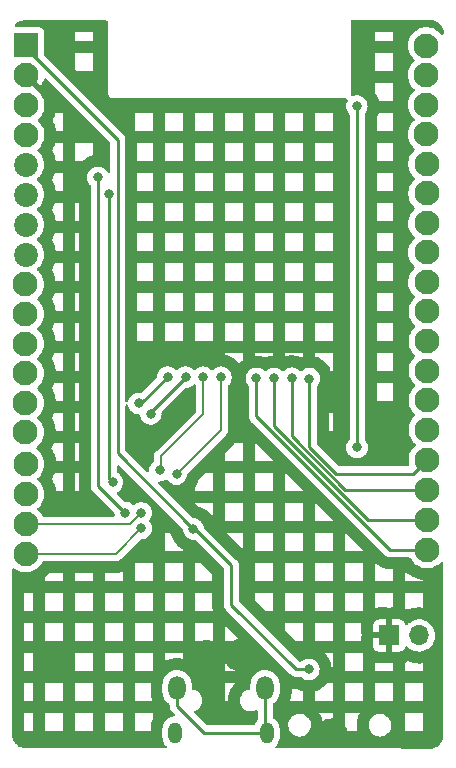
<source format=gbr>
%TF.GenerationSoftware,KiCad,Pcbnew,(6.0.1)*%
%TF.CreationDate,2022-04-26T22:40:30-05:00*%
%TF.ProjectId,LEDStripBoards,4c454453-7472-4697-9042-6f617264732e,rev?*%
%TF.SameCoordinates,Original*%
%TF.FileFunction,Copper,L1,Top*%
%TF.FilePolarity,Positive*%
%FSLAX46Y46*%
G04 Gerber Fmt 4.6, Leading zero omitted, Abs format (unit mm)*
G04 Created by KiCad (PCBNEW (6.0.1)) date 2022-04-26 22:40:30*
%MOMM*%
%LPD*%
G01*
G04 APERTURE LIST*
%TA.AperFunction,ComponentPad*%
%ADD10C,2.100000*%
%TD*%
%TA.AperFunction,ComponentPad*%
%ADD11R,2.100000X2.100000*%
%TD*%
%TA.AperFunction,ComponentPad*%
%ADD12O,1.700000X1.700000*%
%TD*%
%TA.AperFunction,ComponentPad*%
%ADD13R,1.700000X1.700000*%
%TD*%
%TA.AperFunction,ComponentPad*%
%ADD14C,2.020000*%
%TD*%
%TA.AperFunction,ComponentPad*%
%ADD15O,1.450000X2.000000*%
%TD*%
%TA.AperFunction,ComponentPad*%
%ADD16O,1.150000X1.800000*%
%TD*%
%TA.AperFunction,ViaPad*%
%ADD17C,0.800000*%
%TD*%
%TA.AperFunction,Conductor*%
%ADD18C,0.250000*%
%TD*%
%TA.AperFunction,Conductor*%
%ADD19C,0.200000*%
%TD*%
G04 APERTURE END LIST*
D10*
%TO.P,J1,2,Pin_2*%
%TO.N,GND*%
X95046800Y-74525200D03*
D11*
%TO.P,J1,1,Pin_1*%
%TO.N,VBUS*%
X95046800Y-71985200D03*
%TD*%
D10*
%TO.P,J4,4,Pin_4*%
%TO.N,IO03*%
X128955800Y-79502000D03*
%TO.P,J4,3,Pin_3*%
%TO.N,IO02*%
X128955800Y-77002000D03*
%TO.P,J4,2,Pin_2*%
%TO.N,IO01*%
X128955800Y-74502000D03*
%TO.P,J4,1,Pin_1*%
%TO.N,VCC*%
X128955800Y-72002000D03*
%TD*%
%TO.P,J5,5,Pin_5*%
%TO.N,IO08*%
X128981200Y-92016600D03*
%TO.P,J5,4,Pin_4*%
%TO.N,IO07*%
X128981200Y-89516600D03*
%TO.P,J5,3,Pin_3*%
%TO.N,IO06*%
X128981200Y-87016600D03*
%TO.P,J5,2,Pin_2*%
%TO.N,IO05*%
X128981200Y-84516600D03*
%TO.P,J5,1,Pin_1*%
%TO.N,IO04*%
X128981200Y-82016600D03*
%TD*%
%TO.P,J6,5,Pin_5*%
%TO.N,IO13*%
X129006600Y-104513400D03*
%TO.P,J6,4,Pin_4*%
%TO.N,IO12*%
X129006600Y-102013400D03*
%TO.P,J6,3,Pin_3*%
%TO.N,IO11*%
X129006600Y-99513400D03*
%TO.P,J6,2,Pin_2*%
%TO.N,IO10*%
X129006600Y-97013400D03*
%TO.P,J6,1,Pin_1*%
%TO.N,IO09*%
X129006600Y-94513400D03*
%TD*%
%TO.P,J7,2,Pin_2*%
%TO.N,IO45*%
X95050000Y-79550000D03*
%TO.P,J7,1,Pin_1*%
%TO.N,IO46*%
X95050000Y-77050000D03*
%TD*%
%TO.P,J8,3,Pin_3*%
%TO.N,IO36*%
X95000000Y-97225000D03*
%TO.P,J8,2,Pin_2*%
%TO.N,IO37*%
X95000000Y-94725000D03*
%TO.P,J8,1,Pin_1*%
%TO.N,IO38*%
X95000000Y-92225000D03*
%TD*%
%TO.P,J9,3,Pin_3*%
%TO.N,IO33*%
X95000000Y-104750000D03*
%TO.P,J9,2,Pin_2*%
%TO.N,IO34*%
X95000000Y-102250000D03*
%TO.P,J9,1,Pin_1*%
%TO.N,IO35*%
X95000000Y-99750000D03*
%TD*%
D12*
%TO.P,J11,2,Pin_2*%
%TO.N,Boot*%
X128341200Y-121945400D03*
D13*
%TO.P,J11,1,Pin_1*%
%TO.N,GND*%
X125801200Y-121945400D03*
%TD*%
D10*
%TO.P,J12,4,Pin_4*%
%TO.N,USB_D-*%
X95021400Y-115036600D03*
%TO.P,J12,3,Pin_3*%
%TO.N,USB_D+*%
X95021400Y-112496600D03*
%TO.P,J12,2,Pin_2*%
%TO.N,IO21*%
X95021400Y-109956600D03*
%TO.P,J12,1,Pin_1*%
%TO.N,IO26*%
X95021400Y-107416600D03*
%TD*%
%TO.P,J10,4,Pin_4*%
%TO.N,IO17*%
X129006600Y-114691000D03*
%TO.P,J10,3,Pin_3*%
%TO.N,IO16*%
X129006600Y-112151000D03*
%TO.P,J10,2,Pin_2*%
%TO.N,IO15*%
X129006600Y-109611000D03*
%TO.P,J10,1,Pin_1*%
%TO.N,IO14*%
X129006600Y-107071000D03*
%TD*%
D14*
%TO.P,J2,4,Pin_4*%
%TO.N,IO39*%
X95050000Y-89695000D03*
%TO.P,J2,3,Pin_3*%
%TO.N,IO40*%
X95050000Y-87155000D03*
%TO.P,J2,2,Pin_2*%
%TO.N,IO41*%
X95050000Y-84615000D03*
%TO.P,J2,1,Pin_1*%
%TO.N,IO42*%
X95050000Y-82075000D03*
%TD*%
D15*
%TO.P,J3,6,Shield*%
%TO.N,unconnected-(J3-Pad6)*%
X115291960Y-126386980D03*
D16*
X107691960Y-130186980D03*
X115441960Y-130186980D03*
D15*
X107841960Y-126386980D03*
%TD*%
D17*
%TO.N,GND*%
X120929400Y-130302000D03*
X97358200Y-123875800D03*
X121945400Y-107162600D03*
X103886000Y-103428800D03*
X105181400Y-107086400D03*
X113125000Y-123600000D03*
X110350000Y-123675000D03*
X125399800Y-103632000D03*
X125247400Y-107086400D03*
X105867200Y-98729800D03*
%TO.N,VCC*%
X123075000Y-106025000D03*
X123063000Y-77114400D03*
%TO.N,VBUS*%
X118999000Y-124815600D03*
X109225000Y-112923400D03*
%TO.N,IO26*%
X104610500Y-102295100D03*
X107035600Y-100076000D03*
%TO.N,IO21*%
X105611900Y-103180991D03*
X108559600Y-100076000D03*
%TO.N,IO17*%
X114554000Y-100177600D03*
%TO.N,IO16*%
X116052600Y-100177600D03*
%TO.N,IO15*%
X117551200Y-100152200D03*
%TO.N,IO14*%
X119049800Y-100203000D03*
%TO.N,USB_TX_ESP_RX*%
X101149998Y-83150000D03*
X103475000Y-111550000D03*
%TO.N,USB_RX_ESP_TX*%
X102108000Y-84582000D03*
X102387500Y-108966000D03*
%TO.N,USB_D+*%
X104800400Y-111556800D03*
X110058200Y-100076000D03*
X106400600Y-107975400D03*
%TO.N,USB_D-*%
X111556800Y-100076000D03*
X104800400Y-112877600D03*
X107797600Y-108280200D03*
%TD*%
D18*
%TO.N,GND*%
X125399800Y-106934000D02*
X125247400Y-107086400D01*
X113050000Y-123675000D02*
X113125000Y-123600000D01*
%TO.N,VCC*%
X123100001Y-77151401D02*
X123100001Y-105875001D01*
X123063000Y-77114400D02*
X123100001Y-77151401D01*
%TO.N,VBUS*%
X112450000Y-119325000D02*
X117940600Y-124815600D01*
X102832511Y-79957511D02*
X102832511Y-106530911D01*
X112450000Y-116017500D02*
X112450000Y-119325000D01*
X102832511Y-106530911D02*
X109225000Y-112923400D01*
X117940600Y-124815600D02*
X118999000Y-124815600D01*
X109360900Y-112928400D02*
X112450000Y-116017500D01*
X95050000Y-72175000D02*
X102832511Y-79957511D01*
%TO.N,IO26*%
X104816500Y-102295100D02*
X107035600Y-100076000D01*
X104610500Y-102295100D02*
X104816500Y-102295100D01*
%TO.N,IO21*%
X105611900Y-103023700D02*
X108559600Y-100076000D01*
X105611900Y-103180991D02*
X105611900Y-103023700D01*
%TO.N,IO17*%
X125881633Y-114691000D02*
X129006600Y-114691000D01*
X114554000Y-100177600D02*
X114554000Y-103363367D01*
X114554000Y-103363367D02*
X125881633Y-114691000D01*
%TO.N,IO16*%
X123977350Y-112151000D02*
X129006600Y-112151000D01*
X116052600Y-104226250D02*
X123977350Y-112151000D01*
X116052600Y-100177600D02*
X116052600Y-104226250D01*
%TO.N,IO15*%
X122073068Y-109611000D02*
X129006600Y-109611000D01*
X117551200Y-100152200D02*
X117551200Y-105089132D01*
X117551200Y-105089132D02*
X122073068Y-109611000D01*
%TO.N,IO14*%
X121340497Y-108242711D02*
X127834889Y-108242711D01*
X127834889Y-108242711D02*
X129006600Y-107071000D01*
X119049800Y-100203000D02*
X119049800Y-105952014D01*
X119049800Y-105952014D02*
X121340497Y-108242711D01*
%TO.N,unconnected-(J3-Pad6)*%
X115291960Y-130036980D02*
X115441960Y-130186980D01*
X110120980Y-130186980D02*
X107841960Y-127907960D01*
X115441960Y-130186980D02*
X110120980Y-130186980D01*
X107841960Y-127907960D02*
X107841960Y-126386980D01*
X115291960Y-126386980D02*
X115291960Y-130036980D01*
%TO.N,USB_TX_ESP_RX*%
X101149998Y-109277998D02*
X101149998Y-83150000D01*
X103422000Y-111550000D02*
X101149998Y-109277998D01*
X103475000Y-111550000D02*
X103422000Y-111550000D01*
%TO.N,USB_RX_ESP_TX*%
X102108000Y-108686500D02*
X102387500Y-108966000D01*
X102108000Y-84582000D02*
X102108000Y-108686500D01*
D19*
%TO.N,USB_D+*%
X103860600Y-112496600D02*
X95021400Y-112496600D01*
X110058200Y-103198859D02*
X106502200Y-106754859D01*
X104800400Y-111556800D02*
X103860600Y-112496600D01*
X110058200Y-100076000D02*
X110058200Y-103198859D01*
X106502200Y-106754859D02*
X106502200Y-107873800D01*
X106502200Y-107873800D02*
X106400600Y-107975400D01*
%TO.N,USB_D-*%
X102641400Y-115036600D02*
X95021400Y-115036600D01*
X111556800Y-104521000D02*
X107797600Y-108280200D01*
X104800400Y-112877600D02*
X102641400Y-115036600D01*
X111556800Y-100076000D02*
X111556800Y-104521000D01*
%TD*%
%TA.AperFunction,Conductor*%
%TO.N,GND*%
G36*
X129225427Y-69817361D02*
G01*
X129244634Y-69818860D01*
X129268730Y-69822612D01*
X129281510Y-69820941D01*
X129308715Y-69820347D01*
X129465626Y-69833941D01*
X129487045Y-69837681D01*
X129661438Y-69883934D01*
X129681897Y-69891303D01*
X129845738Y-69966860D01*
X129864626Y-69977638D01*
X130013026Y-70080244D01*
X130029782Y-70094111D01*
X130158325Y-70220709D01*
X130172446Y-70237252D01*
X130277303Y-70384073D01*
X130288370Y-70402799D01*
X130366413Y-70565465D01*
X130374094Y-70585813D01*
X130403011Y-70688495D01*
X130412237Y-70721258D01*
X130416954Y-70755486D01*
X130416829Y-70971450D01*
X130396787Y-71039559D01*
X130343105Y-71086021D01*
X130272825Y-71096084D01*
X130208261Y-71066554D01*
X130195018Y-71053208D01*
X130194010Y-71052027D01*
X130061233Y-70896567D01*
X129986502Y-70832740D01*
X129878463Y-70740465D01*
X129878460Y-70740463D01*
X129874696Y-70737248D01*
X129870473Y-70734660D01*
X129870470Y-70734658D01*
X129705473Y-70633549D01*
X129665532Y-70609073D01*
X129513389Y-70546053D01*
X129443465Y-70517089D01*
X129443463Y-70517088D01*
X129438892Y-70515195D01*
X129298263Y-70481433D01*
X129205170Y-70459083D01*
X129205164Y-70459082D01*
X129200357Y-70457928D01*
X128955800Y-70438681D01*
X128711243Y-70457928D01*
X128706436Y-70459082D01*
X128706430Y-70459083D01*
X128613337Y-70481433D01*
X128472708Y-70515195D01*
X128468137Y-70517088D01*
X128468135Y-70517089D01*
X128398211Y-70546053D01*
X128246068Y-70609073D01*
X128206127Y-70633549D01*
X128041130Y-70734658D01*
X128041127Y-70734660D01*
X128036904Y-70737248D01*
X128033140Y-70740463D01*
X128033137Y-70740465D01*
X127925098Y-70832740D01*
X127850367Y-70896567D01*
X127691048Y-71083104D01*
X127562873Y-71292268D01*
X127468995Y-71518908D01*
X127411728Y-71757443D01*
X127392481Y-72002000D01*
X127411728Y-72246557D01*
X127468995Y-72485092D01*
X127562873Y-72711732D01*
X127646062Y-72847485D01*
X127686440Y-72913376D01*
X127691048Y-72920896D01*
X127694263Y-72924660D01*
X127694265Y-72924663D01*
X127787725Y-73034089D01*
X127850367Y-73107433D01*
X127854123Y-73110641D01*
X127854128Y-73110646D01*
X127907452Y-73156189D01*
X127946262Y-73215639D01*
X127946769Y-73286634D01*
X127907452Y-73347811D01*
X127854128Y-73393354D01*
X127854123Y-73393359D01*
X127850367Y-73396567D01*
X127847159Y-73400323D01*
X127718023Y-73551521D01*
X127691048Y-73583104D01*
X127688460Y-73587327D01*
X127688458Y-73587330D01*
X127646062Y-73656515D01*
X127562873Y-73792268D01*
X127468995Y-74018908D01*
X127411728Y-74257443D01*
X127392481Y-74502000D01*
X127411728Y-74746557D01*
X127412882Y-74751364D01*
X127412883Y-74751370D01*
X127439136Y-74860719D01*
X127468995Y-74985092D01*
X127562873Y-75211732D01*
X127579539Y-75238928D01*
X127687475Y-75415065D01*
X127691048Y-75420896D01*
X127850367Y-75607433D01*
X127854123Y-75610641D01*
X127854128Y-75610646D01*
X127907452Y-75656189D01*
X127946262Y-75715639D01*
X127946769Y-75786634D01*
X127907452Y-75847811D01*
X127854128Y-75893354D01*
X127854123Y-75893359D01*
X127850367Y-75896567D01*
X127847159Y-75900323D01*
X127695656Y-76077709D01*
X127691048Y-76083104D01*
X127688460Y-76087327D01*
X127688458Y-76087330D01*
X127667548Y-76121452D01*
X127562873Y-76292268D01*
X127468995Y-76518908D01*
X127467840Y-76523720D01*
X127415233Y-76742844D01*
X127411728Y-76757443D01*
X127392481Y-77002000D01*
X127411728Y-77246557D01*
X127412882Y-77251364D01*
X127412883Y-77251370D01*
X127449151Y-77402437D01*
X127468995Y-77485092D01*
X127562873Y-77711732D01*
X127636687Y-77832186D01*
X127688371Y-77916527D01*
X127691048Y-77920896D01*
X127694263Y-77924660D01*
X127694265Y-77924663D01*
X127790610Y-78037467D01*
X127850367Y-78107433D01*
X127854123Y-78110641D01*
X127854128Y-78110646D01*
X127907452Y-78156189D01*
X127946262Y-78215639D01*
X127946769Y-78286634D01*
X127907452Y-78347811D01*
X127854131Y-78393351D01*
X127854123Y-78393359D01*
X127850367Y-78396567D01*
X127847159Y-78400323D01*
X127699491Y-78573219D01*
X127691048Y-78583104D01*
X127688460Y-78587327D01*
X127688458Y-78587330D01*
X127663942Y-78627337D01*
X127562873Y-78792268D01*
X127468995Y-79018908D01*
X127467840Y-79023720D01*
X127429660Y-79182752D01*
X127411728Y-79257443D01*
X127392481Y-79502000D01*
X127411728Y-79746557D01*
X127412882Y-79751364D01*
X127412883Y-79751370D01*
X127436563Y-79850004D01*
X127468995Y-79985092D01*
X127470888Y-79989663D01*
X127470889Y-79989665D01*
X127485285Y-80024419D01*
X127562873Y-80211732D01*
X127601394Y-80274593D01*
X127688371Y-80416527D01*
X127691048Y-80420896D01*
X127694263Y-80424660D01*
X127694265Y-80424663D01*
X127775915Y-80520262D01*
X127850367Y-80607433D01*
X127910324Y-80658641D01*
X127928700Y-80674336D01*
X127967509Y-80733787D01*
X127968015Y-80804781D01*
X127928699Y-80865958D01*
X127879528Y-80907954D01*
X127879523Y-80907959D01*
X127875767Y-80911167D01*
X127872559Y-80914923D01*
X127736516Y-81074208D01*
X127716448Y-81097704D01*
X127588273Y-81306868D01*
X127494395Y-81533508D01*
X127493240Y-81538320D01*
X127446871Y-81731461D01*
X127437128Y-81772043D01*
X127417881Y-82016600D01*
X127437128Y-82261157D01*
X127438282Y-82265964D01*
X127438283Y-82265970D01*
X127461521Y-82362763D01*
X127494395Y-82499692D01*
X127588273Y-82726332D01*
X127636128Y-82804425D01*
X127712543Y-82929123D01*
X127716448Y-82935496D01*
X127719663Y-82939260D01*
X127719665Y-82939263D01*
X127773206Y-83001951D01*
X127875767Y-83122033D01*
X127879523Y-83125241D01*
X127879528Y-83125246D01*
X127932852Y-83170789D01*
X127971662Y-83230239D01*
X127972169Y-83301234D01*
X127932852Y-83362411D01*
X127879528Y-83407954D01*
X127879523Y-83407959D01*
X127875767Y-83411167D01*
X127872559Y-83414923D01*
X127763178Y-83542991D01*
X127716448Y-83597704D01*
X127588273Y-83806868D01*
X127494395Y-84033508D01*
X127493240Y-84038320D01*
X127447722Y-84227917D01*
X127437128Y-84272043D01*
X127417881Y-84516600D01*
X127437128Y-84761157D01*
X127438282Y-84765964D01*
X127438283Y-84765970D01*
X127460400Y-84858093D01*
X127494395Y-84999692D01*
X127588273Y-85226332D01*
X127637410Y-85306517D01*
X127702663Y-85413000D01*
X127716448Y-85435496D01*
X127719663Y-85439260D01*
X127719665Y-85439263D01*
X127803859Y-85537840D01*
X127875767Y-85622033D01*
X127879523Y-85625241D01*
X127879528Y-85625246D01*
X127932852Y-85670789D01*
X127971662Y-85730239D01*
X127972169Y-85801234D01*
X127932852Y-85862411D01*
X127879528Y-85907954D01*
X127879523Y-85907959D01*
X127875767Y-85911167D01*
X127872559Y-85914923D01*
X127730117Y-86081700D01*
X127716448Y-86097704D01*
X127588273Y-86306868D01*
X127531966Y-86442805D01*
X127523401Y-86463483D01*
X127494395Y-86533508D01*
X127493240Y-86538320D01*
X127442807Y-86748389D01*
X127437128Y-86772043D01*
X127417881Y-87016600D01*
X127437128Y-87261157D01*
X127494395Y-87499692D01*
X127588273Y-87726332D01*
X127716448Y-87935496D01*
X127719663Y-87939260D01*
X127719665Y-87939263D01*
X127810902Y-88046087D01*
X127875767Y-88122033D01*
X127879523Y-88125241D01*
X127879528Y-88125246D01*
X127932852Y-88170789D01*
X127971662Y-88230239D01*
X127972169Y-88301234D01*
X127932852Y-88362411D01*
X127879528Y-88407954D01*
X127879523Y-88407959D01*
X127875767Y-88411167D01*
X127872559Y-88414923D01*
X127740946Y-88569021D01*
X127716448Y-88597704D01*
X127713860Y-88601927D01*
X127713858Y-88601930D01*
X127701743Y-88621700D01*
X127588273Y-88806868D01*
X127494395Y-89033508D01*
X127437128Y-89272043D01*
X127417881Y-89516600D01*
X127437128Y-89761157D01*
X127494395Y-89999692D01*
X127588273Y-90226332D01*
X127716448Y-90435496D01*
X127875767Y-90622033D01*
X127879523Y-90625241D01*
X127879528Y-90625246D01*
X127932852Y-90670789D01*
X127971662Y-90730239D01*
X127972169Y-90801234D01*
X127932852Y-90862411D01*
X127879528Y-90907954D01*
X127879523Y-90907959D01*
X127875767Y-90911167D01*
X127872559Y-90914923D01*
X127790556Y-91010936D01*
X127716448Y-91097704D01*
X127713860Y-91101927D01*
X127713858Y-91101930D01*
X127703050Y-91119567D01*
X127588273Y-91306868D01*
X127494395Y-91533508D01*
X127493240Y-91538320D01*
X127444363Y-91741908D01*
X127437128Y-91772043D01*
X127417881Y-92016600D01*
X127437128Y-92261157D01*
X127494395Y-92499692D01*
X127588273Y-92726332D01*
X127671462Y-92862085D01*
X127713179Y-92930161D01*
X127716448Y-92935496D01*
X127719663Y-92939260D01*
X127719665Y-92939263D01*
X127797782Y-93030725D01*
X127875767Y-93122033D01*
X127879523Y-93125241D01*
X127943679Y-93180036D01*
X127982488Y-93239487D01*
X127982994Y-93310482D01*
X127943679Y-93371658D01*
X127901167Y-93407967D01*
X127897959Y-93411723D01*
X127803095Y-93522794D01*
X127741848Y-93594504D01*
X127613673Y-93803668D01*
X127519795Y-94030308D01*
X127518640Y-94035120D01*
X127467397Y-94248563D01*
X127462528Y-94268843D01*
X127443281Y-94513400D01*
X127462528Y-94757957D01*
X127519795Y-94996492D01*
X127613673Y-95223132D01*
X127741848Y-95432296D01*
X127745063Y-95436060D01*
X127745065Y-95436063D01*
X127809855Y-95511921D01*
X127901167Y-95618833D01*
X127904923Y-95622041D01*
X127904928Y-95622046D01*
X127958252Y-95667589D01*
X127997062Y-95727039D01*
X127997569Y-95798034D01*
X127958252Y-95859211D01*
X127904928Y-95904754D01*
X127904923Y-95904759D01*
X127901167Y-95907967D01*
X127741848Y-96094504D01*
X127613673Y-96303668D01*
X127519795Y-96530308D01*
X127518640Y-96535120D01*
X127467397Y-96748563D01*
X127462528Y-96768843D01*
X127443281Y-97013400D01*
X127462528Y-97257957D01*
X127519795Y-97496492D01*
X127613673Y-97723132D01*
X127741848Y-97932296D01*
X127745063Y-97936060D01*
X127745065Y-97936063D01*
X127809855Y-98011921D01*
X127901167Y-98118833D01*
X127904923Y-98122041D01*
X127904928Y-98122046D01*
X127958252Y-98167589D01*
X127997062Y-98227039D01*
X127997569Y-98298034D01*
X127958252Y-98359211D01*
X127904928Y-98404754D01*
X127904923Y-98404759D01*
X127901167Y-98407967D01*
X127897959Y-98411723D01*
X127751408Y-98583311D01*
X127741848Y-98594504D01*
X127739260Y-98598727D01*
X127739258Y-98598730D01*
X127708868Y-98648323D01*
X127613673Y-98803668D01*
X127519795Y-99030308D01*
X127506297Y-99086531D01*
X127468235Y-99245072D01*
X127462528Y-99268843D01*
X127443281Y-99513400D01*
X127462528Y-99757957D01*
X127463682Y-99762764D01*
X127463683Y-99762770D01*
X127494861Y-99892635D01*
X127519795Y-99996492D01*
X127613673Y-100223132D01*
X127696862Y-100358885D01*
X127721571Y-100399206D01*
X127741848Y-100432296D01*
X127745063Y-100436060D01*
X127745065Y-100436063D01*
X127868238Y-100580279D01*
X127901167Y-100618833D01*
X127904923Y-100622041D01*
X127904928Y-100622046D01*
X127958252Y-100667589D01*
X127997062Y-100727039D01*
X127997569Y-100798034D01*
X127958252Y-100859211D01*
X127904928Y-100904754D01*
X127904923Y-100904759D01*
X127901167Y-100907967D01*
X127897959Y-100911723D01*
X127761681Y-101071283D01*
X127741848Y-101094504D01*
X127739260Y-101098727D01*
X127739258Y-101098730D01*
X127708868Y-101148323D01*
X127613673Y-101303668D01*
X127519795Y-101530308D01*
X127500098Y-101612351D01*
X127463721Y-101763874D01*
X127462528Y-101768843D01*
X127443281Y-102013400D01*
X127462528Y-102257957D01*
X127463682Y-102262764D01*
X127463683Y-102262770D01*
X127493098Y-102385292D01*
X127519795Y-102496492D01*
X127613673Y-102723132D01*
X127741848Y-102932296D01*
X127745063Y-102936060D01*
X127745065Y-102936063D01*
X127819089Y-103022733D01*
X127901167Y-103118833D01*
X127904923Y-103122041D01*
X127904928Y-103122046D01*
X127958252Y-103167589D01*
X127997062Y-103227039D01*
X127997569Y-103298034D01*
X127958252Y-103359211D01*
X127904928Y-103404754D01*
X127904923Y-103404759D01*
X127901167Y-103407967D01*
X127897959Y-103411723D01*
X127761681Y-103571283D01*
X127741848Y-103594504D01*
X127739260Y-103598727D01*
X127739258Y-103598730D01*
X127703347Y-103657333D01*
X127613673Y-103803668D01*
X127557367Y-103939601D01*
X127545510Y-103968228D01*
X127519795Y-104030308D01*
X127499951Y-104112963D01*
X127475032Y-104216761D01*
X127462528Y-104268843D01*
X127443281Y-104513400D01*
X127462528Y-104757957D01*
X127519795Y-104996492D01*
X127613673Y-105223132D01*
X127741848Y-105432296D01*
X127745063Y-105436060D01*
X127745065Y-105436063D01*
X127837006Y-105543711D01*
X127901167Y-105618833D01*
X127984035Y-105689609D01*
X127991973Y-105696389D01*
X128030782Y-105755840D01*
X128031288Y-105826834D01*
X127991973Y-105888010D01*
X127901167Y-105965567D01*
X127897959Y-105969323D01*
X127777364Y-106110521D01*
X127741848Y-106152104D01*
X127739260Y-106156327D01*
X127739258Y-106156330D01*
X127726556Y-106177058D01*
X127613673Y-106361268D01*
X127519795Y-106587908D01*
X127518640Y-106592720D01*
X127465007Y-106816118D01*
X127462528Y-106826443D01*
X127443281Y-107071000D01*
X127462528Y-107315557D01*
X127463682Y-107320364D01*
X127463683Y-107320370D01*
X127495716Y-107453797D01*
X127492169Y-107524705D01*
X127450849Y-107582439D01*
X127384875Y-107608669D01*
X127373197Y-107609211D01*
X121655091Y-107609211D01*
X121586970Y-107589209D01*
X121565996Y-107572306D01*
X119720205Y-105726514D01*
X119686179Y-105664202D01*
X119683300Y-105637419D01*
X119683300Y-104606830D01*
X120697300Y-104606830D01*
X121014811Y-104606830D01*
X121014811Y-103080830D01*
X120697300Y-103080830D01*
X120697300Y-104606830D01*
X119683300Y-104606830D01*
X119683300Y-100905524D01*
X119703302Y-100837403D01*
X119715658Y-100821221D01*
X119788840Y-100739944D01*
X119884327Y-100574556D01*
X119943342Y-100392928D01*
X119946702Y-100360965D01*
X119962614Y-100209565D01*
X119963304Y-100203000D01*
X119943342Y-100013072D01*
X119884327Y-99831444D01*
X119788840Y-99666056D01*
X119661053Y-99524134D01*
X119533313Y-99431325D01*
X119511894Y-99415763D01*
X119511893Y-99415762D01*
X119506552Y-99411882D01*
X119500524Y-99409198D01*
X119500522Y-99409197D01*
X119338119Y-99336891D01*
X119338118Y-99336891D01*
X119332088Y-99334206D01*
X119225223Y-99311491D01*
X119151744Y-99295872D01*
X119151739Y-99295872D01*
X119145287Y-99294500D01*
X118954313Y-99294500D01*
X118947861Y-99295872D01*
X118947856Y-99295872D01*
X118874377Y-99311491D01*
X118767512Y-99334206D01*
X118761482Y-99336891D01*
X118761481Y-99336891D01*
X118599078Y-99409197D01*
X118599076Y-99409198D01*
X118593048Y-99411882D01*
X118587707Y-99415762D01*
X118587706Y-99415763D01*
X118446855Y-99518098D01*
X118438547Y-99524134D01*
X118429531Y-99534148D01*
X118417007Y-99548057D01*
X118356561Y-99585297D01*
X118285577Y-99583946D01*
X118229736Y-99548059D01*
X118162453Y-99473334D01*
X118042912Y-99386482D01*
X118013294Y-99364963D01*
X118013293Y-99364962D01*
X118007952Y-99361082D01*
X118001924Y-99358398D01*
X118001922Y-99358397D01*
X117839519Y-99286091D01*
X117839518Y-99286091D01*
X117833488Y-99283406D01*
X117734357Y-99262335D01*
X117653144Y-99245072D01*
X117653139Y-99245072D01*
X117646687Y-99243700D01*
X117455713Y-99243700D01*
X117449261Y-99245072D01*
X117449256Y-99245072D01*
X117368043Y-99262335D01*
X117268912Y-99283406D01*
X117262882Y-99286091D01*
X117262881Y-99286091D01*
X117100478Y-99358397D01*
X117100476Y-99358398D01*
X117094448Y-99361082D01*
X117089107Y-99364962D01*
X117089106Y-99364963D01*
X117059488Y-99386482D01*
X116939947Y-99473334D01*
X116884100Y-99535359D01*
X116823655Y-99572597D01*
X116752671Y-99571245D01*
X116696829Y-99535358D01*
X116663853Y-99498734D01*
X116544312Y-99411882D01*
X116514694Y-99390363D01*
X116514693Y-99390362D01*
X116509352Y-99386482D01*
X116503324Y-99383798D01*
X116503322Y-99383797D01*
X116340919Y-99311491D01*
X116340918Y-99311491D01*
X116334888Y-99308806D01*
X116228023Y-99286091D01*
X116154544Y-99270472D01*
X116154539Y-99270472D01*
X116148087Y-99269100D01*
X115957113Y-99269100D01*
X115950661Y-99270472D01*
X115950656Y-99270472D01*
X115877177Y-99286091D01*
X115770312Y-99308806D01*
X115764282Y-99311491D01*
X115764281Y-99311491D01*
X115601878Y-99383797D01*
X115601876Y-99383798D01*
X115595848Y-99386482D01*
X115590507Y-99390362D01*
X115590506Y-99390363D01*
X115560888Y-99411882D01*
X115441347Y-99498734D01*
X115396936Y-99548058D01*
X115336490Y-99585297D01*
X115265506Y-99583945D01*
X115209664Y-99548058D01*
X115165253Y-99498734D01*
X115045712Y-99411882D01*
X115016094Y-99390363D01*
X115016093Y-99390362D01*
X115010752Y-99386482D01*
X115004724Y-99383798D01*
X115004722Y-99383797D01*
X114842319Y-99311491D01*
X114842318Y-99311491D01*
X114836288Y-99308806D01*
X114729423Y-99286091D01*
X114655944Y-99270472D01*
X114655939Y-99270472D01*
X114649487Y-99269100D01*
X114458513Y-99269100D01*
X114452061Y-99270472D01*
X114452056Y-99270472D01*
X114378577Y-99286091D01*
X114271712Y-99308806D01*
X114265682Y-99311491D01*
X114265681Y-99311491D01*
X114103278Y-99383797D01*
X114103276Y-99383798D01*
X114097248Y-99386482D01*
X114091907Y-99390362D01*
X114091906Y-99390363D01*
X114062288Y-99411882D01*
X113942747Y-99498734D01*
X113938329Y-99503641D01*
X113938325Y-99503645D01*
X113876241Y-99572597D01*
X113814960Y-99640656D01*
X113719473Y-99806044D01*
X113660458Y-99987672D01*
X113659768Y-99994233D01*
X113659768Y-99994235D01*
X113653771Y-100051292D01*
X113640496Y-100177600D01*
X113641186Y-100184165D01*
X113649780Y-100265928D01*
X113660458Y-100367528D01*
X113719473Y-100549156D01*
X113722776Y-100554878D01*
X113722777Y-100554879D01*
X113725964Y-100560399D01*
X113814960Y-100714544D01*
X113888137Y-100795815D01*
X113918853Y-100859821D01*
X113920500Y-100880124D01*
X113920500Y-103284600D01*
X113919973Y-103295783D01*
X113918298Y-103303276D01*
X113918547Y-103311202D01*
X113918547Y-103311203D01*
X113920438Y-103371353D01*
X113920500Y-103375312D01*
X113920500Y-103403223D01*
X113920997Y-103407157D01*
X113920997Y-103407158D01*
X113921005Y-103407223D01*
X113921938Y-103419060D01*
X113923327Y-103463256D01*
X113928978Y-103482706D01*
X113932987Y-103502067D01*
X113935526Y-103522164D01*
X113938445Y-103529535D01*
X113938445Y-103529537D01*
X113951804Y-103563279D01*
X113955649Y-103574509D01*
X113967982Y-103616960D01*
X113972017Y-103623782D01*
X113978292Y-103634393D01*
X113986990Y-103652148D01*
X113994448Y-103670984D01*
X114018746Y-103704427D01*
X114020436Y-103706754D01*
X114026952Y-103716674D01*
X114049458Y-103754729D01*
X114063779Y-103769050D01*
X114076619Y-103784083D01*
X114088528Y-103800474D01*
X114121000Y-103827337D01*
X114122605Y-103828665D01*
X114131384Y-103836655D01*
X125377976Y-115083247D01*
X125385520Y-115091537D01*
X125389633Y-115098018D01*
X125395410Y-115103443D01*
X125439300Y-115144658D01*
X125442142Y-115147413D01*
X125461863Y-115167134D01*
X125465058Y-115169612D01*
X125474080Y-115177318D01*
X125506312Y-115207586D01*
X125513261Y-115211406D01*
X125524065Y-115217346D01*
X125540589Y-115228199D01*
X125556592Y-115240613D01*
X125597176Y-115258176D01*
X125607806Y-115263383D01*
X125646573Y-115284695D01*
X125654250Y-115286666D01*
X125654255Y-115286668D01*
X125666191Y-115289732D01*
X125684899Y-115296137D01*
X125703488Y-115304181D01*
X125711316Y-115305421D01*
X125711323Y-115305423D01*
X125747157Y-115311099D01*
X125758777Y-115313505D01*
X125793922Y-115322528D01*
X125801603Y-115324500D01*
X125821857Y-115324500D01*
X125841567Y-115326051D01*
X125861576Y-115329220D01*
X125869468Y-115328474D01*
X125905594Y-115325059D01*
X125917452Y-115324500D01*
X127498054Y-115324500D01*
X127566175Y-115344502D01*
X127610321Y-115393297D01*
X127611777Y-115396154D01*
X127613673Y-115400732D01*
X127616262Y-115404956D01*
X127616262Y-115404957D01*
X127727699Y-115586806D01*
X127741848Y-115609896D01*
X127745063Y-115613660D01*
X127745065Y-115613663D01*
X127776399Y-115650350D01*
X127901167Y-115796433D01*
X127904923Y-115799641D01*
X128077176Y-115946760D01*
X128087704Y-115955752D01*
X128091927Y-115958340D01*
X128091930Y-115958342D01*
X128129897Y-115981608D01*
X128296868Y-116083927D01*
X128346567Y-116104513D01*
X128518935Y-116175911D01*
X128518937Y-116175912D01*
X128523508Y-116177805D01*
X128606163Y-116197649D01*
X128757230Y-116233917D01*
X128757236Y-116233918D01*
X128762043Y-116235072D01*
X129006600Y-116254319D01*
X129251157Y-116235072D01*
X129255964Y-116233918D01*
X129255970Y-116233917D01*
X129407037Y-116197649D01*
X129489692Y-116177805D01*
X129494263Y-116175912D01*
X129494265Y-116175911D01*
X129666633Y-116104513D01*
X129716332Y-116083927D01*
X129883303Y-115981608D01*
X129921270Y-115958342D01*
X129921273Y-115958340D01*
X129925496Y-115955752D01*
X129936025Y-115946760D01*
X130108277Y-115799641D01*
X130112033Y-115796433D01*
X130169162Y-115729545D01*
X130228612Y-115690736D01*
X130299606Y-115690230D01*
X130359605Y-115728186D01*
X130389558Y-115792555D01*
X130390972Y-115811449D01*
X130382673Y-130204409D01*
X130382603Y-130325562D01*
X130381102Y-130344877D01*
X130378769Y-130359855D01*
X130378769Y-130359861D01*
X130377388Y-130368730D01*
X130379059Y-130381510D01*
X130379653Y-130408715D01*
X130366059Y-130565624D01*
X130362319Y-130587045D01*
X130316067Y-130761434D01*
X130308697Y-130781897D01*
X130244311Y-130921515D01*
X130233142Y-130945734D01*
X130222362Y-130964626D01*
X130119756Y-131113026D01*
X130105889Y-131129782D01*
X129979291Y-131258325D01*
X129962748Y-131272446D01*
X129815927Y-131377303D01*
X129797201Y-131388370D01*
X129634535Y-131466413D01*
X129614187Y-131474093D01*
X129478928Y-131512184D01*
X129444622Y-131516902D01*
X124184012Y-131510508D01*
X116290102Y-131500914D01*
X116222005Y-131480829D01*
X116175578Y-131427117D01*
X116165559Y-131356831D01*
X116199238Y-131287783D01*
X116291980Y-131190904D01*
X116291985Y-131190898D01*
X116296133Y-131186565D01*
X116323718Y-131143844D01*
X116405028Y-131017915D01*
X116408283Y-131012874D01*
X116413345Y-131000315D01*
X116483322Y-130826679D01*
X116483323Y-130826676D01*
X116485566Y-130821110D01*
X116506909Y-130711820D01*
X116524325Y-130622638D01*
X116524325Y-130622635D01*
X116525193Y-130618192D01*
X116525460Y-130612733D01*
X116525460Y-129810329D01*
X116510751Y-129656163D01*
X116490480Y-129587064D01*
X117252907Y-129587064D01*
X117262317Y-129649284D01*
X117279247Y-129761227D01*
X117282025Y-129779599D01*
X117284228Y-129785585D01*
X117284229Y-129785591D01*
X117347060Y-129956360D01*
X117347062Y-129956365D01*
X117349263Y-129962346D01*
X117451874Y-130127840D01*
X117585666Y-130269322D01*
X117745175Y-130381011D01*
X117777694Y-130395083D01*
X117918025Y-130455810D01*
X117918029Y-130455811D01*
X117923884Y-130458345D01*
X117930131Y-130459650D01*
X117930134Y-130459651D01*
X118109757Y-130497176D01*
X118109762Y-130497177D01*
X118114493Y-130498165D01*
X118120885Y-130498500D01*
X118263863Y-130498500D01*
X118333151Y-130491462D01*
X118402578Y-130484410D01*
X118402579Y-130484410D01*
X118408927Y-130483765D01*
X118490043Y-130458345D01*
X118588651Y-130427444D01*
X118588656Y-130427442D01*
X118594741Y-130425535D01*
X118697219Y-130368730D01*
X118759471Y-130334223D01*
X118759474Y-130334221D01*
X118765050Y-130331130D01*
X118769891Y-130326981D01*
X118769895Y-130326978D01*
X118908055Y-130208560D01*
X118912898Y-130204409D01*
X119032246Y-130050547D01*
X119053758Y-130006830D01*
X119115400Y-129881556D01*
X119118218Y-129875829D01*
X119119828Y-129869649D01*
X119165692Y-129693575D01*
X119165692Y-129693572D01*
X119167302Y-129687393D01*
X119173904Y-129561419D01*
X119175424Y-129532416D01*
X122028811Y-129532416D01*
X122089723Y-129619407D01*
X122100705Y-129638428D01*
X122190626Y-129831265D01*
X122198138Y-129851903D01*
X122239651Y-130006830D01*
X123094643Y-130006830D01*
X123080539Y-129937504D01*
X123079427Y-129931226D01*
X123050309Y-129738691D01*
X123049515Y-129732365D01*
X123041857Y-129655644D01*
X123041384Y-129649284D01*
X123040140Y-129623849D01*
X123039990Y-129617475D01*
X123040043Y-129587064D01*
X124052907Y-129587064D01*
X124062317Y-129649284D01*
X124079247Y-129761227D01*
X124082025Y-129779599D01*
X124084228Y-129785585D01*
X124084229Y-129785591D01*
X124147060Y-129956360D01*
X124147062Y-129956365D01*
X124149263Y-129962346D01*
X124251874Y-130127840D01*
X124385666Y-130269322D01*
X124545175Y-130381011D01*
X124577694Y-130395083D01*
X124718025Y-130455810D01*
X124718029Y-130455811D01*
X124723884Y-130458345D01*
X124730131Y-130459650D01*
X124730134Y-130459651D01*
X124909757Y-130497176D01*
X124909762Y-130497177D01*
X124914493Y-130498165D01*
X124920885Y-130498500D01*
X125063863Y-130498500D01*
X125133151Y-130491462D01*
X125202578Y-130484410D01*
X125202579Y-130484410D01*
X125208927Y-130483765D01*
X125290043Y-130458345D01*
X125388651Y-130427444D01*
X125388656Y-130427442D01*
X125394741Y-130425535D01*
X125497219Y-130368730D01*
X125559471Y-130334223D01*
X125559474Y-130334221D01*
X125565050Y-130331130D01*
X125569891Y-130326981D01*
X125569895Y-130326978D01*
X125708055Y-130208560D01*
X125712898Y-130204409D01*
X125832246Y-130050547D01*
X125853758Y-130006830D01*
X127108811Y-130006830D01*
X128634811Y-130006830D01*
X128634811Y-128480830D01*
X127108811Y-128480830D01*
X127108811Y-130006830D01*
X125853758Y-130006830D01*
X125915400Y-129881556D01*
X125918218Y-129875829D01*
X125919828Y-129869649D01*
X125965692Y-129693575D01*
X125965692Y-129693572D01*
X125967302Y-129687393D01*
X125973904Y-129561419D01*
X125977159Y-129499317D01*
X125977159Y-129499313D01*
X125977493Y-129492936D01*
X125948375Y-129300401D01*
X125946172Y-129294415D01*
X125946171Y-129294409D01*
X125883340Y-129123640D01*
X125883338Y-129123635D01*
X125881137Y-129117654D01*
X125794667Y-128978192D01*
X125781888Y-128957582D01*
X125781887Y-128957581D01*
X125778526Y-128952160D01*
X125744280Y-128915945D01*
X125649119Y-128815315D01*
X125644734Y-128810678D01*
X125485225Y-128698989D01*
X125437213Y-128678212D01*
X125312375Y-128624190D01*
X125312371Y-128624189D01*
X125306516Y-128621655D01*
X125300269Y-128620350D01*
X125300266Y-128620349D01*
X125120643Y-128582824D01*
X125120638Y-128582823D01*
X125115907Y-128581835D01*
X125109515Y-128581500D01*
X124966537Y-128581500D01*
X124897249Y-128588538D01*
X124827822Y-128595590D01*
X124827821Y-128595590D01*
X124821473Y-128596235D01*
X124765139Y-128613889D01*
X124641749Y-128652556D01*
X124641744Y-128652558D01*
X124635659Y-128654465D01*
X124559913Y-128696452D01*
X124470929Y-128745777D01*
X124470926Y-128745779D01*
X124465350Y-128748870D01*
X124460509Y-128753019D01*
X124460505Y-128753022D01*
X124325270Y-128868933D01*
X124317502Y-128875591D01*
X124313591Y-128880633D01*
X124313590Y-128880634D01*
X124265643Y-128942447D01*
X124198154Y-129029453D01*
X124195338Y-129035176D01*
X124195336Y-129035179D01*
X124139441Y-129148774D01*
X124112182Y-129204171D01*
X124110573Y-129210349D01*
X124110572Y-129210351D01*
X124069859Y-129366653D01*
X124063098Y-129392607D01*
X124062764Y-129398986D01*
X124055883Y-129530285D01*
X124052907Y-129587064D01*
X123040043Y-129587064D01*
X123040124Y-129540371D01*
X123040297Y-129533996D01*
X123050488Y-129339539D01*
X123050983Y-129333180D01*
X123058909Y-129256486D01*
X123059724Y-129250163D01*
X123063620Y-129224996D01*
X123064755Y-129218721D01*
X123080391Y-129143218D01*
X123081842Y-129137008D01*
X123130926Y-128948572D01*
X123132688Y-128942447D01*
X123155865Y-128868933D01*
X123157935Y-128862902D01*
X123166811Y-128839033D01*
X123169185Y-128833113D01*
X123199691Y-128762276D01*
X123202361Y-128756483D01*
X123288333Y-128581765D01*
X123291294Y-128576114D01*
X123328810Y-128508715D01*
X123332053Y-128503221D01*
X123345549Y-128481625D01*
X123346074Y-128480830D01*
X122028811Y-128480830D01*
X122028811Y-129532416D01*
X119175424Y-129532416D01*
X119177159Y-129499317D01*
X119177159Y-129499313D01*
X119177493Y-129492936D01*
X119148375Y-129300401D01*
X119146172Y-129294415D01*
X119146171Y-129294409D01*
X119083340Y-129123640D01*
X119083338Y-129123635D01*
X119081137Y-129117654D01*
X118994667Y-128978192D01*
X118981888Y-128957582D01*
X118981887Y-128957581D01*
X118978526Y-128952160D01*
X118944280Y-128915945D01*
X118849119Y-128815315D01*
X118844734Y-128810678D01*
X118685225Y-128698989D01*
X118637213Y-128678212D01*
X118512375Y-128624190D01*
X118512371Y-128624189D01*
X118506516Y-128621655D01*
X118500269Y-128620350D01*
X118500266Y-128620349D01*
X118320643Y-128582824D01*
X118320638Y-128582823D01*
X118315907Y-128581835D01*
X118309515Y-128581500D01*
X118166537Y-128581500D01*
X118097249Y-128588538D01*
X118027822Y-128595590D01*
X118027821Y-128595590D01*
X118021473Y-128596235D01*
X117965139Y-128613889D01*
X117841749Y-128652556D01*
X117841744Y-128652558D01*
X117835659Y-128654465D01*
X117759913Y-128696452D01*
X117670929Y-128745777D01*
X117670926Y-128745779D01*
X117665350Y-128748870D01*
X117660509Y-128753019D01*
X117660505Y-128753022D01*
X117525270Y-128868933D01*
X117517502Y-128875591D01*
X117513591Y-128880633D01*
X117513590Y-128880634D01*
X117465643Y-128942447D01*
X117398154Y-129029453D01*
X117395338Y-129035176D01*
X117395336Y-129035179D01*
X117339441Y-129148774D01*
X117312182Y-129204171D01*
X117310573Y-129210349D01*
X117310572Y-129210351D01*
X117269859Y-129366653D01*
X117263098Y-129392607D01*
X117262764Y-129398986D01*
X117255883Y-129530285D01*
X117252907Y-129587064D01*
X116490480Y-129587064D01*
X116452550Y-129457773D01*
X116422273Y-129398986D01*
X116360630Y-129279298D01*
X116360628Y-129279295D01*
X116357884Y-129273967D01*
X116230169Y-129111379D01*
X116074013Y-128975874D01*
X115988364Y-128926325D01*
X115939416Y-128874899D01*
X115925460Y-128817261D01*
X115925460Y-128480830D01*
X119879381Y-128480830D01*
X119942927Y-128583319D01*
X119946149Y-128588821D01*
X119983409Y-128656316D01*
X119986348Y-128661975D01*
X119997512Y-128684864D01*
X120000163Y-128690666D01*
X120030416Y-128761594D01*
X120032768Y-128767520D01*
X120100006Y-128950267D01*
X120102056Y-128956307D01*
X120124988Y-129029935D01*
X120126730Y-129036070D01*
X120133063Y-129060737D01*
X120134492Y-129066951D01*
X120149861Y-129142496D01*
X120150973Y-129148774D01*
X120159179Y-129203035D01*
X120246807Y-129141677D01*
X120265828Y-129130695D01*
X120458665Y-129040774D01*
X120479303Y-129033262D01*
X120684825Y-128978192D01*
X120706456Y-128974378D01*
X120918419Y-128955834D01*
X120940382Y-128955834D01*
X121014811Y-128962346D01*
X121014811Y-128480830D01*
X119879381Y-128480830D01*
X115925460Y-128480830D01*
X115925460Y-127792912D01*
X115945462Y-127724791D01*
X115974756Y-127692949D01*
X116059923Y-127627598D01*
X116130261Y-127573626D01*
X116227438Y-127466830D01*
X117390804Y-127466830D01*
X118474811Y-127466830D01*
X119488811Y-127466830D01*
X121014811Y-127466830D01*
X122028811Y-127466830D01*
X123554811Y-127466830D01*
X124568811Y-127466830D01*
X126094811Y-127466830D01*
X127108811Y-127466830D01*
X128634811Y-127466830D01*
X128634811Y-125940830D01*
X127108811Y-125940830D01*
X127108811Y-127466830D01*
X126094811Y-127466830D01*
X126094811Y-125940830D01*
X124568811Y-125940830D01*
X124568811Y-127466830D01*
X123554811Y-127466830D01*
X123554811Y-125940830D01*
X122028811Y-125940830D01*
X122028811Y-127466830D01*
X121014811Y-127466830D01*
X121014811Y-125940830D01*
X120563145Y-125940830D01*
X120550077Y-125958816D01*
X120546062Y-125964049D01*
X120495873Y-126026026D01*
X120491589Y-126031041D01*
X120363802Y-126172963D01*
X120359262Y-126177748D01*
X120302872Y-126234139D01*
X120298088Y-126238679D01*
X120278513Y-126256305D01*
X120273496Y-126260590D01*
X120211503Y-126310792D01*
X120206269Y-126314808D01*
X120051768Y-126427060D01*
X120046332Y-126430796D01*
X119979449Y-126474231D01*
X119973826Y-126477677D01*
X119951014Y-126490848D01*
X119945215Y-126493997D01*
X119874136Y-126530214D01*
X119868182Y-126533054D01*
X119693718Y-126610730D01*
X119687624Y-126613254D01*
X119613166Y-126641836D01*
X119606948Y-126644038D01*
X119581896Y-126652178D01*
X119575570Y-126654052D01*
X119498526Y-126674696D01*
X119492113Y-126676235D01*
X119488811Y-126676937D01*
X119488811Y-127466830D01*
X118474811Y-127466830D01*
X118474811Y-126668088D01*
X118422430Y-126654052D01*
X118416104Y-126652178D01*
X118391052Y-126644038D01*
X118384834Y-126641836D01*
X118310376Y-126613254D01*
X118304282Y-126610730D01*
X118129818Y-126533054D01*
X118123864Y-126530214D01*
X118052785Y-126493997D01*
X118046986Y-126490848D01*
X118024174Y-126477677D01*
X118018551Y-126474231D01*
X118002772Y-126463984D01*
X117912426Y-126466823D01*
X117904511Y-126466823D01*
X117872942Y-126465831D01*
X117865042Y-126465334D01*
X117811158Y-126460241D01*
X117757165Y-126456844D01*
X117749286Y-126456100D01*
X117717952Y-126452142D01*
X117710133Y-126450903D01*
X117616135Y-126432973D01*
X117608416Y-126431248D01*
X117606143Y-126430664D01*
X117603811Y-126430295D01*
X117596040Y-126428812D01*
X117539460Y-126416163D01*
X117539460Y-126748450D01*
X117539447Y-126750264D01*
X117539131Y-126772212D01*
X117539092Y-126774027D01*
X117538883Y-126781280D01*
X117538817Y-126783096D01*
X117537869Y-126805013D01*
X117537778Y-126806821D01*
X117534556Y-126862699D01*
X117534206Y-126867303D01*
X117528951Y-126922900D01*
X117528432Y-126927489D01*
X117526023Y-126945787D01*
X117525336Y-126950355D01*
X117516023Y-127005415D01*
X117515170Y-127009952D01*
X117470519Y-127225566D01*
X117469260Y-127231030D01*
X117452569Y-127296752D01*
X117451068Y-127302155D01*
X117444593Y-127323601D01*
X117442854Y-127328931D01*
X117420388Y-127392905D01*
X117418412Y-127398154D01*
X117390804Y-127466830D01*
X116227438Y-127466830D01*
X116278451Y-127410768D01*
X116395459Y-127224241D01*
X116425763Y-127148859D01*
X116450123Y-127088260D01*
X116477587Y-127019942D01*
X116480596Y-127005415D01*
X116521301Y-126808852D01*
X116522238Y-126804328D01*
X116525460Y-126748450D01*
X116525460Y-126056114D01*
X116525211Y-126053321D01*
X116511371Y-125898250D01*
X116511370Y-125898246D01*
X116510872Y-125892663D01*
X116452771Y-125680278D01*
X116450354Y-125675210D01*
X116360389Y-125486595D01*
X116360387Y-125486591D01*
X116357977Y-125481539D01*
X116261100Y-125346721D01*
X116232765Y-125307288D01*
X116232763Y-125307286D01*
X116229488Y-125302728D01*
X116071364Y-125149496D01*
X116031880Y-125122964D01*
X115893265Y-125029817D01*
X115893262Y-125029815D01*
X115888605Y-125026686D01*
X115686987Y-124938182D01*
X115681536Y-124936873D01*
X115681532Y-124936872D01*
X115478339Y-124888090D01*
X115478338Y-124888090D01*
X115472882Y-124886780D01*
X115387964Y-124881884D01*
X115258665Y-124874428D01*
X115258662Y-124874428D01*
X115253058Y-124874105D01*
X115034464Y-124900558D01*
X114824009Y-124965302D01*
X114628346Y-125066292D01*
X114453659Y-125200334D01*
X114305469Y-125363192D01*
X114188461Y-125549719D01*
X114106333Y-125754018D01*
X114061682Y-125969632D01*
X114058460Y-126025510D01*
X114058460Y-126407957D01*
X114038458Y-126476078D01*
X113984802Y-126522571D01*
X113958657Y-126531204D01*
X113949954Y-126533054D01*
X113784672Y-126568186D01*
X113778642Y-126570871D01*
X113778641Y-126570871D01*
X113616238Y-126643177D01*
X113616236Y-126643178D01*
X113610208Y-126645862D01*
X113604867Y-126649742D01*
X113604866Y-126649743D01*
X113568403Y-126676235D01*
X113455707Y-126758114D01*
X113451286Y-126763024D01*
X113451285Y-126763025D01*
X113339920Y-126886709D01*
X113327920Y-126900036D01*
X113301506Y-126945787D01*
X113238028Y-127055734D01*
X113232433Y-127065424D01*
X113173418Y-127247052D01*
X113172728Y-127253613D01*
X113172728Y-127253615D01*
X113165372Y-127323601D01*
X113153456Y-127436980D01*
X113154146Y-127443545D01*
X113167382Y-127569474D01*
X113173418Y-127626908D01*
X113232433Y-127808536D01*
X113327920Y-127973924D01*
X113332338Y-127978831D01*
X113332339Y-127978832D01*
X113393412Y-128046660D01*
X113455707Y-128115846D01*
X113542614Y-128178988D01*
X113601807Y-128221994D01*
X113610208Y-128228098D01*
X113616236Y-128230782D01*
X113616238Y-128230783D01*
X113778639Y-128303088D01*
X113784672Y-128305774D01*
X113854691Y-128320657D01*
X113965016Y-128344108D01*
X113965021Y-128344108D01*
X113971473Y-128345480D01*
X114162447Y-128345480D01*
X114168899Y-128344108D01*
X114168904Y-128344108D01*
X114279229Y-128320657D01*
X114349248Y-128305774D01*
X114355275Y-128303091D01*
X114355283Y-128303088D01*
X114481212Y-128247021D01*
X114551579Y-128237587D01*
X114615876Y-128267694D01*
X114653689Y-128327783D01*
X114658460Y-128362128D01*
X114658460Y-129062981D01*
X114638458Y-129131102D01*
X114623479Y-129150110D01*
X114587787Y-129187395D01*
X114584533Y-129192434D01*
X114584531Y-129192437D01*
X114510744Y-129306715D01*
X114475637Y-129361086D01*
X114465425Y-129386425D01*
X114429898Y-129474579D01*
X114385883Y-129530285D01*
X114313032Y-129553480D01*
X110435574Y-129553480D01*
X110367453Y-129533478D01*
X110346479Y-129516575D01*
X109778476Y-128948572D01*
X109331106Y-128501201D01*
X109297081Y-128438891D01*
X109302146Y-128368076D01*
X109344693Y-128311240D01*
X109368953Y-128297001D01*
X109517682Y-128230783D01*
X109517684Y-128230782D01*
X109523712Y-128228098D01*
X109532114Y-128221994D01*
X109591306Y-128178988D01*
X109678213Y-128115846D01*
X109740508Y-128046660D01*
X109801581Y-127978832D01*
X109801582Y-127978831D01*
X109806000Y-127973924D01*
X109901487Y-127808536D01*
X109960502Y-127626908D01*
X109966539Y-127569474D01*
X109977327Y-127466830D01*
X111868811Y-127466830D01*
X112140848Y-127466830D01*
X112140319Y-127456744D01*
X112140146Y-127450150D01*
X112140146Y-127423810D01*
X112140319Y-127417216D01*
X112144493Y-127337566D01*
X112145010Y-127330990D01*
X112164972Y-127141062D01*
X112165833Y-127134520D01*
X112178312Y-127055734D01*
X112179515Y-127049248D01*
X112184992Y-127023482D01*
X112186532Y-127017067D01*
X112207175Y-126940030D01*
X112209048Y-126933707D01*
X112268063Y-126752079D01*
X112270265Y-126745861D01*
X112298848Y-126671400D01*
X112301372Y-126665305D01*
X112312086Y-126641241D01*
X112314926Y-126635288D01*
X112351136Y-126564221D01*
X112354284Y-126558423D01*
X112449771Y-126393035D01*
X112453218Y-126387410D01*
X112496663Y-126320511D01*
X112500400Y-126315074D01*
X112515883Y-126293764D01*
X112519898Y-126288531D01*
X112570087Y-126226554D01*
X112574371Y-126221539D01*
X112702158Y-126079617D01*
X112706698Y-126074832D01*
X112763088Y-126018441D01*
X112767872Y-126013901D01*
X112787447Y-125996275D01*
X112792464Y-125991990D01*
X112854457Y-125941788D01*
X112855706Y-125940830D01*
X111868811Y-125940830D01*
X111868811Y-127466830D01*
X109977327Y-127466830D01*
X109979774Y-127443545D01*
X109980464Y-127436980D01*
X109968548Y-127323601D01*
X109961192Y-127253615D01*
X109961192Y-127253613D01*
X109960502Y-127247052D01*
X109901487Y-127065424D01*
X109895893Y-127055734D01*
X109832414Y-126945787D01*
X109806000Y-126900036D01*
X109794001Y-126886709D01*
X109682635Y-126763025D01*
X109682634Y-126763024D01*
X109678213Y-126758114D01*
X109565517Y-126676235D01*
X109529054Y-126649743D01*
X109529053Y-126649742D01*
X109523712Y-126645862D01*
X109517684Y-126643178D01*
X109517682Y-126643177D01*
X109355279Y-126570871D01*
X109355278Y-126570871D01*
X109349248Y-126568186D01*
X109183966Y-126533054D01*
X109175263Y-126531204D01*
X109112789Y-126497475D01*
X109078468Y-126435326D01*
X109075460Y-126407957D01*
X109075460Y-126056114D01*
X109075211Y-126053321D01*
X109061371Y-125898250D01*
X109061370Y-125898246D01*
X109060872Y-125892663D01*
X109002771Y-125680278D01*
X109000354Y-125675210D01*
X108910389Y-125486595D01*
X108910387Y-125486591D01*
X108907977Y-125481539D01*
X108811100Y-125346721D01*
X108782765Y-125307288D01*
X108782763Y-125307286D01*
X108779488Y-125302728D01*
X108621364Y-125149496D01*
X108581880Y-125122964D01*
X108443265Y-125029817D01*
X108443262Y-125029815D01*
X108438605Y-125026686D01*
X108236987Y-124938182D01*
X108231536Y-124936873D01*
X108231532Y-124936872D01*
X108028339Y-124888090D01*
X108028338Y-124888090D01*
X108022882Y-124886780D01*
X107937964Y-124881884D01*
X107808665Y-124874428D01*
X107808662Y-124874428D01*
X107803058Y-124874105D01*
X107584464Y-124900558D01*
X107374009Y-124965302D01*
X107178346Y-125066292D01*
X107003659Y-125200334D01*
X106855469Y-125363192D01*
X106738461Y-125549719D01*
X106656333Y-125754018D01*
X106611682Y-125969632D01*
X106608460Y-126025510D01*
X106608460Y-126717846D01*
X106608709Y-126720633D01*
X106608709Y-126720639D01*
X106616256Y-126805193D01*
X106623048Y-126881297D01*
X106681149Y-127093682D01*
X106683565Y-127098747D01*
X106683566Y-127098750D01*
X106751309Y-127240774D01*
X106775943Y-127292421D01*
X106848148Y-127392905D01*
X106898254Y-127462634D01*
X106904432Y-127471232D01*
X107062556Y-127624464D01*
X107067220Y-127627598D01*
X107152736Y-127685063D01*
X107198121Y-127739659D01*
X107208460Y-127789644D01*
X107208460Y-127829193D01*
X107207933Y-127840376D01*
X107206258Y-127847869D01*
X107206507Y-127855795D01*
X107206507Y-127855796D01*
X107208398Y-127915946D01*
X107208460Y-127919905D01*
X107208460Y-127947816D01*
X107208957Y-127951750D01*
X107208957Y-127951751D01*
X107208965Y-127951816D01*
X107209898Y-127963653D01*
X107211287Y-128007849D01*
X107216938Y-128027299D01*
X107220947Y-128046660D01*
X107223486Y-128066757D01*
X107226405Y-128074128D01*
X107226405Y-128074130D01*
X107239764Y-128107872D01*
X107243609Y-128119102D01*
X107255942Y-128161553D01*
X107259975Y-128168372D01*
X107259977Y-128168377D01*
X107266253Y-128178988D01*
X107274948Y-128196736D01*
X107282408Y-128215577D01*
X107287070Y-128221993D01*
X107287070Y-128221994D01*
X107308396Y-128251347D01*
X107314912Y-128261267D01*
X107337418Y-128299322D01*
X107351739Y-128313643D01*
X107364579Y-128328676D01*
X107376488Y-128345067D01*
X107382594Y-128350118D01*
X107410565Y-128373258D01*
X107419344Y-128381248D01*
X107609331Y-128571235D01*
X107643357Y-128633547D01*
X107638292Y-128704362D01*
X107595745Y-128761198D01*
X107539715Y-128784359D01*
X107538599Y-128784411D01*
X107445510Y-128806845D01*
X107343436Y-128831445D01*
X107343434Y-128831446D01*
X107337603Y-128832851D01*
X107332145Y-128835333D01*
X107332141Y-128835334D01*
X107245123Y-128874899D01*
X107149392Y-128918425D01*
X106980759Y-129038045D01*
X106976621Y-129042368D01*
X106976616Y-129042372D01*
X106880077Y-129143218D01*
X106837787Y-129187395D01*
X106834533Y-129192434D01*
X106834531Y-129192437D01*
X106760744Y-129306715D01*
X106725637Y-129361086D01*
X106723395Y-129366649D01*
X106723393Y-129366653D01*
X106679898Y-129474579D01*
X106648354Y-129552850D01*
X106640439Y-129593382D01*
X106619285Y-129701706D01*
X106608727Y-129755768D01*
X106608460Y-129761227D01*
X106608460Y-130563631D01*
X106623169Y-130717797D01*
X106681370Y-130916187D01*
X106684114Y-130921514D01*
X106684114Y-130921515D01*
X106728929Y-131008528D01*
X106776036Y-131099993D01*
X106903751Y-131262581D01*
X106908280Y-131266511D01*
X106910282Y-131268248D01*
X106911000Y-131269367D01*
X106912417Y-131270855D01*
X106912130Y-131271128D01*
X106948624Y-131328001D01*
X106948574Y-131398998D01*
X106910149Y-131458697D01*
X106845548Y-131488145D01*
X106827553Y-131489415D01*
X95075055Y-131475132D01*
X95055828Y-131473632D01*
X95050881Y-131472862D01*
X95040640Y-131471267D01*
X95040637Y-131471267D01*
X95031768Y-131469886D01*
X95022867Y-131471050D01*
X95022861Y-131471050D01*
X95017503Y-131471751D01*
X94991455Y-131472440D01*
X94855430Y-131461924D01*
X94836237Y-131458939D01*
X94679684Y-131422041D01*
X94661178Y-131416141D01*
X94512165Y-131355623D01*
X94494786Y-131346949D01*
X94356834Y-131264241D01*
X94341003Y-131253005D01*
X94217405Y-131150078D01*
X94203484Y-131136537D01*
X94097175Y-131015839D01*
X94085497Y-131000315D01*
X94066042Y-130969812D01*
X93999004Y-130864710D01*
X93989853Y-130847578D01*
X93956686Y-130771986D01*
X93925231Y-130700295D01*
X93918825Y-130681972D01*
X93887634Y-130564323D01*
X93883427Y-130532154D01*
X93881503Y-128480830D01*
X94895503Y-128480830D01*
X94896935Y-130006830D01*
X95614811Y-130006830D01*
X96628811Y-130006830D01*
X98154811Y-130006830D01*
X99168811Y-130006830D01*
X100694811Y-130006830D01*
X101708811Y-130006830D01*
X103234811Y-130006830D01*
X104248811Y-130006830D01*
X105594460Y-130006830D01*
X105594460Y-129761227D01*
X105594469Y-129759693D01*
X105594695Y-129741128D01*
X105594723Y-129739592D01*
X105594873Y-129733437D01*
X105594921Y-129731891D01*
X105595605Y-129713231D01*
X105595670Y-129711692D01*
X105595937Y-129706233D01*
X105596241Y-129701706D01*
X105600892Y-129647040D01*
X105601358Y-129642527D01*
X105603544Y-129624532D01*
X105604171Y-129620043D01*
X105612737Y-129565885D01*
X105613526Y-129561419D01*
X105653153Y-129358501D01*
X105654442Y-129352647D01*
X105671699Y-129282262D01*
X105673263Y-129276478D01*
X105680061Y-129253530D01*
X105681899Y-129247828D01*
X105705752Y-129179429D01*
X105707859Y-129173821D01*
X105774811Y-129007691D01*
X105774811Y-128480830D01*
X104248811Y-128480830D01*
X104248811Y-130006830D01*
X103234811Y-130006830D01*
X103234811Y-128480830D01*
X101708811Y-128480830D01*
X101708811Y-130006830D01*
X100694811Y-130006830D01*
X100694811Y-128480830D01*
X99168811Y-128480830D01*
X99168811Y-130006830D01*
X98154811Y-130006830D01*
X98154811Y-128480830D01*
X96628811Y-128480830D01*
X96628811Y-130006830D01*
X95614811Y-130006830D01*
X95614811Y-128480830D01*
X94895503Y-128480830D01*
X93881503Y-128480830D01*
X93879120Y-125940830D01*
X94893120Y-125940830D01*
X94894552Y-127466830D01*
X95614811Y-127466830D01*
X96628811Y-127466830D01*
X98154811Y-127466830D01*
X99168811Y-127466830D01*
X100694811Y-127466830D01*
X101708811Y-127466830D01*
X103234811Y-127466830D01*
X104248811Y-127466830D01*
X105738951Y-127466830D01*
X105737174Y-127462634D01*
X105735102Y-127457421D01*
X105727294Y-127436423D01*
X105725459Y-127431128D01*
X105704686Y-127366617D01*
X105703087Y-127361244D01*
X105644986Y-127148859D01*
X105643627Y-127143419D01*
X105628666Y-127077299D01*
X105627551Y-127071806D01*
X105623584Y-127049760D01*
X105622714Y-127044221D01*
X105613686Y-126977012D01*
X105613063Y-126971438D01*
X105598475Y-126807987D01*
X105598257Y-126805193D01*
X105595995Y-126771367D01*
X105595839Y-126768568D01*
X105595340Y-126757367D01*
X105595246Y-126754563D01*
X105594491Y-126720650D01*
X105594460Y-126717846D01*
X105594460Y-126025510D01*
X105594473Y-126023696D01*
X105594789Y-126001748D01*
X105594828Y-125999933D01*
X105595037Y-125992680D01*
X105595103Y-125990864D01*
X105596051Y-125968947D01*
X105596142Y-125967139D01*
X105597659Y-125940830D01*
X104248811Y-125940830D01*
X104248811Y-127466830D01*
X103234811Y-127466830D01*
X103234811Y-125940830D01*
X101708811Y-125940830D01*
X101708811Y-127466830D01*
X100694811Y-127466830D01*
X100694811Y-125940830D01*
X99168811Y-125940830D01*
X99168811Y-127466830D01*
X98154811Y-127466830D01*
X98154811Y-125940830D01*
X96628811Y-125940830D01*
X96628811Y-127466830D01*
X95614811Y-127466830D01*
X95614811Y-125940830D01*
X94893120Y-125940830D01*
X93879120Y-125940830D01*
X93877085Y-123771655D01*
X93876737Y-123400830D01*
X94890737Y-123400830D01*
X94892169Y-124926830D01*
X95614811Y-124926830D01*
X99168811Y-124926830D01*
X100694811Y-124926830D01*
X101708811Y-124926830D01*
X103234811Y-124926830D01*
X104248811Y-124926830D01*
X105774811Y-124926830D01*
X105774811Y-124126247D01*
X106788811Y-124126247D01*
X106875434Y-124081537D01*
X111868811Y-124081537D01*
X111868811Y-124926830D01*
X112897564Y-124926830D01*
X113352436Y-124926830D01*
X113382205Y-124926830D01*
X113387036Y-124919129D01*
X113369574Y-124923808D01*
X113352436Y-124926830D01*
X112897564Y-124926830D01*
X112880425Y-124923808D01*
X112674903Y-124868738D01*
X112654266Y-124861226D01*
X112461428Y-124771305D01*
X112442406Y-124760323D01*
X112268114Y-124638281D01*
X112251290Y-124624163D01*
X112100837Y-124473710D01*
X112086719Y-124456886D01*
X111964677Y-124282593D01*
X111953695Y-124263572D01*
X111868811Y-124081537D01*
X106875434Y-124081537D01*
X106908936Y-124064245D01*
X106913975Y-124061785D01*
X106975560Y-124033394D01*
X106980704Y-124031160D01*
X107001445Y-124022696D01*
X107006682Y-124020694D01*
X107070533Y-123997895D01*
X107075854Y-123996127D01*
X107286309Y-123931383D01*
X107291706Y-123929853D01*
X107357352Y-123912816D01*
X107362810Y-123911529D01*
X107384722Y-123906872D01*
X107390229Y-123905829D01*
X107457095Y-123894700D01*
X107462645Y-123893903D01*
X107681239Y-123867450D01*
X107686817Y-123866900D01*
X107754415Y-123861757D01*
X107760014Y-123861456D01*
X107782404Y-123860752D01*
X107788014Y-123860701D01*
X107855825Y-123861589D01*
X107861428Y-123861787D01*
X108081252Y-123874462D01*
X108086839Y-123874909D01*
X108154275Y-123881817D01*
X108159839Y-123882512D01*
X108182000Y-123885784D01*
X108187529Y-123886727D01*
X108254114Y-123899609D01*
X108259595Y-123900796D01*
X108314811Y-123914052D01*
X108314811Y-123400830D01*
X106788811Y-123400830D01*
X106788811Y-124126247D01*
X105774811Y-124126247D01*
X105774811Y-123400830D01*
X104248811Y-123400830D01*
X104248811Y-124926830D01*
X103234811Y-124926830D01*
X103234811Y-123400830D01*
X101708811Y-123400830D01*
X101708811Y-124926830D01*
X100694811Y-124926830D01*
X100694811Y-123400830D01*
X99168811Y-123400830D01*
X99168811Y-124926830D01*
X95614811Y-124926830D01*
X95614811Y-123400830D01*
X94890737Y-123400830D01*
X93876737Y-123400830D01*
X93874354Y-120860830D01*
X94888355Y-120860830D01*
X94889787Y-122386830D01*
X95614811Y-122386830D01*
X96628811Y-122386830D01*
X98154811Y-122386830D01*
X99168811Y-122386830D01*
X100694811Y-122386830D01*
X101708811Y-122386830D01*
X103234811Y-122386830D01*
X104248811Y-122386830D01*
X105774811Y-122386830D01*
X106788811Y-122386830D01*
X108314811Y-122386830D01*
X109328811Y-122386830D01*
X109972424Y-122386830D01*
X110105425Y-122351192D01*
X110127056Y-122347378D01*
X110339019Y-122328834D01*
X110360981Y-122328834D01*
X110572944Y-122347378D01*
X110594575Y-122351192D01*
X110727576Y-122386830D01*
X110854811Y-122386830D01*
X110854811Y-121073725D01*
X111868811Y-121073725D01*
X111868811Y-122386830D01*
X112551208Y-122386830D01*
X112654265Y-122338774D01*
X112674903Y-122331262D01*
X112880425Y-122276192D01*
X112902056Y-122272378D01*
X113054156Y-122259071D01*
X111868811Y-121073725D01*
X110854811Y-121073725D01*
X110854811Y-120860830D01*
X109328811Y-120860830D01*
X109328811Y-122386830D01*
X108314811Y-122386830D01*
X108314811Y-120860830D01*
X106788811Y-120860830D01*
X106788811Y-122386830D01*
X105774811Y-122386830D01*
X105774811Y-120860830D01*
X104248811Y-120860830D01*
X104248811Y-122386830D01*
X103234811Y-122386830D01*
X103234811Y-120860830D01*
X101708811Y-120860830D01*
X101708811Y-122386830D01*
X100694811Y-122386830D01*
X100694811Y-120860830D01*
X99168811Y-120860830D01*
X99168811Y-122386830D01*
X98154811Y-122386830D01*
X98154811Y-120860830D01*
X96628811Y-120860830D01*
X96628811Y-122386830D01*
X95614811Y-122386830D01*
X95614811Y-120860830D01*
X94888355Y-120860830D01*
X93874354Y-120860830D01*
X93871971Y-118320830D01*
X94885972Y-118320830D01*
X94887404Y-119846830D01*
X95614811Y-119846830D01*
X96628811Y-119846830D01*
X98154811Y-119846830D01*
X99168811Y-119846830D01*
X100694811Y-119846830D01*
X101708811Y-119846830D01*
X103234811Y-119846830D01*
X104248811Y-119846830D01*
X105774811Y-119846830D01*
X106788811Y-119846830D01*
X108314811Y-119846830D01*
X109328811Y-119846830D01*
X110854811Y-119846830D01*
X110854811Y-119752871D01*
X110854269Y-119751006D01*
X110846415Y-119720415D01*
X110844689Y-119712691D01*
X110834552Y-119659547D01*
X110822748Y-119606743D01*
X110821265Y-119598969D01*
X110816324Y-119567776D01*
X110815331Y-119559922D01*
X110806324Y-119464646D01*
X110805827Y-119456743D01*
X110805132Y-119434610D01*
X110804250Y-119420590D01*
X110804064Y-119416637D01*
X110802562Y-119368811D01*
X110802500Y-119364856D01*
X110802500Y-119350913D01*
X110800798Y-119296769D01*
X110800798Y-119288851D01*
X110802500Y-119234703D01*
X110802500Y-118320830D01*
X109328811Y-118320830D01*
X109328811Y-119846830D01*
X108314811Y-119846830D01*
X108314811Y-118320830D01*
X106788811Y-118320830D01*
X106788811Y-119846830D01*
X105774811Y-119846830D01*
X105774811Y-118320830D01*
X104248811Y-118320830D01*
X104248811Y-119846830D01*
X103234811Y-119846830D01*
X103234811Y-118320830D01*
X101708811Y-118320830D01*
X101708811Y-119846830D01*
X100694811Y-119846830D01*
X100694811Y-118320830D01*
X99168811Y-118320830D01*
X99168811Y-119846830D01*
X98154811Y-119846830D01*
X98154811Y-118320830D01*
X96628811Y-118320830D01*
X96628811Y-119846830D01*
X95614811Y-119846830D01*
X95614811Y-118320830D01*
X94885972Y-118320830D01*
X93871971Y-118320830D01*
X93871020Y-117306830D01*
X96628811Y-117306830D01*
X98154811Y-117306830D01*
X99168811Y-117306830D01*
X100694811Y-117306830D01*
X101708811Y-117306830D01*
X103234811Y-117306830D01*
X104248811Y-117306830D01*
X105774811Y-117306830D01*
X106788811Y-117306830D01*
X108314811Y-117306830D01*
X109328811Y-117306830D01*
X110802500Y-117306830D01*
X110802500Y-116699915D01*
X109883416Y-115780830D01*
X109328811Y-115780830D01*
X109328811Y-117306830D01*
X108314811Y-117306830D01*
X108314811Y-115780830D01*
X106788811Y-115780830D01*
X106788811Y-117306830D01*
X105774811Y-117306830D01*
X105774811Y-115780830D01*
X104248811Y-115780830D01*
X104248811Y-117306830D01*
X103234811Y-117306830D01*
X103234811Y-116546983D01*
X103188292Y-116566252D01*
X103180575Y-116569156D01*
X103086178Y-116601199D01*
X103078286Y-116603593D01*
X103046513Y-116612106D01*
X103038484Y-116613978D01*
X102940732Y-116633421D01*
X102932597Y-116634764D01*
X102913204Y-116637317D01*
X102813638Y-116650425D01*
X102813502Y-116650442D01*
X102773739Y-116655676D01*
X102765536Y-116656484D01*
X102666085Y-116663002D01*
X102657845Y-116663272D01*
X102624955Y-116663272D01*
X102616715Y-116663002D01*
X102557176Y-116659100D01*
X101708811Y-116659100D01*
X101708811Y-117306830D01*
X100694811Y-117306830D01*
X100694811Y-116659100D01*
X99168811Y-116659100D01*
X99168811Y-117306830D01*
X98154811Y-117306830D01*
X98154811Y-116659100D01*
X97018716Y-116659100D01*
X96897882Y-116800577D01*
X96894595Y-116804276D01*
X96853983Y-116848209D01*
X96850554Y-116851774D01*
X96836574Y-116865754D01*
X96833009Y-116869183D01*
X96789076Y-116909795D01*
X96785377Y-116913082D01*
X96628811Y-117046803D01*
X96628811Y-117306830D01*
X93871020Y-117306830D01*
X93870147Y-116376333D01*
X93890085Y-116308195D01*
X93943697Y-116261652D01*
X94013962Y-116251482D01*
X94077978Y-116280404D01*
X94102504Y-116301352D01*
X94106727Y-116303940D01*
X94106730Y-116303942D01*
X94158459Y-116335641D01*
X94311668Y-116429527D01*
X94456367Y-116489464D01*
X94533735Y-116521511D01*
X94533737Y-116521512D01*
X94538308Y-116523405D01*
X94620963Y-116543249D01*
X94772030Y-116579517D01*
X94772036Y-116579518D01*
X94776843Y-116580672D01*
X95021400Y-116599919D01*
X95265957Y-116580672D01*
X95270764Y-116579518D01*
X95270770Y-116579517D01*
X95421837Y-116543249D01*
X95504492Y-116523405D01*
X95509063Y-116521512D01*
X95509065Y-116521511D01*
X95586433Y-116489464D01*
X95731132Y-116429527D01*
X95884341Y-116335641D01*
X95936070Y-116303942D01*
X95936073Y-116303940D01*
X95940296Y-116301352D01*
X95974011Y-116272557D01*
X96123077Y-116145241D01*
X96126833Y-116142033D01*
X96188482Y-116069852D01*
X96282935Y-115959263D01*
X96282937Y-115959260D01*
X96286152Y-115955496D01*
X96291506Y-115946760D01*
X96374043Y-115812070D01*
X96414327Y-115746332D01*
X96417805Y-115737937D01*
X96424040Y-115722883D01*
X96468587Y-115667602D01*
X96540449Y-115645100D01*
X102593264Y-115645100D01*
X102609707Y-115646178D01*
X102641400Y-115650350D01*
X102649589Y-115649272D01*
X102681274Y-115645101D01*
X102681284Y-115645100D01*
X102681285Y-115645100D01*
X102780857Y-115631991D01*
X102792064Y-115630516D01*
X102792066Y-115630515D01*
X102800251Y-115629438D01*
X102948276Y-115568124D01*
X102979439Y-115544212D01*
X103043472Y-115495077D01*
X103043475Y-115495074D01*
X103068834Y-115475615D01*
X103075387Y-115470587D01*
X103080417Y-115464032D01*
X103094852Y-115445221D01*
X103105719Y-115432830D01*
X103771719Y-114766830D01*
X106788811Y-114766830D01*
X108314811Y-114766830D01*
X108314811Y-114620153D01*
X108278785Y-114601797D01*
X108272986Y-114598648D01*
X108250174Y-114585477D01*
X108244551Y-114582031D01*
X108177668Y-114538596D01*
X108172232Y-114534860D01*
X108017731Y-114422608D01*
X108012497Y-114418592D01*
X107950504Y-114368390D01*
X107945487Y-114364105D01*
X107925912Y-114346479D01*
X107921128Y-114341939D01*
X107864738Y-114285548D01*
X107860198Y-114280763D01*
X107732411Y-114138841D01*
X107728127Y-114133826D01*
X107677938Y-114071849D01*
X107673923Y-114066616D01*
X107658440Y-114045306D01*
X107654703Y-114039869D01*
X107611258Y-113972970D01*
X107607811Y-113967345D01*
X107512324Y-113801957D01*
X107509176Y-113796159D01*
X107472966Y-113725092D01*
X107470126Y-113719139D01*
X107459412Y-113695075D01*
X107456888Y-113688980D01*
X107428305Y-113614519D01*
X107426103Y-113608301D01*
X107367088Y-113426673D01*
X107365215Y-113420350D01*
X107355397Y-113383711D01*
X107212516Y-113240830D01*
X106788811Y-113240830D01*
X106788811Y-114766830D01*
X103771719Y-114766830D01*
X104715544Y-113823005D01*
X104777856Y-113788979D01*
X104804639Y-113786100D01*
X104895887Y-113786100D01*
X104902339Y-113784728D01*
X104902344Y-113784728D01*
X104989288Y-113766247D01*
X105082688Y-113746394D01*
X105088719Y-113743709D01*
X105251122Y-113671403D01*
X105251124Y-113671402D01*
X105257152Y-113668718D01*
X105277457Y-113653966D01*
X105331750Y-113614519D01*
X105411653Y-113556466D01*
X105421728Y-113545277D01*
X105535021Y-113419452D01*
X105535022Y-113419451D01*
X105539440Y-113414544D01*
X105612113Y-113288671D01*
X105631623Y-113254879D01*
X105631624Y-113254878D01*
X105634927Y-113249156D01*
X105693942Y-113067528D01*
X105713904Y-112877600D01*
X105693942Y-112687672D01*
X105634927Y-112506044D01*
X105539440Y-112340656D01*
X105504191Y-112301508D01*
X105473475Y-112237503D01*
X105482240Y-112167049D01*
X105504190Y-112132893D01*
X105539440Y-112093744D01*
X105634927Y-111928356D01*
X105693942Y-111746728D01*
X105694923Y-111737400D01*
X105713214Y-111563365D01*
X105713904Y-111556800D01*
X105696890Y-111394923D01*
X105694632Y-111373435D01*
X105694632Y-111373433D01*
X105693942Y-111366872D01*
X105634927Y-111185244D01*
X105539440Y-111019856D01*
X105411653Y-110877934D01*
X105257152Y-110765682D01*
X105251124Y-110762998D01*
X105251122Y-110762997D01*
X105088719Y-110690691D01*
X105088718Y-110690691D01*
X105082688Y-110688006D01*
X104989287Y-110668153D01*
X104902344Y-110649672D01*
X104902339Y-110649672D01*
X104895887Y-110648300D01*
X104704913Y-110648300D01*
X104698461Y-110649672D01*
X104698456Y-110649672D01*
X104611513Y-110668153D01*
X104518112Y-110688006D01*
X104512082Y-110690691D01*
X104512081Y-110690691D01*
X104349678Y-110762997D01*
X104349676Y-110762998D01*
X104343648Y-110765682D01*
X104338307Y-110769562D01*
X104338306Y-110769563D01*
X104216441Y-110858104D01*
X104149574Y-110881962D01*
X104080422Y-110865882D01*
X104068319Y-110858104D01*
X103937094Y-110762763D01*
X103937093Y-110762762D01*
X103931752Y-110758882D01*
X103925724Y-110756198D01*
X103925722Y-110756197D01*
X103763319Y-110683891D01*
X103763318Y-110683891D01*
X103757288Y-110681206D01*
X103663888Y-110661353D01*
X103576944Y-110642872D01*
X103576939Y-110642872D01*
X103570487Y-110641500D01*
X103461594Y-110641500D01*
X103393473Y-110621498D01*
X103372499Y-110604595D01*
X102753001Y-109985097D01*
X102718975Y-109922785D01*
X102724040Y-109851970D01*
X102766587Y-109795134D01*
X102790848Y-109780895D01*
X102838219Y-109759805D01*
X102838226Y-109759801D01*
X102844252Y-109757118D01*
X102998753Y-109644866D01*
X103010963Y-109631305D01*
X103122121Y-109507852D01*
X103122122Y-109507851D01*
X103126540Y-109502944D01*
X103222027Y-109337556D01*
X103281042Y-109155928D01*
X103282065Y-109146201D01*
X103300314Y-108972565D01*
X103301004Y-108966000D01*
X103295435Y-108913011D01*
X103281732Y-108782635D01*
X103281732Y-108782633D01*
X103281042Y-108776072D01*
X103222027Y-108594444D01*
X103212361Y-108577701D01*
X103164980Y-108495636D01*
X103126540Y-108429056D01*
X103051980Y-108346248D01*
X103003175Y-108292045D01*
X103003174Y-108292044D01*
X102998753Y-108287134D01*
X102844252Y-108174882D01*
X102838219Y-108172196D01*
X102838214Y-108172193D01*
X102816251Y-108162414D01*
X102762155Y-108116434D01*
X102741500Y-108047308D01*
X102741500Y-107639994D01*
X102761502Y-107571873D01*
X102815158Y-107525380D01*
X102885432Y-107515276D01*
X102950012Y-107544770D01*
X102956595Y-107550899D01*
X108277878Y-112872182D01*
X108311904Y-112934494D01*
X108314092Y-112948103D01*
X108331458Y-113113328D01*
X108390473Y-113294956D01*
X108485960Y-113460344D01*
X108490378Y-113465251D01*
X108490379Y-113465252D01*
X108576005Y-113560349D01*
X108613747Y-113602266D01*
X108768248Y-113714518D01*
X108774276Y-113717202D01*
X108774278Y-113717203D01*
X108935491Y-113788979D01*
X108942712Y-113792194D01*
X109036112Y-113812047D01*
X109123056Y-113830528D01*
X109123061Y-113830528D01*
X109129513Y-113831900D01*
X109316306Y-113831900D01*
X109384427Y-113851902D01*
X109405401Y-113868805D01*
X111779595Y-116243000D01*
X111813621Y-116305312D01*
X111816500Y-116332095D01*
X111816500Y-119246233D01*
X111815973Y-119257416D01*
X111814298Y-119264909D01*
X111814547Y-119272835D01*
X111814547Y-119272836D01*
X111816438Y-119332986D01*
X111816500Y-119336945D01*
X111816500Y-119364856D01*
X111816997Y-119368790D01*
X111816997Y-119368791D01*
X111817005Y-119368856D01*
X111817938Y-119380693D01*
X111819327Y-119424889D01*
X111824978Y-119444339D01*
X111828987Y-119463700D01*
X111831526Y-119483797D01*
X111834445Y-119491168D01*
X111834445Y-119491170D01*
X111847804Y-119524912D01*
X111851649Y-119536142D01*
X111863982Y-119578593D01*
X111868015Y-119585412D01*
X111868017Y-119585417D01*
X111874293Y-119596028D01*
X111882988Y-119613776D01*
X111890448Y-119632617D01*
X111895110Y-119639033D01*
X111895110Y-119639034D01*
X111916436Y-119668387D01*
X111922952Y-119678307D01*
X111945458Y-119716362D01*
X111959779Y-119730683D01*
X111972619Y-119745716D01*
X111984528Y-119762107D01*
X111990634Y-119767158D01*
X112018605Y-119790298D01*
X112027384Y-119798288D01*
X117436948Y-125207853D01*
X117444488Y-125216139D01*
X117448600Y-125222618D01*
X117454377Y-125228043D01*
X117498251Y-125269243D01*
X117501093Y-125271998D01*
X117520830Y-125291735D01*
X117524027Y-125294215D01*
X117533047Y-125301918D01*
X117565279Y-125332186D01*
X117572225Y-125336005D01*
X117572228Y-125336007D01*
X117583034Y-125341948D01*
X117599553Y-125352799D01*
X117615559Y-125365214D01*
X117622828Y-125368359D01*
X117622832Y-125368362D01*
X117656137Y-125382774D01*
X117666787Y-125387991D01*
X117705540Y-125409295D01*
X117713215Y-125411266D01*
X117713216Y-125411266D01*
X117725162Y-125414333D01*
X117743867Y-125420737D01*
X117762455Y-125428781D01*
X117770278Y-125430020D01*
X117770288Y-125430023D01*
X117806124Y-125435699D01*
X117817744Y-125438105D01*
X117852889Y-125447128D01*
X117860570Y-125449100D01*
X117880824Y-125449100D01*
X117900534Y-125450651D01*
X117920543Y-125453820D01*
X117928435Y-125453074D01*
X117964561Y-125449659D01*
X117976419Y-125449100D01*
X118290800Y-125449100D01*
X118358921Y-125469102D01*
X118378147Y-125485443D01*
X118378420Y-125485140D01*
X118383332Y-125489563D01*
X118387747Y-125494466D01*
X118542248Y-125606718D01*
X118548276Y-125609402D01*
X118548278Y-125609403D01*
X118696084Y-125675210D01*
X118716712Y-125684394D01*
X118810113Y-125704247D01*
X118897056Y-125722728D01*
X118897061Y-125722728D01*
X118903513Y-125724100D01*
X119094487Y-125724100D01*
X119100939Y-125722728D01*
X119100944Y-125722728D01*
X119187887Y-125704247D01*
X119281288Y-125684394D01*
X119301916Y-125675210D01*
X119449722Y-125609403D01*
X119449724Y-125609402D01*
X119455752Y-125606718D01*
X119610253Y-125494466D01*
X119646851Y-125453820D01*
X119733621Y-125357452D01*
X119733622Y-125357451D01*
X119738040Y-125352544D01*
X119821578Y-125207853D01*
X119830223Y-125192879D01*
X119830224Y-125192878D01*
X119833527Y-125187156D01*
X119892542Y-125005528D01*
X119900814Y-124926830D01*
X119911814Y-124822165D01*
X119912504Y-124815600D01*
X119910427Y-124795836D01*
X119893232Y-124632235D01*
X119893232Y-124632233D01*
X119892542Y-124625672D01*
X119833527Y-124444044D01*
X119827933Y-124434354D01*
X119762074Y-124320284D01*
X119738040Y-124278656D01*
X119610253Y-124136734D01*
X119482513Y-124043925D01*
X119461094Y-124028363D01*
X119461093Y-124028362D01*
X119455752Y-124024482D01*
X119449724Y-124021798D01*
X119449722Y-124021797D01*
X119287319Y-123949491D01*
X119287318Y-123949491D01*
X119281288Y-123946806D01*
X119187887Y-123926953D01*
X119100944Y-123908472D01*
X119100939Y-123908472D01*
X119094487Y-123907100D01*
X118903513Y-123907100D01*
X118897061Y-123908472D01*
X118897056Y-123908472D01*
X118810113Y-123926953D01*
X118716712Y-123946806D01*
X118710682Y-123949491D01*
X118710681Y-123949491D01*
X118548278Y-124021797D01*
X118548276Y-124021798D01*
X118542248Y-124024482D01*
X118536907Y-124028362D01*
X118536906Y-124028363D01*
X118515487Y-124043925D01*
X118387747Y-124136734D01*
X118383332Y-124141637D01*
X118378420Y-124146060D01*
X118377295Y-124144811D01*
X118323986Y-124177651D01*
X118290800Y-124182100D01*
X118255194Y-124182100D01*
X118187073Y-124162098D01*
X118166099Y-124145195D01*
X117421734Y-123400830D01*
X120306641Y-123400830D01*
X120359262Y-123453452D01*
X120363802Y-123458237D01*
X120491589Y-123600159D01*
X120495873Y-123605174D01*
X120546062Y-123667151D01*
X120550077Y-123672384D01*
X120565560Y-123693694D01*
X120569297Y-123699131D01*
X120612742Y-123766030D01*
X120616189Y-123771655D01*
X120711676Y-123937043D01*
X120714824Y-123942841D01*
X120751034Y-124013908D01*
X120753874Y-124019861D01*
X120764588Y-124043925D01*
X120767112Y-124050020D01*
X120795695Y-124124481D01*
X120797897Y-124130699D01*
X120856912Y-124312327D01*
X120858785Y-124318650D01*
X120879428Y-124395687D01*
X120880968Y-124402102D01*
X120886445Y-124427868D01*
X120887648Y-124434354D01*
X120900127Y-124513140D01*
X120900988Y-124519682D01*
X120920950Y-124709610D01*
X120921467Y-124716186D01*
X120925641Y-124795836D01*
X120925814Y-124802430D01*
X120925814Y-124828770D01*
X120925641Y-124835364D01*
X120921467Y-124915014D01*
X120920950Y-124921590D01*
X120920399Y-124926830D01*
X121014811Y-124926830D01*
X122028811Y-124926830D01*
X123554811Y-124926830D01*
X123554811Y-124271933D01*
X124568811Y-124271933D01*
X124568811Y-124926830D01*
X126094811Y-124926830D01*
X127108811Y-124926830D01*
X128634811Y-124926830D01*
X128634811Y-124299749D01*
X128531880Y-124312935D01*
X128526740Y-124313486D01*
X128464459Y-124318879D01*
X128459301Y-124319219D01*
X128438674Y-124320155D01*
X128433509Y-124320284D01*
X128371044Y-124320555D01*
X128365880Y-124320471D01*
X128142640Y-124312285D01*
X128137482Y-124311990D01*
X128075180Y-124307142D01*
X128070036Y-124306636D01*
X128049532Y-124304191D01*
X128044413Y-124303473D01*
X127982719Y-124293535D01*
X127977636Y-124292609D01*
X127758731Y-124248072D01*
X127753692Y-124246939D01*
X127693039Y-124231986D01*
X127688049Y-124230647D01*
X127668221Y-124224887D01*
X127663288Y-124223343D01*
X127604025Y-124203457D01*
X127599159Y-124201713D01*
X127399419Y-124125439D01*
X127368342Y-124142454D01*
X127360335Y-124146474D01*
X127261879Y-124191604D01*
X127253606Y-124195046D01*
X127117351Y-124246126D01*
X127109879Y-124248663D01*
X127108811Y-124248989D01*
X127108811Y-124926830D01*
X126094811Y-124926830D01*
X126094811Y-124317399D01*
X126055200Y-124317399D01*
X126041732Y-124316677D01*
X125879761Y-124299264D01*
X125866446Y-124297107D01*
X125814104Y-124285721D01*
X125807553Y-124284111D01*
X125797573Y-124281373D01*
X125797376Y-124281431D01*
X125779811Y-124285252D01*
X125565132Y-124316118D01*
X125547200Y-124317400D01*
X124903111Y-124317400D01*
X124899703Y-124317354D01*
X124858494Y-124316239D01*
X124855088Y-124316101D01*
X124841480Y-124315364D01*
X124838078Y-124315133D01*
X124796994Y-124311791D01*
X124793602Y-124311469D01*
X124731484Y-124304721D01*
X124723674Y-124303624D01*
X124629700Y-124287414D01*
X124621972Y-124285831D01*
X124591350Y-124278550D01*
X124583736Y-124276485D01*
X124568811Y-124271933D01*
X123554811Y-124271933D01*
X123554811Y-123405636D01*
X123552812Y-123400830D01*
X122028811Y-123400830D01*
X122028811Y-124926830D01*
X121014811Y-124926830D01*
X121014811Y-123400830D01*
X120306641Y-123400830D01*
X117421734Y-123400830D01*
X116860973Y-122840069D01*
X124443201Y-122840069D01*
X124443571Y-122846890D01*
X124449095Y-122897752D01*
X124452721Y-122913004D01*
X124497876Y-123033454D01*
X124506414Y-123049049D01*
X124582915Y-123151124D01*
X124595476Y-123163685D01*
X124697551Y-123240186D01*
X124713146Y-123248724D01*
X124833594Y-123293878D01*
X124848849Y-123297505D01*
X124899714Y-123303031D01*
X124906528Y-123303400D01*
X125529085Y-123303400D01*
X125544324Y-123298925D01*
X125545529Y-123297535D01*
X125547200Y-123289852D01*
X125547200Y-123285284D01*
X126055200Y-123285284D01*
X126059675Y-123300523D01*
X126061065Y-123301728D01*
X126068748Y-123303399D01*
X126695869Y-123303399D01*
X126702690Y-123303029D01*
X126753552Y-123297505D01*
X126768804Y-123293879D01*
X126889254Y-123248724D01*
X126904849Y-123240186D01*
X127006924Y-123163685D01*
X127019485Y-123151124D01*
X127095986Y-123049049D01*
X127104524Y-123033454D01*
X127145425Y-122924352D01*
X127188067Y-122867588D01*
X127254628Y-122842888D01*
X127323977Y-122858096D01*
X127358644Y-122886084D01*
X127384065Y-122915431D01*
X127384069Y-122915435D01*
X127387450Y-122919338D01*
X127559326Y-123062032D01*
X127752200Y-123174738D01*
X127960892Y-123254430D01*
X127965960Y-123255461D01*
X127965963Y-123255462D01*
X128073217Y-123277283D01*
X128179797Y-123298967D01*
X128184972Y-123299157D01*
X128184974Y-123299157D01*
X128397873Y-123306964D01*
X128397877Y-123306964D01*
X128403037Y-123307153D01*
X128408157Y-123306497D01*
X128408159Y-123306497D01*
X128619488Y-123279425D01*
X128619489Y-123279425D01*
X128624616Y-123278768D01*
X128629566Y-123277283D01*
X128833629Y-123216061D01*
X128833634Y-123216059D01*
X128838584Y-123214574D01*
X129039194Y-123116296D01*
X129221060Y-122986573D01*
X129379296Y-122828889D01*
X129509653Y-122647477D01*
X129608630Y-122447211D01*
X129661749Y-122272378D01*
X129672065Y-122238423D01*
X129672065Y-122238421D01*
X129673570Y-122233469D01*
X129702729Y-122011990D01*
X129704356Y-121945400D01*
X129686052Y-121722761D01*
X129631631Y-121506102D01*
X129542554Y-121301240D01*
X129421214Y-121113677D01*
X129270870Y-120948451D01*
X129266819Y-120945252D01*
X129266815Y-120945248D01*
X129099614Y-120813200D01*
X129099610Y-120813198D01*
X129095559Y-120809998D01*
X128899989Y-120702038D01*
X128895120Y-120700314D01*
X128895116Y-120700312D01*
X128694287Y-120629195D01*
X128694283Y-120629194D01*
X128689412Y-120627469D01*
X128684319Y-120626562D01*
X128684316Y-120626561D01*
X128474573Y-120589200D01*
X128474567Y-120589199D01*
X128469484Y-120588294D01*
X128395652Y-120587392D01*
X128251281Y-120585628D01*
X128251279Y-120585628D01*
X128246111Y-120585565D01*
X128025291Y-120619355D01*
X127812956Y-120688757D01*
X127614807Y-120791907D01*
X127610674Y-120795010D01*
X127610671Y-120795012D01*
X127527650Y-120857346D01*
X127436165Y-120926035D01*
X127432593Y-120929773D01*
X127355098Y-121010866D01*
X127293574Y-121046295D01*
X127222662Y-121042838D01*
X127164876Y-121001592D01*
X127146023Y-120968044D01*
X127104524Y-120857346D01*
X127095986Y-120841751D01*
X127019485Y-120739676D01*
X127006924Y-120727115D01*
X126904849Y-120650614D01*
X126889254Y-120642076D01*
X126768806Y-120596922D01*
X126753551Y-120593295D01*
X126702686Y-120587769D01*
X126695872Y-120587400D01*
X126073315Y-120587400D01*
X126058076Y-120591875D01*
X126056871Y-120593265D01*
X126055200Y-120600948D01*
X126055200Y-123285284D01*
X125547200Y-123285284D01*
X125547200Y-122217515D01*
X125542725Y-122202276D01*
X125541335Y-122201071D01*
X125533652Y-122199400D01*
X124461316Y-122199400D01*
X124446077Y-122203875D01*
X124444872Y-122205265D01*
X124443201Y-122212948D01*
X124443201Y-122840069D01*
X116860973Y-122840069D01*
X115514802Y-121493897D01*
X116948811Y-121493897D01*
X117841744Y-122386830D01*
X118474811Y-122386830D01*
X119488811Y-122386830D01*
X121014811Y-122386830D01*
X122028811Y-122386830D01*
X123429201Y-122386830D01*
X123429201Y-122199400D01*
X123429923Y-122185932D01*
X123447336Y-122023961D01*
X123449493Y-122010646D01*
X123460879Y-121958304D01*
X123462489Y-121951753D01*
X123465227Y-121941773D01*
X123465169Y-121941576D01*
X123461348Y-121924011D01*
X123430482Y-121709332D01*
X123429200Y-121691400D01*
X123429200Y-121673285D01*
X124443200Y-121673285D01*
X124447675Y-121688524D01*
X124449065Y-121689729D01*
X124456748Y-121691400D01*
X125529085Y-121691400D01*
X125544324Y-121686925D01*
X125545529Y-121685535D01*
X125547200Y-121677852D01*
X125547200Y-120605516D01*
X125542725Y-120590277D01*
X125541335Y-120589072D01*
X125533652Y-120587401D01*
X124906531Y-120587401D01*
X124899710Y-120587771D01*
X124848848Y-120593295D01*
X124833596Y-120596921D01*
X124713146Y-120642076D01*
X124697551Y-120650614D01*
X124595476Y-120727115D01*
X124582915Y-120739676D01*
X124506414Y-120841751D01*
X124497876Y-120857346D01*
X124452722Y-120977794D01*
X124449095Y-120993049D01*
X124443570Y-121043903D01*
X124443200Y-121050728D01*
X124443200Y-121673285D01*
X123429200Y-121673285D01*
X123429200Y-121047311D01*
X123429246Y-121043903D01*
X123430361Y-121002694D01*
X123430499Y-120999288D01*
X123431236Y-120985680D01*
X123431467Y-120982278D01*
X123434809Y-120941194D01*
X123435131Y-120937802D01*
X123441879Y-120875684D01*
X123442976Y-120867874D01*
X123444191Y-120860830D01*
X122028811Y-120860830D01*
X122028811Y-122386830D01*
X121014811Y-122386830D01*
X121014811Y-120860830D01*
X119488811Y-120860830D01*
X119488811Y-122386830D01*
X118474811Y-122386830D01*
X118474811Y-120860830D01*
X116948811Y-120860830D01*
X116948811Y-121493897D01*
X115514802Y-121493897D01*
X113120405Y-119099500D01*
X113086379Y-119037188D01*
X113083500Y-119010405D01*
X113083500Y-118953896D01*
X114408811Y-118953896D01*
X115301745Y-119846830D01*
X115934811Y-119846830D01*
X116948811Y-119846830D01*
X118474811Y-119846830D01*
X119488811Y-119846830D01*
X121014811Y-119846830D01*
X122028811Y-119846830D01*
X123554811Y-119846830D01*
X123554811Y-119641812D01*
X127108811Y-119641812D01*
X127109881Y-119642138D01*
X127117351Y-119644674D01*
X127253606Y-119695754D01*
X127261879Y-119699196D01*
X127360335Y-119744326D01*
X127368342Y-119748346D01*
X127397629Y-119764381D01*
X127405927Y-119760485D01*
X127410647Y-119758386D01*
X127429682Y-119750384D01*
X127434486Y-119748480D01*
X127493050Y-119726641D01*
X127497930Y-119724934D01*
X127710265Y-119655532D01*
X127715209Y-119654028D01*
X127775359Y-119637064D01*
X127780361Y-119635763D01*
X127800447Y-119630978D01*
X127805498Y-119629884D01*
X127866824Y-119617909D01*
X127871913Y-119617023D01*
X128092733Y-119583233D01*
X128097854Y-119582556D01*
X128159936Y-119575646D01*
X128165081Y-119575180D01*
X128185679Y-119573739D01*
X128190842Y-119573484D01*
X128253329Y-119571683D01*
X128258498Y-119571640D01*
X128481871Y-119574369D01*
X128487039Y-119574539D01*
X128549469Y-119577867D01*
X128554624Y-119578248D01*
X128575181Y-119580192D01*
X128580310Y-119580783D01*
X128634811Y-119588200D01*
X128634811Y-118320830D01*
X127108811Y-118320830D01*
X127108811Y-119641812D01*
X123554811Y-119641812D01*
X123554811Y-119618869D01*
X124568811Y-119618869D01*
X124583755Y-119614311D01*
X124591369Y-119612247D01*
X124621994Y-119604966D01*
X124629720Y-119603383D01*
X124723690Y-119587174D01*
X124731503Y-119586077D01*
X124793622Y-119579330D01*
X124797015Y-119579008D01*
X124838077Y-119575669D01*
X124841473Y-119575438D01*
X124855078Y-119574701D01*
X124858484Y-119574563D01*
X124899702Y-119573447D01*
X124903112Y-119573401D01*
X125547200Y-119573401D01*
X125560668Y-119574123D01*
X125722639Y-119591536D01*
X125735954Y-119593693D01*
X125788296Y-119605079D01*
X125794847Y-119606689D01*
X125804827Y-119609427D01*
X125805024Y-119609369D01*
X125822589Y-119605548D01*
X126037268Y-119574682D01*
X126055200Y-119573400D01*
X126094811Y-119573400D01*
X126094811Y-118320830D01*
X124568811Y-118320830D01*
X124568811Y-119618869D01*
X123554811Y-119618869D01*
X123554811Y-118320830D01*
X122028811Y-118320830D01*
X122028811Y-119846830D01*
X121014811Y-119846830D01*
X121014811Y-118320830D01*
X119488811Y-118320830D01*
X119488811Y-119846830D01*
X118474811Y-119846830D01*
X118474811Y-118320830D01*
X116948811Y-118320830D01*
X116948811Y-119846830D01*
X115934811Y-119846830D01*
X115934811Y-118320830D01*
X114408811Y-118320830D01*
X114408811Y-118953896D01*
X113083500Y-118953896D01*
X113083500Y-117306830D01*
X114408811Y-117306830D01*
X115934811Y-117306830D01*
X116948811Y-117306830D01*
X118474811Y-117306830D01*
X119488811Y-117306830D01*
X121014811Y-117306830D01*
X122028811Y-117306830D01*
X123554811Y-117306830D01*
X124568811Y-117306830D01*
X126094811Y-117306830D01*
X126094811Y-116430030D01*
X127108811Y-116430030D01*
X127108811Y-117306830D01*
X128634811Y-117306830D01*
X128634811Y-117240402D01*
X128618141Y-117238429D01*
X128613240Y-117237751D01*
X128593712Y-117234658D01*
X128588842Y-117233788D01*
X128530163Y-117222116D01*
X128525330Y-117221056D01*
X128286795Y-117163789D01*
X128282007Y-117162539D01*
X128224414Y-117146296D01*
X128219679Y-117144860D01*
X128200875Y-117138750D01*
X128196201Y-117137129D01*
X128140073Y-117116422D01*
X128135466Y-117114619D01*
X127908826Y-117020741D01*
X127904292Y-117018758D01*
X127849951Y-116993706D01*
X127845499Y-116991546D01*
X127827883Y-116982570D01*
X127823520Y-116980238D01*
X127771325Y-116951007D01*
X127767058Y-116948506D01*
X127557894Y-116820331D01*
X127553727Y-116817664D01*
X127503989Y-116784431D01*
X127499931Y-116781603D01*
X127483934Y-116769981D01*
X127479988Y-116766993D01*
X127432986Y-116729940D01*
X127429160Y-116726801D01*
X127242623Y-116567482D01*
X127238924Y-116564195D01*
X127194991Y-116523583D01*
X127191426Y-116520154D01*
X127177446Y-116506174D01*
X127174017Y-116502609D01*
X127133405Y-116458676D01*
X127130118Y-116454977D01*
X127108811Y-116430030D01*
X126094811Y-116430030D01*
X126094811Y-116338500D01*
X125959331Y-116338500D01*
X125957004Y-116338720D01*
X125949104Y-116339217D01*
X125853459Y-116342223D01*
X125845544Y-116342223D01*
X125813975Y-116341231D01*
X125806075Y-116340734D01*
X125752191Y-116335641D01*
X125698198Y-116332244D01*
X125690319Y-116331500D01*
X125658985Y-116327542D01*
X125651166Y-116326303D01*
X125557168Y-116308373D01*
X125549449Y-116306648D01*
X125547176Y-116306064D01*
X125544844Y-116305695D01*
X125537074Y-116304212D01*
X125443690Y-116283337D01*
X125436024Y-116281369D01*
X125405694Y-116272557D01*
X125398165Y-116270110D01*
X125347256Y-116251781D01*
X125295790Y-116235059D01*
X125288340Y-116232377D01*
X125258974Y-116220750D01*
X125251710Y-116217606D01*
X125165131Y-116176865D01*
X125158076Y-116173271D01*
X125156023Y-116172142D01*
X125153880Y-116171215D01*
X125146717Y-116167844D01*
X125061460Y-116124403D01*
X125054524Y-116120590D01*
X125027339Y-116104513D01*
X125020656Y-116100272D01*
X124975894Y-116069852D01*
X124930211Y-116040861D01*
X124923665Y-116036413D01*
X124898112Y-116017848D01*
X124891857Y-116012996D01*
X124818118Y-115951994D01*
X124812181Y-115946760D01*
X124795988Y-115931554D01*
X124785510Y-115922316D01*
X124782582Y-115919652D01*
X124747698Y-115886892D01*
X124744858Y-115884139D01*
X124735016Y-115874297D01*
X124695505Y-115837194D01*
X124689909Y-115831598D01*
X124652786Y-115792067D01*
X124641549Y-115780830D01*
X124568811Y-115780830D01*
X124568811Y-117306830D01*
X123554811Y-117306830D01*
X123554811Y-115780830D01*
X122028811Y-115780830D01*
X122028811Y-117306830D01*
X121014811Y-117306830D01*
X121014811Y-115780830D01*
X119488811Y-115780830D01*
X119488811Y-117306830D01*
X118474811Y-117306830D01*
X118474811Y-115780830D01*
X116948811Y-115780830D01*
X116948811Y-117306830D01*
X115934811Y-117306830D01*
X115934811Y-115780830D01*
X114408811Y-115780830D01*
X114408811Y-117306830D01*
X113083500Y-117306830D01*
X113083500Y-116096267D01*
X113084027Y-116085084D01*
X113085702Y-116077591D01*
X113083562Y-116009514D01*
X113083500Y-116005555D01*
X113083500Y-115977644D01*
X113082995Y-115973644D01*
X113082062Y-115961801D01*
X113081954Y-115958342D01*
X113080673Y-115917610D01*
X113075022Y-115898158D01*
X113071014Y-115878806D01*
X113069467Y-115866563D01*
X113068474Y-115858703D01*
X113065556Y-115851332D01*
X113052200Y-115817597D01*
X113048355Y-115806370D01*
X113045468Y-115796433D01*
X113036018Y-115763907D01*
X113025707Y-115746472D01*
X113017012Y-115728724D01*
X113009552Y-115709883D01*
X112995274Y-115690230D01*
X112983564Y-115674113D01*
X112977048Y-115664193D01*
X112958580Y-115632965D01*
X112958578Y-115632962D01*
X112954542Y-115626138D01*
X112940221Y-115611817D01*
X112927380Y-115596783D01*
X112920131Y-115586806D01*
X112915472Y-115580393D01*
X112881395Y-115552202D01*
X112872616Y-115544212D01*
X112095234Y-114766830D01*
X114408811Y-114766830D01*
X115934811Y-114766830D01*
X116948811Y-114766830D01*
X118474811Y-114766830D01*
X119488811Y-114766830D01*
X121014811Y-114766830D01*
X122028811Y-114766830D01*
X123554811Y-114766830D01*
X123554811Y-114694092D01*
X122101549Y-113240830D01*
X122028811Y-113240830D01*
X122028811Y-114766830D01*
X121014811Y-114766830D01*
X121014811Y-113240830D01*
X119488811Y-113240830D01*
X119488811Y-114766830D01*
X118474811Y-114766830D01*
X118474811Y-113240830D01*
X116948811Y-113240830D01*
X116948811Y-114766830D01*
X115934811Y-114766830D01*
X115934811Y-113240830D01*
X114408811Y-113240830D01*
X114408811Y-114766830D01*
X112095234Y-114766830D01*
X110569235Y-113240830D01*
X112003245Y-113240830D01*
X113394811Y-114632397D01*
X113394811Y-113240830D01*
X112003245Y-113240830D01*
X110569235Y-113240830D01*
X110156748Y-112828343D01*
X110122722Y-112766031D01*
X110120533Y-112752417D01*
X110119232Y-112740035D01*
X110119232Y-112740033D01*
X110118542Y-112733472D01*
X110059527Y-112551844D01*
X109964040Y-112386456D01*
X109887555Y-112301510D01*
X109840675Y-112249445D01*
X109840674Y-112249444D01*
X109836253Y-112244534D01*
X109811886Y-112226830D01*
X111868811Y-112226830D01*
X113394811Y-112226830D01*
X114408811Y-112226830D01*
X115934811Y-112226830D01*
X116948811Y-112226830D01*
X118474811Y-112226830D01*
X119488811Y-112226830D01*
X121014811Y-112226830D01*
X121014811Y-112154092D01*
X119561549Y-110700830D01*
X119488811Y-110700830D01*
X119488811Y-112226830D01*
X118474811Y-112226830D01*
X118474811Y-110700830D01*
X116948811Y-110700830D01*
X116948811Y-112226830D01*
X115934811Y-112226830D01*
X115934811Y-110700830D01*
X114408811Y-110700830D01*
X114408811Y-112226830D01*
X113394811Y-112226830D01*
X113394811Y-110700830D01*
X111868811Y-110700830D01*
X111868811Y-112226830D01*
X109811886Y-112226830D01*
X109737157Y-112172536D01*
X109687094Y-112136163D01*
X109687093Y-112136162D01*
X109681752Y-112132282D01*
X109675724Y-112129598D01*
X109675722Y-112129597D01*
X109513319Y-112057291D01*
X109513318Y-112057291D01*
X109507288Y-112054606D01*
X109413887Y-112034753D01*
X109326944Y-112016272D01*
X109326939Y-112016272D01*
X109320487Y-112014900D01*
X109264594Y-112014900D01*
X109196473Y-111994898D01*
X109175499Y-111977995D01*
X107898334Y-110700830D01*
X109332344Y-110700830D01*
X109687844Y-111056330D01*
X109718112Y-111062764D01*
X109724526Y-111064304D01*
X109801570Y-111084948D01*
X109807896Y-111086822D01*
X109832948Y-111094962D01*
X109839166Y-111097164D01*
X109913624Y-111125746D01*
X109919718Y-111128270D01*
X110094182Y-111205946D01*
X110100136Y-111208786D01*
X110171215Y-111245003D01*
X110177014Y-111248152D01*
X110199826Y-111261323D01*
X110205449Y-111264769D01*
X110272332Y-111308204D01*
X110277768Y-111311940D01*
X110432269Y-111424192D01*
X110437503Y-111428208D01*
X110499496Y-111478410D01*
X110504513Y-111482695D01*
X110524088Y-111500321D01*
X110528872Y-111504861D01*
X110585262Y-111561252D01*
X110589802Y-111566037D01*
X110717589Y-111707959D01*
X110721873Y-111712974D01*
X110772062Y-111774951D01*
X110776077Y-111780184D01*
X110791560Y-111801494D01*
X110795297Y-111806931D01*
X110838742Y-111873830D01*
X110842189Y-111879455D01*
X110854811Y-111901317D01*
X110854811Y-110700830D01*
X109332344Y-110700830D01*
X107898334Y-110700830D01*
X106884334Y-109686830D01*
X109328811Y-109686830D01*
X110854811Y-109686830D01*
X111868811Y-109686830D01*
X113394811Y-109686830D01*
X114408811Y-109686830D01*
X115934811Y-109686830D01*
X116948811Y-109686830D01*
X118474811Y-109686830D01*
X118474811Y-109614092D01*
X117021549Y-108160830D01*
X116948811Y-108160830D01*
X116948811Y-109686830D01*
X115934811Y-109686830D01*
X115934811Y-108160830D01*
X114408811Y-108160830D01*
X114408811Y-109686830D01*
X113394811Y-109686830D01*
X113394811Y-108160830D01*
X111868811Y-108160830D01*
X111868811Y-109686830D01*
X110854811Y-109686830D01*
X110854811Y-108160830D01*
X110211529Y-108160830D01*
X109679813Y-108692546D01*
X109679568Y-108693698D01*
X109678028Y-108700113D01*
X109657385Y-108777150D01*
X109655512Y-108783473D01*
X109596497Y-108965101D01*
X109594295Y-108971319D01*
X109565712Y-109045780D01*
X109563188Y-109051875D01*
X109552474Y-109075939D01*
X109549634Y-109081892D01*
X109513424Y-109152959D01*
X109510276Y-109158757D01*
X109414789Y-109324145D01*
X109411342Y-109329770D01*
X109367897Y-109396669D01*
X109364160Y-109402106D01*
X109348677Y-109423416D01*
X109344661Y-109428649D01*
X109328811Y-109448222D01*
X109328811Y-109686830D01*
X106884334Y-109686830D01*
X106296499Y-109098995D01*
X106262473Y-109036683D01*
X106267538Y-108965868D01*
X106310085Y-108909032D01*
X106376605Y-108884221D01*
X106385594Y-108883900D01*
X106496087Y-108883900D01*
X106502539Y-108882528D01*
X106502544Y-108882528D01*
X106614050Y-108858826D01*
X106682888Y-108844194D01*
X106756480Y-108811429D01*
X106851322Y-108769203D01*
X106851324Y-108769202D01*
X106857352Y-108766518D01*
X106865299Y-108760744D01*
X106867062Y-108760115D01*
X106868411Y-108759336D01*
X106868554Y-108759583D01*
X106932167Y-108736886D01*
X107001318Y-108752968D01*
X107048477Y-108799680D01*
X107058560Y-108817144D01*
X107062978Y-108822051D01*
X107062979Y-108822052D01*
X107141296Y-108909032D01*
X107186347Y-108959066D01*
X107340848Y-109071318D01*
X107346876Y-109074002D01*
X107346878Y-109074003D01*
X107509281Y-109146309D01*
X107515312Y-109148994D01*
X107608712Y-109168847D01*
X107695656Y-109187328D01*
X107695661Y-109187328D01*
X107702113Y-109188700D01*
X107893087Y-109188700D01*
X107899539Y-109187328D01*
X107899544Y-109187328D01*
X107986488Y-109168847D01*
X108079888Y-109148994D01*
X108085919Y-109146309D01*
X108248322Y-109074003D01*
X108248324Y-109074002D01*
X108254352Y-109071318D01*
X108408853Y-108959066D01*
X108453904Y-108909032D01*
X108532221Y-108822052D01*
X108532222Y-108822051D01*
X108536640Y-108817144D01*
X108632127Y-108651756D01*
X108691142Y-108470128D01*
X108711104Y-108280200D01*
X108710916Y-108278414D01*
X108730416Y-108212004D01*
X108747319Y-108191030D01*
X109791519Y-107146830D01*
X111868811Y-107146830D01*
X113394811Y-107146830D01*
X114408811Y-107146830D01*
X115934811Y-107146830D01*
X115934811Y-107074092D01*
X114481549Y-105620830D01*
X114408811Y-105620830D01*
X114408811Y-107146830D01*
X113394811Y-107146830D01*
X113394811Y-105620830D01*
X112753020Y-105620830D01*
X112724295Y-105653584D01*
X112718659Y-105659601D01*
X112695401Y-105682859D01*
X112689384Y-105688495D01*
X112644509Y-105727850D01*
X111868811Y-106503548D01*
X111868811Y-107146830D01*
X109791519Y-107146830D01*
X111953034Y-104985315D01*
X111965425Y-104974448D01*
X111984237Y-104960013D01*
X111990787Y-104954987D01*
X112015274Y-104923075D01*
X112015278Y-104923071D01*
X112088324Y-104827876D01*
X112149638Y-104679851D01*
X112170551Y-104521000D01*
X112166378Y-104489301D01*
X112165300Y-104472856D01*
X112165300Y-100806290D01*
X112185302Y-100738169D01*
X112197664Y-100721980D01*
X112291421Y-100617852D01*
X112291422Y-100617851D01*
X112295840Y-100612944D01*
X112391327Y-100447556D01*
X112450342Y-100265928D01*
X112455321Y-100218561D01*
X112469614Y-100082565D01*
X112470304Y-100076000D01*
X112462250Y-99999370D01*
X112451032Y-99892635D01*
X112451032Y-99892633D01*
X112450342Y-99886072D01*
X112391327Y-99704444D01*
X112295840Y-99539056D01*
X112286824Y-99529042D01*
X112172475Y-99402045D01*
X112172471Y-99402041D01*
X112168053Y-99397134D01*
X112050176Y-99311491D01*
X112018894Y-99288763D01*
X112018893Y-99288762D01*
X112013552Y-99284882D01*
X112007524Y-99282198D01*
X112007522Y-99282197D01*
X111845119Y-99209891D01*
X111845118Y-99209891D01*
X111839088Y-99207206D01*
X111745688Y-99187353D01*
X111658744Y-99168872D01*
X111658739Y-99168872D01*
X111652287Y-99167500D01*
X111461313Y-99167500D01*
X111454861Y-99168872D01*
X111454856Y-99168872D01*
X111367913Y-99187353D01*
X111274512Y-99207206D01*
X111268482Y-99209891D01*
X111268481Y-99209891D01*
X111106078Y-99282197D01*
X111106076Y-99282198D01*
X111100048Y-99284882D01*
X111094707Y-99288762D01*
X111094706Y-99288763D01*
X111063424Y-99311491D01*
X110945547Y-99397134D01*
X110901136Y-99446458D01*
X110840690Y-99483697D01*
X110769706Y-99482345D01*
X110713864Y-99446458D01*
X110669453Y-99397134D01*
X110551576Y-99311491D01*
X110520294Y-99288763D01*
X110520293Y-99288762D01*
X110514952Y-99284882D01*
X110508924Y-99282198D01*
X110508922Y-99282197D01*
X110346519Y-99209891D01*
X110346518Y-99209891D01*
X110340488Y-99207206D01*
X110247088Y-99187353D01*
X110160144Y-99168872D01*
X110160139Y-99168872D01*
X110153687Y-99167500D01*
X109962713Y-99167500D01*
X109956261Y-99168872D01*
X109956256Y-99168872D01*
X109869313Y-99187353D01*
X109775912Y-99207206D01*
X109769882Y-99209891D01*
X109769881Y-99209891D01*
X109607478Y-99282197D01*
X109607476Y-99282198D01*
X109601448Y-99284882D01*
X109596107Y-99288762D01*
X109596106Y-99288763D01*
X109564824Y-99311491D01*
X109446947Y-99397134D01*
X109402536Y-99446458D01*
X109342090Y-99483697D01*
X109271106Y-99482345D01*
X109215264Y-99446458D01*
X109170853Y-99397134D01*
X109052976Y-99311491D01*
X109021694Y-99288763D01*
X109021693Y-99288762D01*
X109016352Y-99284882D01*
X109010324Y-99282198D01*
X109010322Y-99282197D01*
X108847919Y-99209891D01*
X108847918Y-99209891D01*
X108841888Y-99207206D01*
X108748488Y-99187353D01*
X108661544Y-99168872D01*
X108661539Y-99168872D01*
X108655087Y-99167500D01*
X108464113Y-99167500D01*
X108457661Y-99168872D01*
X108457656Y-99168872D01*
X108370713Y-99187353D01*
X108277312Y-99207206D01*
X108271282Y-99209891D01*
X108271281Y-99209891D01*
X108108878Y-99282197D01*
X108108876Y-99282198D01*
X108102848Y-99284882D01*
X108097507Y-99288762D01*
X108097506Y-99288763D01*
X108066224Y-99311491D01*
X107948347Y-99397134D01*
X107891235Y-99460564D01*
X107830790Y-99497802D01*
X107759806Y-99496450D01*
X107703966Y-99460564D01*
X107646853Y-99397134D01*
X107528976Y-99311491D01*
X107497694Y-99288763D01*
X107497693Y-99288762D01*
X107492352Y-99284882D01*
X107486324Y-99282198D01*
X107486322Y-99282197D01*
X107323919Y-99209891D01*
X107323918Y-99209891D01*
X107317888Y-99207206D01*
X107224488Y-99187353D01*
X107137544Y-99168872D01*
X107137539Y-99168872D01*
X107131087Y-99167500D01*
X106940113Y-99167500D01*
X106933661Y-99168872D01*
X106933656Y-99168872D01*
X106846713Y-99187353D01*
X106753312Y-99207206D01*
X106747282Y-99209891D01*
X106747281Y-99209891D01*
X106584878Y-99282197D01*
X106584876Y-99282198D01*
X106578848Y-99284882D01*
X106573507Y-99288762D01*
X106573506Y-99288763D01*
X106542224Y-99311491D01*
X106424347Y-99397134D01*
X106419929Y-99402041D01*
X106419925Y-99402045D01*
X106305577Y-99529042D01*
X106296560Y-99539056D01*
X106201073Y-99704444D01*
X106142058Y-99886072D01*
X106141368Y-99892633D01*
X106141368Y-99892635D01*
X106124693Y-100051292D01*
X106097680Y-100116949D01*
X106088478Y-100127217D01*
X104855890Y-101359805D01*
X104793578Y-101393831D01*
X104740600Y-101393957D01*
X104723701Y-101390365D01*
X104712443Y-101387972D01*
X104712441Y-101387972D01*
X104705987Y-101386600D01*
X104515013Y-101386600D01*
X104508561Y-101387972D01*
X104508556Y-101387972D01*
X104421613Y-101406453D01*
X104328212Y-101426306D01*
X104322182Y-101428991D01*
X104322181Y-101428991D01*
X104159778Y-101501297D01*
X104159776Y-101501298D01*
X104153748Y-101503982D01*
X104148407Y-101507862D01*
X104148406Y-101507863D01*
X104110890Y-101535120D01*
X103999247Y-101616234D01*
X103871460Y-101758156D01*
X103775973Y-101923544D01*
X103716958Y-102105172D01*
X103716268Y-102111736D01*
X103715257Y-102116492D01*
X103681528Y-102178965D01*
X103619378Y-102213286D01*
X103548539Y-102208557D01*
X103491502Y-102166281D01*
X103466376Y-102099879D01*
X103466011Y-102090294D01*
X103466011Y-98176870D01*
X111868811Y-98176870D01*
X112049912Y-98215364D01*
X112056326Y-98216904D01*
X112133370Y-98237548D01*
X112139696Y-98239422D01*
X112164748Y-98247562D01*
X112170966Y-98249764D01*
X112245424Y-98278346D01*
X112251518Y-98280870D01*
X112425982Y-98358546D01*
X112431936Y-98361386D01*
X112503015Y-98397603D01*
X112508814Y-98400752D01*
X112531626Y-98413923D01*
X112537249Y-98417369D01*
X112604132Y-98460804D01*
X112609568Y-98464540D01*
X112764069Y-98576792D01*
X112769303Y-98580808D01*
X112831296Y-98631010D01*
X112836313Y-98635295D01*
X112855888Y-98652921D01*
X112860672Y-98657461D01*
X112917062Y-98713852D01*
X112921602Y-98718637D01*
X113049389Y-98860559D01*
X113053673Y-98865574D01*
X113098516Y-98920950D01*
X113189198Y-98820237D01*
X113193738Y-98815452D01*
X113250128Y-98759061D01*
X113254912Y-98754521D01*
X113274487Y-98736895D01*
X113279504Y-98732610D01*
X113341497Y-98682408D01*
X113346731Y-98678392D01*
X113394811Y-98643460D01*
X113394811Y-98257532D01*
X114408811Y-98257532D01*
X114451920Y-98255273D01*
X114458513Y-98255100D01*
X114649487Y-98255100D01*
X114656080Y-98255273D01*
X114735719Y-98259446D01*
X114742295Y-98259963D01*
X114768492Y-98262716D01*
X114775033Y-98263577D01*
X114853824Y-98276056D01*
X114860311Y-98277258D01*
X115047112Y-98316964D01*
X115053526Y-98318504D01*
X115130570Y-98339148D01*
X115136896Y-98341022D01*
X115161948Y-98349162D01*
X115168166Y-98351364D01*
X115242624Y-98379946D01*
X115248718Y-98382470D01*
X115303300Y-98406771D01*
X115357882Y-98382470D01*
X115363976Y-98379946D01*
X115438434Y-98351364D01*
X115444652Y-98349162D01*
X115469704Y-98341022D01*
X115476030Y-98339148D01*
X115540191Y-98321956D01*
X116948811Y-98321956D01*
X116968304Y-98315622D01*
X116974630Y-98313748D01*
X117051674Y-98293104D01*
X117058088Y-98291564D01*
X117244889Y-98251858D01*
X117251376Y-98250656D01*
X117330167Y-98238177D01*
X117336708Y-98237316D01*
X117362905Y-98234563D01*
X117369481Y-98234046D01*
X117449120Y-98229873D01*
X117455713Y-98229700D01*
X117646687Y-98229700D01*
X117653280Y-98229873D01*
X117732919Y-98234046D01*
X117739495Y-98234563D01*
X117765692Y-98237316D01*
X117772233Y-98238177D01*
X117851024Y-98250656D01*
X117857511Y-98251858D01*
X118044312Y-98291564D01*
X118050726Y-98293104D01*
X118127770Y-98313748D01*
X118134096Y-98315622D01*
X118159148Y-98323762D01*
X118165366Y-98325964D01*
X118239824Y-98354546D01*
X118245918Y-98357070D01*
X118357639Y-98406811D01*
X118361176Y-98405346D01*
X118435634Y-98376764D01*
X118441852Y-98374562D01*
X118466904Y-98366422D01*
X118473230Y-98364548D01*
X118474811Y-98364124D01*
X118474811Y-98330865D01*
X119488811Y-98330865D01*
X119542912Y-98342364D01*
X119549326Y-98343904D01*
X119626370Y-98364548D01*
X119632696Y-98366422D01*
X119657748Y-98374562D01*
X119663966Y-98376764D01*
X119738424Y-98405346D01*
X119744518Y-98407870D01*
X119918982Y-98485546D01*
X119924936Y-98488386D01*
X119996015Y-98524603D01*
X120001814Y-98527752D01*
X120024626Y-98540923D01*
X120030249Y-98544369D01*
X120097132Y-98587804D01*
X120102568Y-98591540D01*
X120257069Y-98703792D01*
X120262303Y-98707808D01*
X120324296Y-98758010D01*
X120329313Y-98762295D01*
X120348888Y-98779921D01*
X120353672Y-98784461D01*
X120410062Y-98840852D01*
X120414602Y-98845637D01*
X120542389Y-98987559D01*
X120546673Y-98992574D01*
X120596862Y-99054551D01*
X120600877Y-99059784D01*
X120616360Y-99081094D01*
X120620097Y-99086531D01*
X120663542Y-99153430D01*
X120666989Y-99159055D01*
X120762476Y-99324443D01*
X120765624Y-99330241D01*
X120801834Y-99401308D01*
X120804674Y-99407261D01*
X120815388Y-99431325D01*
X120817912Y-99437420D01*
X120846495Y-99511881D01*
X120848697Y-99518098D01*
X120851534Y-99526830D01*
X121014811Y-99526830D01*
X121014811Y-98000830D01*
X119488811Y-98000830D01*
X119488811Y-98330865D01*
X118474811Y-98330865D01*
X118474811Y-98000830D01*
X116948811Y-98000830D01*
X116948811Y-98321956D01*
X115540191Y-98321956D01*
X115553074Y-98318504D01*
X115559488Y-98316964D01*
X115746289Y-98277258D01*
X115752776Y-98276056D01*
X115831567Y-98263577D01*
X115838108Y-98262716D01*
X115864305Y-98259963D01*
X115870881Y-98259446D01*
X115934811Y-98256096D01*
X115934811Y-98000830D01*
X114408811Y-98000830D01*
X114408811Y-98257532D01*
X113394811Y-98257532D01*
X113394811Y-98000830D01*
X111868811Y-98000830D01*
X111868811Y-98176870D01*
X103466011Y-98176870D01*
X103466011Y-96986830D01*
X104480011Y-96986830D01*
X105774811Y-96986830D01*
X106788811Y-96986830D01*
X108314811Y-96986830D01*
X109328811Y-96986830D01*
X110854811Y-96986830D01*
X111868811Y-96986830D01*
X113394811Y-96986830D01*
X114408811Y-96986830D01*
X115934811Y-96986830D01*
X116948811Y-96986830D01*
X118474811Y-96986830D01*
X119488811Y-96986830D01*
X121014811Y-96986830D01*
X121014811Y-95460830D01*
X119488811Y-95460830D01*
X119488811Y-96986830D01*
X118474811Y-96986830D01*
X118474811Y-95460830D01*
X116948811Y-95460830D01*
X116948811Y-96986830D01*
X115934811Y-96986830D01*
X115934811Y-95460830D01*
X114408811Y-95460830D01*
X114408811Y-96986830D01*
X113394811Y-96986830D01*
X113394811Y-95460830D01*
X111868811Y-95460830D01*
X111868811Y-96986830D01*
X110854811Y-96986830D01*
X110854811Y-95460830D01*
X109328811Y-95460830D01*
X109328811Y-96986830D01*
X108314811Y-96986830D01*
X108314811Y-95460830D01*
X106788811Y-95460830D01*
X106788811Y-96986830D01*
X105774811Y-96986830D01*
X105774811Y-95460830D01*
X104480011Y-95460830D01*
X104480011Y-96986830D01*
X103466011Y-96986830D01*
X103466011Y-94446830D01*
X104480011Y-94446830D01*
X105774811Y-94446830D01*
X106788811Y-94446830D01*
X108314811Y-94446830D01*
X109328811Y-94446830D01*
X110854811Y-94446830D01*
X111868811Y-94446830D01*
X113394811Y-94446830D01*
X114408811Y-94446830D01*
X115934811Y-94446830D01*
X116948811Y-94446830D01*
X118474811Y-94446830D01*
X119488811Y-94446830D01*
X121014811Y-94446830D01*
X121014811Y-92920830D01*
X119488811Y-92920830D01*
X119488811Y-94446830D01*
X118474811Y-94446830D01*
X118474811Y-92920830D01*
X116948811Y-92920830D01*
X116948811Y-94446830D01*
X115934811Y-94446830D01*
X115934811Y-92920830D01*
X114408811Y-92920830D01*
X114408811Y-94446830D01*
X113394811Y-94446830D01*
X113394811Y-92920830D01*
X111868811Y-92920830D01*
X111868811Y-94446830D01*
X110854811Y-94446830D01*
X110854811Y-92920830D01*
X109328811Y-92920830D01*
X109328811Y-94446830D01*
X108314811Y-94446830D01*
X108314811Y-92920830D01*
X106788811Y-92920830D01*
X106788811Y-94446830D01*
X105774811Y-94446830D01*
X105774811Y-92920830D01*
X104480011Y-92920830D01*
X104480011Y-94446830D01*
X103466011Y-94446830D01*
X103466011Y-91906830D01*
X104480011Y-91906830D01*
X105774811Y-91906830D01*
X106788811Y-91906830D01*
X108314811Y-91906830D01*
X109328811Y-91906830D01*
X110854811Y-91906830D01*
X111868811Y-91906830D01*
X113394811Y-91906830D01*
X114408811Y-91906830D01*
X115934811Y-91906830D01*
X116948811Y-91906830D01*
X118474811Y-91906830D01*
X119488811Y-91906830D01*
X121014811Y-91906830D01*
X121014811Y-90380830D01*
X119488811Y-90380830D01*
X119488811Y-91906830D01*
X118474811Y-91906830D01*
X118474811Y-90380830D01*
X116948811Y-90380830D01*
X116948811Y-91906830D01*
X115934811Y-91906830D01*
X115934811Y-90380830D01*
X114408811Y-90380830D01*
X114408811Y-91906830D01*
X113394811Y-91906830D01*
X113394811Y-90380830D01*
X111868811Y-90380830D01*
X111868811Y-91906830D01*
X110854811Y-91906830D01*
X110854811Y-90380830D01*
X109328811Y-90380830D01*
X109328811Y-91906830D01*
X108314811Y-91906830D01*
X108314811Y-90380830D01*
X106788811Y-90380830D01*
X106788811Y-91906830D01*
X105774811Y-91906830D01*
X105774811Y-90380830D01*
X104480011Y-90380830D01*
X104480011Y-91906830D01*
X103466011Y-91906830D01*
X103466011Y-89366830D01*
X104480011Y-89366830D01*
X105774811Y-89366830D01*
X106788811Y-89366830D01*
X108314811Y-89366830D01*
X109328811Y-89366830D01*
X110854811Y-89366830D01*
X111868811Y-89366830D01*
X113394811Y-89366830D01*
X114408811Y-89366830D01*
X115934811Y-89366830D01*
X116948811Y-89366830D01*
X118474811Y-89366830D01*
X119488811Y-89366830D01*
X121014811Y-89366830D01*
X121014811Y-87840830D01*
X119488811Y-87840830D01*
X119488811Y-89366830D01*
X118474811Y-89366830D01*
X118474811Y-87840830D01*
X116948811Y-87840830D01*
X116948811Y-89366830D01*
X115934811Y-89366830D01*
X115934811Y-87840830D01*
X114408811Y-87840830D01*
X114408811Y-89366830D01*
X113394811Y-89366830D01*
X113394811Y-87840830D01*
X111868811Y-87840830D01*
X111868811Y-89366830D01*
X110854811Y-89366830D01*
X110854811Y-87840830D01*
X109328811Y-87840830D01*
X109328811Y-89366830D01*
X108314811Y-89366830D01*
X108314811Y-87840830D01*
X106788811Y-87840830D01*
X106788811Y-89366830D01*
X105774811Y-89366830D01*
X105774811Y-87840830D01*
X104480011Y-87840830D01*
X104480011Y-89366830D01*
X103466011Y-89366830D01*
X103466011Y-86826830D01*
X104480011Y-86826830D01*
X105774811Y-86826830D01*
X106788811Y-86826830D01*
X108314811Y-86826830D01*
X109328811Y-86826830D01*
X110854811Y-86826830D01*
X111868811Y-86826830D01*
X113394811Y-86826830D01*
X114408811Y-86826830D01*
X115934811Y-86826830D01*
X116948811Y-86826830D01*
X118474811Y-86826830D01*
X119488811Y-86826830D01*
X121014811Y-86826830D01*
X121014811Y-85300830D01*
X119488811Y-85300830D01*
X119488811Y-86826830D01*
X118474811Y-86826830D01*
X118474811Y-85300830D01*
X116948811Y-85300830D01*
X116948811Y-86826830D01*
X115934811Y-86826830D01*
X115934811Y-85300830D01*
X114408811Y-85300830D01*
X114408811Y-86826830D01*
X113394811Y-86826830D01*
X113394811Y-85300830D01*
X111868811Y-85300830D01*
X111868811Y-86826830D01*
X110854811Y-86826830D01*
X110854811Y-85300830D01*
X109328811Y-85300830D01*
X109328811Y-86826830D01*
X108314811Y-86826830D01*
X108314811Y-85300830D01*
X106788811Y-85300830D01*
X106788811Y-86826830D01*
X105774811Y-86826830D01*
X105774811Y-85300830D01*
X104480011Y-85300830D01*
X104480011Y-86826830D01*
X103466011Y-86826830D01*
X103466011Y-84286830D01*
X104480011Y-84286830D01*
X105774811Y-84286830D01*
X106788811Y-84286830D01*
X108314811Y-84286830D01*
X109328811Y-84286830D01*
X110854811Y-84286830D01*
X111868811Y-84286830D01*
X113394811Y-84286830D01*
X114408811Y-84286830D01*
X115934811Y-84286830D01*
X116948811Y-84286830D01*
X118474811Y-84286830D01*
X119488811Y-84286830D01*
X121014811Y-84286830D01*
X121014811Y-82760830D01*
X119488811Y-82760830D01*
X119488811Y-84286830D01*
X118474811Y-84286830D01*
X118474811Y-82760830D01*
X116948811Y-82760830D01*
X116948811Y-84286830D01*
X115934811Y-84286830D01*
X115934811Y-82760830D01*
X114408811Y-82760830D01*
X114408811Y-84286830D01*
X113394811Y-84286830D01*
X113394811Y-82760830D01*
X111868811Y-82760830D01*
X111868811Y-84286830D01*
X110854811Y-84286830D01*
X110854811Y-82760830D01*
X109328811Y-82760830D01*
X109328811Y-84286830D01*
X108314811Y-84286830D01*
X108314811Y-82760830D01*
X106788811Y-82760830D01*
X106788811Y-84286830D01*
X105774811Y-84286830D01*
X105774811Y-82760830D01*
X104480011Y-82760830D01*
X104480011Y-84286830D01*
X103466011Y-84286830D01*
X103466011Y-81746830D01*
X104480011Y-81746830D01*
X105774811Y-81746830D01*
X106788811Y-81746830D01*
X108314811Y-81746830D01*
X109328811Y-81746830D01*
X110854811Y-81746830D01*
X111868811Y-81746830D01*
X113394811Y-81746830D01*
X114408811Y-81746830D01*
X115934811Y-81746830D01*
X116948811Y-81746830D01*
X118474811Y-81746830D01*
X119488811Y-81746830D01*
X121014811Y-81746830D01*
X121014811Y-80220830D01*
X119488811Y-80220830D01*
X119488811Y-81746830D01*
X118474811Y-81746830D01*
X118474811Y-80220830D01*
X116948811Y-80220830D01*
X116948811Y-81746830D01*
X115934811Y-81746830D01*
X115934811Y-80220830D01*
X114408811Y-80220830D01*
X114408811Y-81746830D01*
X113394811Y-81746830D01*
X113394811Y-80220830D01*
X111868811Y-80220830D01*
X111868811Y-81746830D01*
X110854811Y-81746830D01*
X110854811Y-80220830D01*
X109328811Y-80220830D01*
X109328811Y-81746830D01*
X108314811Y-81746830D01*
X108314811Y-80220830D01*
X106788811Y-80220830D01*
X106788811Y-81746830D01*
X105774811Y-81746830D01*
X105774811Y-80220830D01*
X104480011Y-80220830D01*
X104480011Y-81746830D01*
X103466011Y-81746830D01*
X103466011Y-80036279D01*
X103466538Y-80025096D01*
X103468213Y-80017603D01*
X103466073Y-79949512D01*
X103466011Y-79945555D01*
X103466011Y-79917655D01*
X103465507Y-79913664D01*
X103464574Y-79901822D01*
X103463434Y-79865547D01*
X103463185Y-79857622D01*
X103457532Y-79838163D01*
X103453523Y-79818804D01*
X103453357Y-79817494D01*
X103450985Y-79798714D01*
X103448069Y-79791348D01*
X103448067Y-79791342D01*
X103434711Y-79757609D01*
X103430866Y-79746379D01*
X103420741Y-79711528D01*
X103420741Y-79711527D01*
X103418530Y-79703918D01*
X103408216Y-79686477D01*
X103399519Y-79668724D01*
X103394983Y-79657269D01*
X103392063Y-79649894D01*
X103366074Y-79614123D01*
X103359558Y-79604203D01*
X103341089Y-79572974D01*
X103337053Y-79566149D01*
X103322732Y-79551828D01*
X103309891Y-79536794D01*
X103302642Y-79526817D01*
X103297983Y-79520404D01*
X103263906Y-79492213D01*
X103255127Y-79484223D01*
X102881684Y-79110780D01*
X104248811Y-79110780D01*
X104268124Y-79141212D01*
X104272153Y-79148024D01*
X104287368Y-79175699D01*
X104290961Y-79182752D01*
X104302292Y-79206830D01*
X105774811Y-79206830D01*
X106788811Y-79206830D01*
X108314811Y-79206830D01*
X109328811Y-79206830D01*
X110854811Y-79206830D01*
X111868811Y-79206830D01*
X113394811Y-79206830D01*
X114408811Y-79206830D01*
X115934811Y-79206830D01*
X116948811Y-79206830D01*
X118474811Y-79206830D01*
X119488811Y-79206830D01*
X121014811Y-79206830D01*
X121014811Y-77680830D01*
X119488811Y-77680830D01*
X119488811Y-79206830D01*
X118474811Y-79206830D01*
X118474811Y-77680830D01*
X116948811Y-77680830D01*
X116948811Y-79206830D01*
X115934811Y-79206830D01*
X115934811Y-77680830D01*
X114408811Y-77680830D01*
X114408811Y-79206830D01*
X113394811Y-79206830D01*
X113394811Y-77680830D01*
X111868811Y-77680830D01*
X111868811Y-79206830D01*
X110854811Y-79206830D01*
X110854811Y-77680830D01*
X109328811Y-77680830D01*
X109328811Y-79206830D01*
X108314811Y-79206830D01*
X108314811Y-77680830D01*
X106788811Y-77680830D01*
X106788811Y-79206830D01*
X105774811Y-79206830D01*
X105774811Y-77680830D01*
X104248811Y-77680830D01*
X104248811Y-79110780D01*
X102881684Y-79110780D01*
X97734801Y-73963896D01*
X99168811Y-73963896D01*
X99331745Y-74126830D01*
X100694811Y-74126830D01*
X100694811Y-72600830D01*
X99168811Y-72600830D01*
X99168811Y-73963896D01*
X97734801Y-73963896D01*
X96642205Y-72871300D01*
X96608179Y-72808988D01*
X96605300Y-72782205D01*
X96605300Y-71586830D01*
X99168811Y-71586830D01*
X100694811Y-71586830D01*
X100694811Y-70889630D01*
X99168811Y-70889826D01*
X99168811Y-71586830D01*
X96605300Y-71586830D01*
X96605300Y-70887066D01*
X96598545Y-70824884D01*
X96547415Y-70688495D01*
X96460061Y-70571939D01*
X96343505Y-70484585D01*
X96207116Y-70433455D01*
X96144934Y-70426700D01*
X94244612Y-70426700D01*
X94176491Y-70406698D01*
X94129998Y-70353042D01*
X94119894Y-70282768D01*
X94149388Y-70218188D01*
X94154840Y-70212286D01*
X94230883Y-70135075D01*
X94247426Y-70120954D01*
X94394247Y-70016097D01*
X94412972Y-70005030D01*
X94575637Y-69926987D01*
X94595987Y-69919306D01*
X94731635Y-69881107D01*
X94765773Y-69876390D01*
X99038388Y-69875842D01*
X101854985Y-69875481D01*
X101923107Y-69895474D01*
X101969607Y-69949124D01*
X101981000Y-70001481D01*
X101981000Y-75962698D01*
X101980998Y-75963468D01*
X101980524Y-76041052D01*
X101982990Y-76049681D01*
X101982991Y-76049686D01*
X101988639Y-76069448D01*
X101992217Y-76086209D01*
X101995130Y-76106552D01*
X101995133Y-76106562D01*
X101996405Y-76115445D01*
X102007021Y-76138795D01*
X102013464Y-76156307D01*
X102020512Y-76180965D01*
X102036274Y-76205948D01*
X102044404Y-76221014D01*
X102056633Y-76247910D01*
X102073374Y-76267339D01*
X102084479Y-76282347D01*
X102098160Y-76304031D01*
X102104888Y-76309973D01*
X102120296Y-76323581D01*
X102132340Y-76335773D01*
X102151619Y-76358147D01*
X102159147Y-76363026D01*
X102159150Y-76363029D01*
X102173139Y-76372096D01*
X102188013Y-76383386D01*
X102207228Y-76400356D01*
X102215354Y-76404171D01*
X102215355Y-76404172D01*
X102221021Y-76406832D01*
X102233966Y-76412910D01*
X102248935Y-76421224D01*
X102273727Y-76437293D01*
X102282327Y-76439865D01*
X102298290Y-76444639D01*
X102315736Y-76451301D01*
X102338948Y-76462199D01*
X102368130Y-76466743D01*
X102384849Y-76470526D01*
X102404536Y-76476414D01*
X102404539Y-76476415D01*
X102413141Y-76478987D01*
X102422116Y-76479042D01*
X102422117Y-76479042D01*
X102428810Y-76479083D01*
X102447556Y-76479197D01*
X102448328Y-76479230D01*
X102449423Y-76479400D01*
X102480298Y-76479400D01*
X102481068Y-76479402D01*
X102554716Y-76479852D01*
X102554717Y-76479852D01*
X102558652Y-76479876D01*
X102559996Y-76479492D01*
X102561341Y-76479400D01*
X122063698Y-76479400D01*
X122064469Y-76479402D01*
X122142052Y-76479876D01*
X122148086Y-76478151D01*
X122216949Y-76488520D01*
X122270294Y-76535369D01*
X122289842Y-76603621D01*
X122272964Y-76665783D01*
X122228473Y-76742844D01*
X122169458Y-76924472D01*
X122168768Y-76931033D01*
X122168768Y-76931035D01*
X122160791Y-77006930D01*
X122149496Y-77114400D01*
X122150186Y-77120965D01*
X122162868Y-77241623D01*
X122169458Y-77304328D01*
X122228473Y-77485956D01*
X122323960Y-77651344D01*
X122328378Y-77656251D01*
X122328379Y-77656252D01*
X122434137Y-77773708D01*
X122464855Y-77837715D01*
X122466501Y-77858018D01*
X122466501Y-105294709D01*
X122446499Y-105362830D01*
X122434137Y-105379019D01*
X122365579Y-105455161D01*
X122335960Y-105488056D01*
X122303828Y-105543711D01*
X122258604Y-105622041D01*
X122240473Y-105653444D01*
X122181458Y-105835072D01*
X122161496Y-106025000D01*
X122162186Y-106031565D01*
X122170485Y-106110521D01*
X122181458Y-106214928D01*
X122240473Y-106396556D01*
X122335960Y-106561944D01*
X122340378Y-106566851D01*
X122340379Y-106566852D01*
X122396949Y-106629679D01*
X122463747Y-106703866D01*
X122618248Y-106816118D01*
X122624276Y-106818802D01*
X122624278Y-106818803D01*
X122630628Y-106821630D01*
X122792712Y-106893794D01*
X122886112Y-106913647D01*
X122973056Y-106932128D01*
X122973061Y-106932128D01*
X122979513Y-106933500D01*
X123170487Y-106933500D01*
X123176939Y-106932128D01*
X123176944Y-106932128D01*
X123263887Y-106913647D01*
X123357288Y-106893794D01*
X123519372Y-106821630D01*
X123525722Y-106818803D01*
X123525724Y-106818802D01*
X123531752Y-106816118D01*
X123686253Y-106703866D01*
X123753051Y-106629679D01*
X123809621Y-106566852D01*
X123809622Y-106566851D01*
X123814040Y-106561944D01*
X123909527Y-106396556D01*
X123968542Y-106214928D01*
X123979516Y-106110521D01*
X123987814Y-106031565D01*
X123988504Y-106025000D01*
X123968542Y-105835072D01*
X123909527Y-105653444D01*
X123891397Y-105622041D01*
X123846172Y-105543711D01*
X123814040Y-105488056D01*
X123767226Y-105436063D01*
X123765865Y-105434552D01*
X123735147Y-105370545D01*
X123733501Y-105350242D01*
X123733501Y-102066830D01*
X124747501Y-102066830D01*
X126094811Y-102066830D01*
X126094811Y-100540830D01*
X124747501Y-100540830D01*
X124747501Y-102066830D01*
X123733501Y-102066830D01*
X123733501Y-99526830D01*
X124747501Y-99526830D01*
X126094811Y-99526830D01*
X126094811Y-98000830D01*
X124747501Y-98000830D01*
X124747501Y-99526830D01*
X123733501Y-99526830D01*
X123733501Y-96986830D01*
X124747501Y-96986830D01*
X126094811Y-96986830D01*
X126094811Y-95460830D01*
X124747501Y-95460830D01*
X124747501Y-96986830D01*
X123733501Y-96986830D01*
X123733501Y-94446830D01*
X124747501Y-94446830D01*
X126094811Y-94446830D01*
X126094811Y-92920830D01*
X124747501Y-92920830D01*
X124747501Y-94446830D01*
X123733501Y-94446830D01*
X123733501Y-91906830D01*
X124747501Y-91906830D01*
X126094811Y-91906830D01*
X126094811Y-90380830D01*
X124747501Y-90380830D01*
X124747501Y-91906830D01*
X123733501Y-91906830D01*
X123733501Y-89366830D01*
X124747501Y-89366830D01*
X126094811Y-89366830D01*
X126094811Y-87840830D01*
X124747501Y-87840830D01*
X124747501Y-89366830D01*
X123733501Y-89366830D01*
X123733501Y-86826830D01*
X124747501Y-86826830D01*
X126094811Y-86826830D01*
X126094811Y-85300830D01*
X124747501Y-85300830D01*
X124747501Y-86826830D01*
X123733501Y-86826830D01*
X123733501Y-84286830D01*
X124747501Y-84286830D01*
X126094811Y-84286830D01*
X126094811Y-82760830D01*
X124747501Y-82760830D01*
X124747501Y-84286830D01*
X123733501Y-84286830D01*
X123733501Y-81746830D01*
X124747501Y-81746830D01*
X126094811Y-81746830D01*
X126094811Y-80220830D01*
X124747501Y-80220830D01*
X124747501Y-81746830D01*
X123733501Y-81746830D01*
X123733501Y-79206830D01*
X124747501Y-79206830D01*
X126094811Y-79206830D01*
X126094811Y-77680830D01*
X124900391Y-77680830D01*
X124861897Y-77799301D01*
X124859695Y-77805519D01*
X124831112Y-77879980D01*
X124828588Y-77886075D01*
X124817874Y-77910139D01*
X124815034Y-77916092D01*
X124778824Y-77987159D01*
X124775676Y-77992957D01*
X124747501Y-78041757D01*
X124747501Y-79206830D01*
X123733501Y-79206830D01*
X123733501Y-77775831D01*
X123753503Y-77707710D01*
X123765865Y-77691520D01*
X123775491Y-77680830D01*
X123802040Y-77651344D01*
X123897527Y-77485956D01*
X123956542Y-77304328D01*
X123963133Y-77241623D01*
X123975814Y-77120965D01*
X123976504Y-77114400D01*
X123965209Y-77006930D01*
X123957232Y-76931035D01*
X123957232Y-76931033D01*
X123956542Y-76924472D01*
X123897527Y-76742844D01*
X123802040Y-76577456D01*
X123711062Y-76476414D01*
X123678675Y-76440445D01*
X123678674Y-76440444D01*
X123674253Y-76435534D01*
X123536946Y-76335774D01*
X123525094Y-76327163D01*
X123525093Y-76327162D01*
X123519752Y-76323282D01*
X123513724Y-76320598D01*
X123513722Y-76320597D01*
X123351319Y-76248291D01*
X123351318Y-76248291D01*
X123345288Y-76245606D01*
X123251887Y-76225753D01*
X123164944Y-76207272D01*
X123164939Y-76207272D01*
X123158487Y-76205900D01*
X122967513Y-76205900D01*
X122961061Y-76207272D01*
X122961056Y-76207272D01*
X122874113Y-76225753D01*
X122780712Y-76245606D01*
X122774685Y-76248289D01*
X122774677Y-76248292D01*
X122736027Y-76265501D01*
X122665660Y-76274936D01*
X122601363Y-76244830D01*
X122563549Y-76184742D01*
X122564198Y-76121609D01*
X122563199Y-76121453D01*
X122564271Y-76114570D01*
X122564271Y-76114566D01*
X122567743Y-76092270D01*
X122571526Y-76075551D01*
X122577414Y-76055864D01*
X122577415Y-76055861D01*
X122579987Y-76047259D01*
X122580197Y-76012844D01*
X122580230Y-76012072D01*
X122580400Y-76010977D01*
X122580400Y-75980102D01*
X122580402Y-75979332D01*
X122580795Y-75915011D01*
X124568811Y-75915011D01*
X124610062Y-75965951D01*
X124614077Y-75971184D01*
X124629560Y-75992494D01*
X124633297Y-75997931D01*
X124676742Y-76064830D01*
X124680189Y-76070455D01*
X124775676Y-76235843D01*
X124778824Y-76241641D01*
X124815034Y-76312708D01*
X124817874Y-76318661D01*
X124828588Y-76342725D01*
X124831112Y-76348820D01*
X124859695Y-76423281D01*
X124861897Y-76429499D01*
X124920912Y-76611127D01*
X124922785Y-76617450D01*
X124936017Y-76666830D01*
X126094811Y-76666830D01*
X126094811Y-75140830D01*
X124568811Y-75140830D01*
X124568811Y-75915011D01*
X122580795Y-75915011D01*
X122580852Y-75905684D01*
X122580852Y-75905683D01*
X122580876Y-75901748D01*
X122580492Y-75900404D01*
X122580400Y-75899059D01*
X122580400Y-74126830D01*
X124568811Y-74126830D01*
X126094811Y-74126830D01*
X126094811Y-72600830D01*
X124568811Y-72600830D01*
X124568811Y-74126830D01*
X122580400Y-74126830D01*
X122580400Y-70825268D01*
X124568811Y-70825268D01*
X124568811Y-71586830D01*
X126094811Y-71586830D01*
X126094811Y-70827265D01*
X124568811Y-70825268D01*
X122580400Y-70825268D01*
X122580400Y-69934830D01*
X122600402Y-69866709D01*
X122654058Y-69820216D01*
X122706564Y-69808830D01*
X129225427Y-69817361D01*
G37*
%TD.AperFunction*%
%TA.AperFunction,Conductor*%
G36*
X95090832Y-74226124D02*
G01*
X95135895Y-74255085D01*
X96303450Y-75422640D01*
X96315830Y-75429400D01*
X96323480Y-75423673D01*
X96436693Y-75238928D01*
X96441175Y-75230133D01*
X96531234Y-75012710D01*
X96534283Y-75003325D01*
X96568520Y-74860719D01*
X96603872Y-74799150D01*
X96666899Y-74766467D01*
X96737590Y-74773048D01*
X96780134Y-74801038D01*
X102162106Y-80183010D01*
X102196132Y-80245322D01*
X102199011Y-80272105D01*
X102199011Y-82679707D01*
X102179009Y-82747828D01*
X102125353Y-82794321D01*
X102055079Y-82804425D01*
X101990499Y-82774931D01*
X101963892Y-82742707D01*
X101892339Y-82618774D01*
X101889038Y-82613056D01*
X101824052Y-82540881D01*
X101765673Y-82476045D01*
X101765672Y-82476044D01*
X101761251Y-82471134D01*
X101606750Y-82358882D01*
X101600722Y-82356198D01*
X101600720Y-82356197D01*
X101438317Y-82283891D01*
X101438316Y-82283891D01*
X101432286Y-82281206D01*
X101337963Y-82261157D01*
X101251942Y-82242872D01*
X101251937Y-82242872D01*
X101245485Y-82241500D01*
X101054511Y-82241500D01*
X101048059Y-82242872D01*
X101048054Y-82242872D01*
X100962033Y-82261157D01*
X100867710Y-82281206D01*
X100861680Y-82283891D01*
X100861679Y-82283891D01*
X100699276Y-82356197D01*
X100699274Y-82356198D01*
X100693246Y-82358882D01*
X100538745Y-82471134D01*
X100534324Y-82476044D01*
X100534323Y-82476045D01*
X100475945Y-82540881D01*
X100410958Y-82613056D01*
X100315471Y-82778444D01*
X100256456Y-82960072D01*
X100255766Y-82966633D01*
X100255766Y-82966635D01*
X100245289Y-83066320D01*
X100236494Y-83150000D01*
X100237184Y-83156565D01*
X100253168Y-83308640D01*
X100256456Y-83339928D01*
X100315471Y-83521556D01*
X100318774Y-83527278D01*
X100318775Y-83527279D01*
X100339086Y-83562458D01*
X100410958Y-83686944D01*
X100484135Y-83768215D01*
X100514851Y-83832221D01*
X100516498Y-83852524D01*
X100516498Y-109199231D01*
X100515971Y-109210414D01*
X100514296Y-109217907D01*
X100514545Y-109225833D01*
X100514545Y-109225834D01*
X100516436Y-109285984D01*
X100516498Y-109289943D01*
X100516498Y-109317854D01*
X100516995Y-109321788D01*
X100516995Y-109321789D01*
X100517003Y-109321854D01*
X100517936Y-109333691D01*
X100519325Y-109377887D01*
X100524782Y-109396669D01*
X100524976Y-109397337D01*
X100528985Y-109416698D01*
X100531524Y-109436795D01*
X100534443Y-109444166D01*
X100534443Y-109444168D01*
X100547802Y-109477910D01*
X100551647Y-109489140D01*
X100563980Y-109531591D01*
X100568013Y-109538410D01*
X100568015Y-109538415D01*
X100574291Y-109549026D01*
X100582986Y-109566774D01*
X100590446Y-109585615D01*
X100595108Y-109592031D01*
X100595108Y-109592032D01*
X100616434Y-109621385D01*
X100622950Y-109631305D01*
X100633267Y-109648749D01*
X100645456Y-109669360D01*
X100659777Y-109683681D01*
X100672617Y-109698714D01*
X100684526Y-109715105D01*
X100690632Y-109720156D01*
X100718603Y-109743296D01*
X100727382Y-109751286D01*
X102534103Y-111558008D01*
X102568129Y-111620320D01*
X102570317Y-111633929D01*
X102581192Y-111737398D01*
X102581192Y-111737400D01*
X102581458Y-111739928D01*
X102580996Y-111739977D01*
X102575909Y-111806687D01*
X102533096Y-111863322D01*
X102466460Y-111887820D01*
X102458062Y-111888100D01*
X96540449Y-111888100D01*
X96472328Y-111868098D01*
X96424040Y-111810317D01*
X96416222Y-111791442D01*
X96416220Y-111791438D01*
X96414327Y-111786868D01*
X96286152Y-111577704D01*
X96276188Y-111566037D01*
X96130041Y-111394923D01*
X96126833Y-111391167D01*
X96106072Y-111373435D01*
X96046331Y-111322411D01*
X96007522Y-111262960D01*
X96007016Y-111191965D01*
X96046331Y-111130789D01*
X96123077Y-111065241D01*
X96126833Y-111062033D01*
X96131704Y-111056330D01*
X96282935Y-110879263D01*
X96282937Y-110879260D01*
X96286152Y-110875496D01*
X96292044Y-110865882D01*
X96351067Y-110769563D01*
X96414327Y-110666332D01*
X96508205Y-110439692D01*
X96549033Y-110269632D01*
X96564317Y-110205970D01*
X96564318Y-110205964D01*
X96565472Y-110201157D01*
X96584719Y-109956600D01*
X96565472Y-109712043D01*
X96562273Y-109698715D01*
X96520322Y-109523981D01*
X96508205Y-109473508D01*
X96414327Y-109246868D01*
X96318244Y-109090073D01*
X96288742Y-109041930D01*
X96288740Y-109041927D01*
X96286152Y-109037704D01*
X96234733Y-108977500D01*
X96130041Y-108854923D01*
X96126833Y-108851167D01*
X96066867Y-108799951D01*
X96046331Y-108782411D01*
X96007522Y-108722960D01*
X96007263Y-108686600D01*
X97260242Y-108686600D01*
X97278906Y-108717058D01*
X97281407Y-108721325D01*
X97310638Y-108773520D01*
X97312970Y-108777883D01*
X97321946Y-108795499D01*
X97324106Y-108799951D01*
X97349158Y-108854292D01*
X97351141Y-108858826D01*
X97445019Y-109085466D01*
X97446822Y-109090073D01*
X97467529Y-109146201D01*
X97469150Y-109150875D01*
X97475260Y-109169679D01*
X97476696Y-109174414D01*
X97492939Y-109232007D01*
X97494189Y-109236795D01*
X97551456Y-109475330D01*
X97552516Y-109480163D01*
X97564188Y-109538842D01*
X97565058Y-109543712D01*
X97568151Y-109563240D01*
X97568829Y-109568141D01*
X97575862Y-109627561D01*
X97576347Y-109632485D01*
X97580624Y-109686830D01*
X98154811Y-109686830D01*
X99168811Y-109686830D01*
X99549858Y-109686830D01*
X99546413Y-109673413D01*
X99544687Y-109665689D01*
X99534550Y-109612545D01*
X99522746Y-109559741D01*
X99521263Y-109551967D01*
X99516322Y-109520774D01*
X99515329Y-109512920D01*
X99506322Y-109417644D01*
X99505825Y-109409741D01*
X99505130Y-109387608D01*
X99504248Y-109373588D01*
X99504062Y-109369635D01*
X99502560Y-109321809D01*
X99502498Y-109317854D01*
X99502498Y-109303911D01*
X99500796Y-109249767D01*
X99500796Y-109241849D01*
X99502498Y-109187701D01*
X99502498Y-108160830D01*
X99168811Y-108160830D01*
X99168811Y-109686830D01*
X98154811Y-109686830D01*
X98154811Y-108160830D01*
X97487401Y-108160830D01*
X97476696Y-108198786D01*
X97475260Y-108203521D01*
X97469150Y-108222325D01*
X97467529Y-108226999D01*
X97446822Y-108283127D01*
X97445019Y-108287734D01*
X97351141Y-108514374D01*
X97349158Y-108518908D01*
X97324106Y-108573249D01*
X97321946Y-108577701D01*
X97312970Y-108595317D01*
X97310638Y-108599680D01*
X97281407Y-108651875D01*
X97278906Y-108656142D01*
X97260242Y-108686600D01*
X96007263Y-108686600D01*
X96007016Y-108651965D01*
X96046331Y-108590789D01*
X96123077Y-108525241D01*
X96126833Y-108522033D01*
X96130041Y-108518277D01*
X96282935Y-108339263D01*
X96282937Y-108339260D01*
X96286152Y-108335496D01*
X96304004Y-108306365D01*
X96349402Y-108232281D01*
X96414327Y-108126332D01*
X96508205Y-107899692D01*
X96565472Y-107661157D01*
X96584719Y-107416600D01*
X96565472Y-107172043D01*
X96542398Y-107075930D01*
X96522002Y-106990977D01*
X96508205Y-106933508D01*
X96414327Y-106706868D01*
X96318244Y-106550073D01*
X96288742Y-106501930D01*
X96288740Y-106501927D01*
X96286152Y-106497704D01*
X96165300Y-106356205D01*
X96130041Y-106314923D01*
X96126833Y-106311167D01*
X96076884Y-106268506D01*
X95961517Y-106169972D01*
X95922708Y-106110521D01*
X95922390Y-106065839D01*
X97210752Y-106065839D01*
X97278906Y-106177058D01*
X97281407Y-106181325D01*
X97310638Y-106233520D01*
X97312970Y-106237883D01*
X97321946Y-106255499D01*
X97324106Y-106259951D01*
X97349158Y-106314292D01*
X97351141Y-106318826D01*
X97445019Y-106545466D01*
X97446822Y-106550073D01*
X97467529Y-106606201D01*
X97469150Y-106610875D01*
X97475260Y-106629679D01*
X97476696Y-106634414D01*
X97492939Y-106692007D01*
X97494189Y-106696795D01*
X97551456Y-106935330D01*
X97552516Y-106940163D01*
X97564188Y-106998842D01*
X97565058Y-107003712D01*
X97568151Y-107023240D01*
X97568829Y-107028141D01*
X97575862Y-107087561D01*
X97576347Y-107092485D01*
X97580624Y-107146830D01*
X98154811Y-107146830D01*
X99168811Y-107146830D01*
X99502498Y-107146830D01*
X99502498Y-105620830D01*
X99168811Y-105620830D01*
X99168811Y-107146830D01*
X98154811Y-107146830D01*
X98154811Y-105620830D01*
X97423738Y-105620830D01*
X97423619Y-105621134D01*
X97329741Y-105847774D01*
X97327758Y-105852308D01*
X97302706Y-105906649D01*
X97300546Y-105911101D01*
X97291570Y-105928717D01*
X97289238Y-105933080D01*
X97260007Y-105985275D01*
X97257506Y-105989542D01*
X97210752Y-106065839D01*
X95922390Y-106065839D01*
X95922202Y-106039526D01*
X95961517Y-105978350D01*
X96101677Y-105858641D01*
X96105433Y-105855433D01*
X96108641Y-105851677D01*
X96261535Y-105672663D01*
X96261537Y-105672660D01*
X96264752Y-105668896D01*
X96267629Y-105664202D01*
X96375570Y-105488056D01*
X96392927Y-105459732D01*
X96486805Y-105233092D01*
X96506649Y-105150437D01*
X96542917Y-104999370D01*
X96542918Y-104999364D01*
X96544072Y-104994557D01*
X96563319Y-104750000D01*
X96544072Y-104505443D01*
X96486805Y-104266908D01*
X96392927Y-104040268D01*
X96296844Y-103883473D01*
X96267342Y-103835330D01*
X96267340Y-103835327D01*
X96264752Y-103831104D01*
X96245224Y-103808239D01*
X96108641Y-103648323D01*
X96105433Y-103644567D01*
X96101677Y-103641359D01*
X96101672Y-103641354D01*
X96048348Y-103595811D01*
X96009538Y-103536361D01*
X96009278Y-103500000D01*
X97251097Y-103500000D01*
X97257506Y-103510458D01*
X97260007Y-103514725D01*
X97289238Y-103566920D01*
X97291570Y-103571283D01*
X97300546Y-103588899D01*
X97302706Y-103593351D01*
X97327758Y-103647692D01*
X97329741Y-103652226D01*
X97423619Y-103878866D01*
X97425422Y-103883473D01*
X97446129Y-103939601D01*
X97447750Y-103944275D01*
X97453860Y-103963079D01*
X97455296Y-103967814D01*
X97471539Y-104025407D01*
X97472789Y-104030195D01*
X97530056Y-104268730D01*
X97531116Y-104273563D01*
X97542788Y-104332242D01*
X97543658Y-104337112D01*
X97546751Y-104356640D01*
X97547429Y-104361541D01*
X97554462Y-104420961D01*
X97554947Y-104425885D01*
X97569188Y-104606830D01*
X98154811Y-104606830D01*
X99168811Y-104606830D01*
X99502498Y-104606830D01*
X99502498Y-103080830D01*
X99168811Y-103080830D01*
X99168811Y-104606830D01*
X98154811Y-104606830D01*
X98154811Y-103080830D01*
X97438592Y-103080830D01*
X97425422Y-103116527D01*
X97423619Y-103121134D01*
X97329741Y-103347774D01*
X97327758Y-103352308D01*
X97302706Y-103406649D01*
X97300546Y-103411101D01*
X97291570Y-103428717D01*
X97289238Y-103433080D01*
X97260007Y-103485275D01*
X97257506Y-103489542D01*
X97251097Y-103500000D01*
X96009278Y-103500000D01*
X96009031Y-103465366D01*
X96048348Y-103404189D01*
X96101672Y-103358646D01*
X96101677Y-103358641D01*
X96105433Y-103355433D01*
X96110482Y-103349521D01*
X96261535Y-103172663D01*
X96261537Y-103172660D01*
X96264752Y-103168896D01*
X96267818Y-103163894D01*
X96317795Y-103082337D01*
X96392927Y-102959732D01*
X96486805Y-102733092D01*
X96544072Y-102494557D01*
X96563319Y-102250000D01*
X96544072Y-102005443D01*
X96486805Y-101766908D01*
X96392927Y-101540268D01*
X96296844Y-101383473D01*
X96267342Y-101335330D01*
X96267340Y-101335327D01*
X96264752Y-101331104D01*
X96245224Y-101308239D01*
X96108641Y-101148323D01*
X96105433Y-101144567D01*
X96101677Y-101141359D01*
X96101672Y-101141354D01*
X96048348Y-101095811D01*
X96009538Y-101036361D01*
X96009278Y-101000000D01*
X97251097Y-101000000D01*
X97257506Y-101010458D01*
X97260007Y-101014725D01*
X97289238Y-101066920D01*
X97291570Y-101071283D01*
X97300546Y-101088899D01*
X97302706Y-101093351D01*
X97327758Y-101147692D01*
X97329741Y-101152226D01*
X97423619Y-101378866D01*
X97425422Y-101383473D01*
X97446129Y-101439601D01*
X97447750Y-101444275D01*
X97453860Y-101463079D01*
X97455296Y-101467814D01*
X97471539Y-101525407D01*
X97472789Y-101530195D01*
X97530056Y-101768730D01*
X97531116Y-101773563D01*
X97542788Y-101832242D01*
X97543658Y-101837112D01*
X97546751Y-101856640D01*
X97547429Y-101861541D01*
X97554462Y-101920961D01*
X97554947Y-101925885D01*
X97566040Y-102066830D01*
X98154811Y-102066830D01*
X99168811Y-102066830D01*
X99502498Y-102066830D01*
X99502498Y-100540830D01*
X99168811Y-100540830D01*
X99168811Y-102066830D01*
X98154811Y-102066830D01*
X98154811Y-100540830D01*
X97452590Y-100540830D01*
X97447750Y-100555725D01*
X97446129Y-100560399D01*
X97425422Y-100616527D01*
X97423619Y-100621134D01*
X97329741Y-100847774D01*
X97327758Y-100852308D01*
X97302706Y-100906649D01*
X97300546Y-100911101D01*
X97291570Y-100928717D01*
X97289238Y-100933080D01*
X97260007Y-100985275D01*
X97257506Y-100989542D01*
X97251097Y-101000000D01*
X96009278Y-101000000D01*
X96009031Y-100965366D01*
X96048348Y-100904189D01*
X96101672Y-100858646D01*
X96101677Y-100858641D01*
X96105433Y-100855433D01*
X96108641Y-100851677D01*
X96261535Y-100672663D01*
X96261537Y-100672660D01*
X96264752Y-100668896D01*
X96294021Y-100621134D01*
X96326415Y-100568271D01*
X96392927Y-100459732D01*
X96486805Y-100233092D01*
X96522943Y-100082565D01*
X96542917Y-99999370D01*
X96542918Y-99999364D01*
X96544072Y-99994557D01*
X96563319Y-99750000D01*
X96544072Y-99505443D01*
X96542462Y-99498734D01*
X96496534Y-99307434D01*
X96486805Y-99266908D01*
X96462076Y-99207206D01*
X96445629Y-99167500D01*
X96392927Y-99040268D01*
X96296844Y-98883473D01*
X96267342Y-98835330D01*
X96267340Y-98835327D01*
X96264752Y-98831104D01*
X96245224Y-98808239D01*
X96108641Y-98648323D01*
X96105433Y-98644567D01*
X96033712Y-98583311D01*
X95994903Y-98523860D01*
X95994644Y-98487500D01*
X97243438Y-98487500D01*
X97257506Y-98510458D01*
X97260007Y-98514725D01*
X97289238Y-98566920D01*
X97291570Y-98571283D01*
X97300546Y-98588899D01*
X97302706Y-98593351D01*
X97327758Y-98647692D01*
X97329741Y-98652226D01*
X97423619Y-98878866D01*
X97425422Y-98883473D01*
X97446129Y-98939601D01*
X97447750Y-98944275D01*
X97453860Y-98963079D01*
X97455296Y-98967814D01*
X97471539Y-99025407D01*
X97472789Y-99030195D01*
X97530056Y-99268730D01*
X97531116Y-99273563D01*
X97542788Y-99332242D01*
X97543658Y-99337112D01*
X97546751Y-99356640D01*
X97547429Y-99361541D01*
X97554462Y-99420961D01*
X97554947Y-99425885D01*
X97562892Y-99526830D01*
X98154811Y-99526830D01*
X99168811Y-99526830D01*
X99502498Y-99526830D01*
X99502498Y-98000830D01*
X99168811Y-98000830D01*
X99168811Y-99526830D01*
X98154811Y-99526830D01*
X98154811Y-98000830D01*
X97457089Y-98000830D01*
X97455296Y-98007186D01*
X97453860Y-98011921D01*
X97447750Y-98030725D01*
X97446129Y-98035399D01*
X97425422Y-98091527D01*
X97423619Y-98096134D01*
X97329741Y-98322774D01*
X97327758Y-98327308D01*
X97302706Y-98381649D01*
X97300546Y-98386101D01*
X97291570Y-98403717D01*
X97289238Y-98408080D01*
X97260007Y-98460275D01*
X97257506Y-98464542D01*
X97243438Y-98487500D01*
X95994644Y-98487500D01*
X95994397Y-98452865D01*
X96033712Y-98391689D01*
X96101677Y-98333641D01*
X96105433Y-98330433D01*
X96111131Y-98323762D01*
X96261535Y-98147663D01*
X96261537Y-98147660D01*
X96264752Y-98143896D01*
X96278228Y-98121906D01*
X96329251Y-98038643D01*
X96392927Y-97934732D01*
X96486805Y-97708092D01*
X96536508Y-97501065D01*
X96542917Y-97474370D01*
X96542918Y-97474364D01*
X96544072Y-97469557D01*
X96563319Y-97225000D01*
X96544072Y-96980443D01*
X96486805Y-96741908D01*
X96392927Y-96515268D01*
X96296844Y-96358473D01*
X96267342Y-96310330D01*
X96267340Y-96310327D01*
X96264752Y-96306104D01*
X96111975Y-96127226D01*
X96108641Y-96123323D01*
X96105433Y-96119567D01*
X96101677Y-96116359D01*
X96101672Y-96116354D01*
X96048348Y-96070811D01*
X96009538Y-96011361D01*
X96009278Y-95975000D01*
X97251097Y-95975000D01*
X97257506Y-95985458D01*
X97260007Y-95989725D01*
X97289238Y-96041920D01*
X97291570Y-96046283D01*
X97300546Y-96063899D01*
X97302706Y-96068351D01*
X97327758Y-96122692D01*
X97329741Y-96127226D01*
X97423619Y-96353866D01*
X97425422Y-96358473D01*
X97446129Y-96414601D01*
X97447750Y-96419275D01*
X97453860Y-96438079D01*
X97455296Y-96442814D01*
X97471539Y-96500407D01*
X97472789Y-96505195D01*
X97530056Y-96743730D01*
X97531116Y-96748563D01*
X97542788Y-96807242D01*
X97543658Y-96812112D01*
X97546751Y-96831640D01*
X97547429Y-96836541D01*
X97554462Y-96895961D01*
X97554947Y-96900885D01*
X97561711Y-96986830D01*
X98154811Y-96986830D01*
X99168811Y-96986830D01*
X99502498Y-96986830D01*
X99502498Y-95460830D01*
X99168811Y-95460830D01*
X99168811Y-96986830D01*
X98154811Y-96986830D01*
X98154811Y-95460830D01*
X97468370Y-95460830D01*
X97455296Y-95507186D01*
X97453860Y-95511921D01*
X97447750Y-95530725D01*
X97446129Y-95535399D01*
X97425422Y-95591527D01*
X97423619Y-95596134D01*
X97329741Y-95822774D01*
X97327758Y-95827308D01*
X97302706Y-95881649D01*
X97300546Y-95886101D01*
X97291570Y-95903717D01*
X97289238Y-95908080D01*
X97260007Y-95960275D01*
X97257506Y-95964542D01*
X97251097Y-95975000D01*
X96009278Y-95975000D01*
X96009031Y-95940366D01*
X96048348Y-95879189D01*
X96101672Y-95833646D01*
X96101677Y-95833641D01*
X96105433Y-95830433D01*
X96108641Y-95826677D01*
X96261535Y-95647663D01*
X96261537Y-95647660D01*
X96264752Y-95643896D01*
X96279263Y-95620217D01*
X96330286Y-95536954D01*
X96392927Y-95434732D01*
X96486805Y-95208092D01*
X96536508Y-95001065D01*
X96542917Y-94974370D01*
X96542918Y-94974364D01*
X96544072Y-94969557D01*
X96563319Y-94725000D01*
X96544072Y-94480443D01*
X96536003Y-94446830D01*
X96494456Y-94273777D01*
X96486805Y-94241908D01*
X96392927Y-94015268D01*
X96296844Y-93858473D01*
X96267342Y-93810330D01*
X96267340Y-93810327D01*
X96264752Y-93806104D01*
X96111975Y-93627226D01*
X96108641Y-93623323D01*
X96105433Y-93619567D01*
X96101677Y-93616359D01*
X96101672Y-93616354D01*
X96048348Y-93570811D01*
X96009538Y-93511361D01*
X96009278Y-93475000D01*
X97251097Y-93475000D01*
X97257506Y-93485458D01*
X97260007Y-93489725D01*
X97289238Y-93541920D01*
X97291570Y-93546283D01*
X97300546Y-93563899D01*
X97302706Y-93568351D01*
X97327758Y-93622692D01*
X97329741Y-93627226D01*
X97423619Y-93853866D01*
X97425422Y-93858473D01*
X97446129Y-93914601D01*
X97447750Y-93919275D01*
X97453860Y-93938079D01*
X97455296Y-93942814D01*
X97471539Y-94000407D01*
X97472789Y-94005195D01*
X97530056Y-94243730D01*
X97531116Y-94248563D01*
X97542788Y-94307242D01*
X97543658Y-94312112D01*
X97546751Y-94331640D01*
X97547429Y-94336541D01*
X97554462Y-94395961D01*
X97554947Y-94400885D01*
X97558563Y-94446830D01*
X98154811Y-94446830D01*
X99168811Y-94446830D01*
X99502498Y-94446830D01*
X99502498Y-92920830D01*
X99168811Y-92920830D01*
X99168811Y-94446830D01*
X98154811Y-94446830D01*
X98154811Y-92920830D01*
X97478545Y-92920830D01*
X97472789Y-92944805D01*
X97471539Y-92949593D01*
X97455296Y-93007186D01*
X97453860Y-93011921D01*
X97447750Y-93030725D01*
X97446129Y-93035399D01*
X97425422Y-93091527D01*
X97423619Y-93096134D01*
X97329741Y-93322774D01*
X97327758Y-93327308D01*
X97302706Y-93381649D01*
X97300546Y-93386101D01*
X97291570Y-93403717D01*
X97289238Y-93408080D01*
X97260007Y-93460275D01*
X97257506Y-93464542D01*
X97251097Y-93475000D01*
X96009278Y-93475000D01*
X96009031Y-93440366D01*
X96048348Y-93379189D01*
X96101672Y-93333646D01*
X96101677Y-93333641D01*
X96105433Y-93330433D01*
X96108641Y-93326677D01*
X96261535Y-93147663D01*
X96261537Y-93147660D01*
X96264752Y-93143896D01*
X96294021Y-93096134D01*
X96309738Y-93070485D01*
X96392927Y-92934732D01*
X96486805Y-92708092D01*
X96506649Y-92625437D01*
X96542917Y-92474370D01*
X96542918Y-92474364D01*
X96544072Y-92469557D01*
X96563319Y-92225000D01*
X96544072Y-91980443D01*
X96486805Y-91741908D01*
X96392927Y-91515268D01*
X96296844Y-91358473D01*
X96267342Y-91310330D01*
X96267340Y-91310327D01*
X96264752Y-91306104D01*
X96111975Y-91127226D01*
X96108641Y-91123323D01*
X96105433Y-91119567D01*
X96101677Y-91116359D01*
X96101670Y-91116352D01*
X96024990Y-91050860D01*
X95986181Y-90991410D01*
X95985975Y-90962519D01*
X97243450Y-90962519D01*
X97257506Y-90985457D01*
X97260007Y-90989725D01*
X97289238Y-91041920D01*
X97291570Y-91046283D01*
X97300546Y-91063899D01*
X97302706Y-91068351D01*
X97327758Y-91122692D01*
X97329741Y-91127226D01*
X97423619Y-91353866D01*
X97425422Y-91358473D01*
X97446129Y-91414601D01*
X97447750Y-91419275D01*
X97453860Y-91438079D01*
X97455296Y-91442814D01*
X97471539Y-91500407D01*
X97472789Y-91505195D01*
X97530056Y-91743730D01*
X97531116Y-91748563D01*
X97542788Y-91807242D01*
X97543658Y-91812112D01*
X97546751Y-91831640D01*
X97547429Y-91836541D01*
X97554462Y-91895961D01*
X97554947Y-91900885D01*
X97555415Y-91906830D01*
X98154811Y-91906830D01*
X99168811Y-91906830D01*
X99502498Y-91906830D01*
X99502498Y-90380830D01*
X99168811Y-90380830D01*
X99168811Y-91906830D01*
X98154811Y-91906830D01*
X98154811Y-90380830D01*
X97489808Y-90380830D01*
X97484628Y-90402408D01*
X97483379Y-90407195D01*
X97467137Y-90464786D01*
X97465700Y-90469522D01*
X97459590Y-90488326D01*
X97457969Y-90493000D01*
X97437264Y-90549123D01*
X97435461Y-90553730D01*
X97343994Y-90774554D01*
X97342010Y-90779089D01*
X97316948Y-90833450D01*
X97314788Y-90837903D01*
X97305811Y-90855520D01*
X97303480Y-90859882D01*
X97274254Y-90912067D01*
X97271752Y-90916335D01*
X97243450Y-90962519D01*
X95985975Y-90962519D01*
X95985675Y-90920415D01*
X96024989Y-90859240D01*
X96127062Y-90772062D01*
X96282291Y-90590312D01*
X96407178Y-90386517D01*
X96409534Y-90380830D01*
X96496751Y-90170267D01*
X96496753Y-90170260D01*
X96498645Y-90165693D01*
X96539654Y-89994880D01*
X96553288Y-89938093D01*
X96553289Y-89938087D01*
X96554443Y-89933280D01*
X96573196Y-89695000D01*
X96554443Y-89456720D01*
X96553289Y-89451913D01*
X96553288Y-89451907D01*
X96511290Y-89276977D01*
X96498645Y-89224307D01*
X96496753Y-89219740D01*
X96496751Y-89219733D01*
X96409072Y-89008055D01*
X96409071Y-89008052D01*
X96407178Y-89003483D01*
X96282291Y-88799688D01*
X96127062Y-88617938D01*
X96069935Y-88569147D01*
X96013341Y-88520811D01*
X95974531Y-88461361D01*
X95974272Y-88425000D01*
X97241929Y-88425000D01*
X97271752Y-88473666D01*
X97274254Y-88477933D01*
X97303480Y-88530118D01*
X97305811Y-88534480D01*
X97314788Y-88552097D01*
X97316948Y-88556550D01*
X97342010Y-88610911D01*
X97343994Y-88615446D01*
X97435461Y-88836270D01*
X97437264Y-88840877D01*
X97457969Y-88897000D01*
X97459590Y-88901674D01*
X97465700Y-88920478D01*
X97467137Y-88925214D01*
X97483379Y-88982805D01*
X97484628Y-88987592D01*
X97540426Y-89220005D01*
X97541486Y-89224836D01*
X97553159Y-89283517D01*
X97554029Y-89288389D01*
X97557122Y-89307917D01*
X97557800Y-89312818D01*
X97564193Y-89366830D01*
X98154811Y-89366830D01*
X99168811Y-89366830D01*
X99502498Y-89366830D01*
X99502498Y-87840830D01*
X99168811Y-87840830D01*
X99168811Y-89366830D01*
X98154811Y-89366830D01*
X98154811Y-87840830D01*
X97489808Y-87840830D01*
X97484628Y-87862408D01*
X97483379Y-87867195D01*
X97467137Y-87924786D01*
X97465700Y-87929522D01*
X97459590Y-87948326D01*
X97457969Y-87953000D01*
X97437264Y-88009123D01*
X97435461Y-88013730D01*
X97343994Y-88234554D01*
X97342010Y-88239089D01*
X97316948Y-88293450D01*
X97314788Y-88297903D01*
X97305811Y-88315520D01*
X97303480Y-88319882D01*
X97274254Y-88372067D01*
X97271752Y-88376334D01*
X97241929Y-88425000D01*
X95974272Y-88425000D01*
X95974025Y-88390366D01*
X96013341Y-88329189D01*
X96123300Y-88235275D01*
X96127062Y-88232062D01*
X96221036Y-88122033D01*
X96279073Y-88054080D01*
X96279074Y-88054079D01*
X96282291Y-88050312D01*
X96407178Y-87846517D01*
X96458853Y-87721761D01*
X96496751Y-87630267D01*
X96496753Y-87630260D01*
X96498645Y-87625693D01*
X96527798Y-87504265D01*
X96553288Y-87398093D01*
X96553289Y-87398087D01*
X96554443Y-87393280D01*
X96573196Y-87155000D01*
X96554443Y-86916720D01*
X96553289Y-86911913D01*
X96553288Y-86911907D01*
X96499800Y-86689119D01*
X96498645Y-86684307D01*
X96496753Y-86679740D01*
X96496751Y-86679733D01*
X96409072Y-86468055D01*
X96409071Y-86468052D01*
X96407178Y-86463483D01*
X96282291Y-86259688D01*
X96127062Y-86077938D01*
X96013341Y-85980811D01*
X95974531Y-85921361D01*
X95974272Y-85885000D01*
X97241929Y-85885000D01*
X97271752Y-85933666D01*
X97274254Y-85937933D01*
X97303480Y-85990118D01*
X97305811Y-85994480D01*
X97314788Y-86012097D01*
X97316948Y-86016550D01*
X97342010Y-86070911D01*
X97343994Y-86075446D01*
X97435461Y-86296270D01*
X97437264Y-86300877D01*
X97457969Y-86357000D01*
X97459590Y-86361674D01*
X97465700Y-86380478D01*
X97467137Y-86385214D01*
X97483379Y-86442805D01*
X97484628Y-86447592D01*
X97540426Y-86680005D01*
X97541486Y-86684836D01*
X97553159Y-86743517D01*
X97554029Y-86748389D01*
X97557122Y-86767917D01*
X97557800Y-86772818D01*
X97564193Y-86826830D01*
X98154811Y-86826830D01*
X99168811Y-86826830D01*
X99502498Y-86826830D01*
X99502498Y-85300830D01*
X99168811Y-85300830D01*
X99168811Y-86826830D01*
X98154811Y-86826830D01*
X98154811Y-85300830D01*
X97489808Y-85300830D01*
X97484628Y-85322408D01*
X97483379Y-85327195D01*
X97467137Y-85384786D01*
X97465700Y-85389522D01*
X97459590Y-85408326D01*
X97457969Y-85413000D01*
X97437264Y-85469123D01*
X97435461Y-85473730D01*
X97343994Y-85694554D01*
X97342010Y-85699089D01*
X97316948Y-85753450D01*
X97314788Y-85757903D01*
X97305811Y-85775520D01*
X97303480Y-85779882D01*
X97274254Y-85832067D01*
X97271752Y-85836334D01*
X97241929Y-85885000D01*
X95974272Y-85885000D01*
X95974025Y-85850366D01*
X96013341Y-85789189D01*
X96123300Y-85695275D01*
X96127062Y-85692062D01*
X96282291Y-85510312D01*
X96407178Y-85306517D01*
X96438644Y-85230551D01*
X96496751Y-85090267D01*
X96496753Y-85090260D01*
X96498645Y-85085693D01*
X96519292Y-84999692D01*
X96553288Y-84858093D01*
X96553289Y-84858087D01*
X96554443Y-84853280D01*
X96573196Y-84615000D01*
X96554443Y-84376720D01*
X96553289Y-84371913D01*
X96553288Y-84371907D01*
X96499800Y-84149119D01*
X96498645Y-84144307D01*
X96496753Y-84139740D01*
X96496751Y-84139733D01*
X96409072Y-83928055D01*
X96409071Y-83928052D01*
X96407178Y-83923483D01*
X96282291Y-83719688D01*
X96260510Y-83694185D01*
X96130275Y-83541700D01*
X96127062Y-83537938D01*
X96013341Y-83440811D01*
X95974531Y-83381361D01*
X95974272Y-83345000D01*
X97241929Y-83345000D01*
X97271752Y-83393666D01*
X97274254Y-83397933D01*
X97303480Y-83450118D01*
X97305811Y-83454480D01*
X97314788Y-83472097D01*
X97316948Y-83476550D01*
X97342010Y-83530911D01*
X97343994Y-83535446D01*
X97435461Y-83756270D01*
X97437264Y-83760877D01*
X97457969Y-83817000D01*
X97459590Y-83821674D01*
X97465700Y-83840478D01*
X97467137Y-83845214D01*
X97483379Y-83902805D01*
X97484628Y-83907592D01*
X97540426Y-84140005D01*
X97541486Y-84144836D01*
X97553159Y-84203517D01*
X97554029Y-84208389D01*
X97557122Y-84227917D01*
X97557800Y-84232818D01*
X97564193Y-84286830D01*
X98154811Y-84286830D01*
X98154811Y-82760830D01*
X97489808Y-82760830D01*
X97484628Y-82782408D01*
X97483379Y-82787195D01*
X97467137Y-82844786D01*
X97465700Y-82849522D01*
X97459590Y-82868326D01*
X97457969Y-82873000D01*
X97437264Y-82929123D01*
X97435461Y-82933730D01*
X97343994Y-83154554D01*
X97342010Y-83159089D01*
X97316948Y-83213450D01*
X97314788Y-83217903D01*
X97305811Y-83235520D01*
X97303480Y-83239882D01*
X97274254Y-83292067D01*
X97271752Y-83296334D01*
X97241929Y-83345000D01*
X95974272Y-83345000D01*
X95974025Y-83310366D01*
X96013341Y-83249189D01*
X96123300Y-83155275D01*
X96127062Y-83152062D01*
X96255269Y-83001951D01*
X96279073Y-82974080D01*
X96279074Y-82974079D01*
X96282291Y-82970312D01*
X96407178Y-82766517D01*
X96414919Y-82747828D01*
X96496751Y-82550267D01*
X96496753Y-82550260D01*
X96498645Y-82545693D01*
X96543495Y-82358882D01*
X96553288Y-82318093D01*
X96553289Y-82318087D01*
X96554443Y-82313280D01*
X96573196Y-82075000D01*
X96554443Y-81836720D01*
X96553289Y-81831913D01*
X96553288Y-81831907D01*
X96499800Y-81609119D01*
X96498645Y-81604307D01*
X96496753Y-81599740D01*
X96496751Y-81599733D01*
X96409072Y-81388055D01*
X96409071Y-81388052D01*
X96407178Y-81383483D01*
X96282291Y-81179688D01*
X96215880Y-81101930D01*
X96130275Y-81001700D01*
X96127062Y-80997938D01*
X96052918Y-80934613D01*
X96014108Y-80875163D01*
X96013934Y-80850777D01*
X97269982Y-80850777D01*
X97271752Y-80853665D01*
X97274254Y-80857933D01*
X97303480Y-80910118D01*
X97305811Y-80914480D01*
X97314788Y-80932097D01*
X97316948Y-80936550D01*
X97342010Y-80990911D01*
X97343994Y-80995446D01*
X97435461Y-81216270D01*
X97437264Y-81220877D01*
X97457969Y-81277000D01*
X97459590Y-81281674D01*
X97465700Y-81300478D01*
X97467137Y-81305214D01*
X97483379Y-81362805D01*
X97484628Y-81367592D01*
X97540426Y-81600005D01*
X97541486Y-81604836D01*
X97553159Y-81663517D01*
X97554029Y-81668389D01*
X97557122Y-81687917D01*
X97557800Y-81692818D01*
X97564193Y-81746830D01*
X98154811Y-81746830D01*
X99168811Y-81746830D01*
X99830757Y-81746830D01*
X99846126Y-81731461D01*
X99850910Y-81726921D01*
X99870485Y-81709295D01*
X99875502Y-81705010D01*
X99937495Y-81654808D01*
X99942729Y-81650792D01*
X100097230Y-81538540D01*
X100102666Y-81534804D01*
X100169549Y-81491369D01*
X100175172Y-81487923D01*
X100197984Y-81474752D01*
X100203783Y-81471603D01*
X100274862Y-81435386D01*
X100280816Y-81432546D01*
X100455280Y-81354870D01*
X100461374Y-81352346D01*
X100535832Y-81323764D01*
X100542050Y-81321562D01*
X100567102Y-81313422D01*
X100573428Y-81311548D01*
X100650472Y-81290904D01*
X100656886Y-81289364D01*
X100694811Y-81281303D01*
X100694811Y-80220830D01*
X99168811Y-80220830D01*
X99168811Y-81746830D01*
X98154811Y-81746830D01*
X98154811Y-80220830D01*
X97534547Y-80220830D01*
X97522789Y-80269805D01*
X97521539Y-80274593D01*
X97505296Y-80332186D01*
X97503860Y-80336921D01*
X97497750Y-80355725D01*
X97496129Y-80360399D01*
X97475422Y-80416527D01*
X97473619Y-80421134D01*
X97379741Y-80647774D01*
X97377758Y-80652308D01*
X97352706Y-80706649D01*
X97350546Y-80711101D01*
X97341570Y-80728717D01*
X97339238Y-80733080D01*
X97310007Y-80785275D01*
X97307506Y-80789543D01*
X97269982Y-80850777D01*
X96013934Y-80850777D01*
X96013602Y-80804168D01*
X96052917Y-80742991D01*
X96151677Y-80658641D01*
X96155433Y-80655433D01*
X96158641Y-80651677D01*
X96311535Y-80472663D01*
X96311537Y-80472660D01*
X96314752Y-80468896D01*
X96321888Y-80457252D01*
X96359738Y-80395485D01*
X96442927Y-80259732D01*
X96502864Y-80115033D01*
X96534911Y-80037665D01*
X96534912Y-80037663D01*
X96536805Y-80033092D01*
X96577029Y-79865547D01*
X96592917Y-79799370D01*
X96592918Y-79799364D01*
X96594072Y-79794557D01*
X96613319Y-79550000D01*
X96594072Y-79305443D01*
X96582549Y-79257443D01*
X96547338Y-79110780D01*
X96536805Y-79066908D01*
X96442927Y-78840268D01*
X96346844Y-78683473D01*
X96317342Y-78635330D01*
X96317340Y-78635327D01*
X96314752Y-78631104D01*
X96271926Y-78580961D01*
X96158641Y-78448323D01*
X96155433Y-78444567D01*
X96151677Y-78441359D01*
X96151672Y-78441354D01*
X96098348Y-78395811D01*
X96059538Y-78336361D01*
X96059278Y-78300000D01*
X97301097Y-78300000D01*
X97307506Y-78310458D01*
X97310007Y-78314725D01*
X97339238Y-78366920D01*
X97341570Y-78371283D01*
X97350546Y-78388899D01*
X97352706Y-78393351D01*
X97377758Y-78447692D01*
X97379741Y-78452226D01*
X97473619Y-78678866D01*
X97475422Y-78683473D01*
X97496129Y-78739601D01*
X97497750Y-78744275D01*
X97503860Y-78763079D01*
X97505296Y-78767814D01*
X97521539Y-78825407D01*
X97522789Y-78830195D01*
X97580056Y-79068730D01*
X97581116Y-79073563D01*
X97592788Y-79132242D01*
X97593658Y-79137112D01*
X97596751Y-79156640D01*
X97597429Y-79161541D01*
X97602789Y-79206830D01*
X98154811Y-79206830D01*
X98154811Y-77680830D01*
X97544150Y-77680830D01*
X97522789Y-77769805D01*
X97521539Y-77774593D01*
X97505296Y-77832186D01*
X97503860Y-77836921D01*
X97497750Y-77855725D01*
X97496129Y-77860399D01*
X97475422Y-77916527D01*
X97473619Y-77921134D01*
X97379741Y-78147774D01*
X97377758Y-78152308D01*
X97352706Y-78206649D01*
X97350546Y-78211101D01*
X97341570Y-78228717D01*
X97339238Y-78233080D01*
X97310007Y-78285275D01*
X97307506Y-78289542D01*
X97301097Y-78300000D01*
X96059278Y-78300000D01*
X96059031Y-78265366D01*
X96098348Y-78204189D01*
X96151672Y-78158646D01*
X96151677Y-78158641D01*
X96155433Y-78155433D01*
X96158641Y-78151677D01*
X96311535Y-77972663D01*
X96311537Y-77972660D01*
X96314752Y-77968896D01*
X96322923Y-77955563D01*
X96369239Y-77879980D01*
X96442927Y-77759732D01*
X96536805Y-77533092D01*
X96590219Y-77310606D01*
X96592917Y-77299370D01*
X96592918Y-77299364D01*
X96594072Y-77294557D01*
X96613319Y-77050000D01*
X96594072Y-76805443D01*
X96582549Y-76757443D01*
X96537960Y-76571720D01*
X96536805Y-76566908D01*
X96442927Y-76340268D01*
X96349955Y-76188551D01*
X96317342Y-76135330D01*
X96317340Y-76135327D01*
X96314752Y-76131104D01*
X96306643Y-76121609D01*
X96158641Y-75948323D01*
X96155433Y-75944567D01*
X96105299Y-75901748D01*
X95972663Y-75788465D01*
X95972660Y-75788463D01*
X95968896Y-75785248D01*
X95964673Y-75782660D01*
X95964670Y-75782658D01*
X95926709Y-75759396D01*
X95903448Y-75741058D01*
X94776685Y-74614295D01*
X94742659Y-74551983D01*
X94747724Y-74481168D01*
X94776685Y-74436105D01*
X94957705Y-74255085D01*
X95020017Y-74221059D01*
X95090832Y-74226124D01*
G37*
%TD.AperFunction*%
%TA.AperFunction,Conductor*%
G36*
X109346694Y-100669655D02*
G01*
X109402535Y-100705541D01*
X109417337Y-100721980D01*
X109448053Y-100785987D01*
X109449700Y-100806290D01*
X109449700Y-102894620D01*
X109429698Y-102962741D01*
X109412795Y-102983715D01*
X106105966Y-106290544D01*
X106093575Y-106301411D01*
X106068213Y-106320872D01*
X106043726Y-106352784D01*
X106043723Y-106352787D01*
X105970676Y-106447983D01*
X105911904Y-106589871D01*
X105909362Y-106596009D01*
X105893700Y-106714974D01*
X105893700Y-106714979D01*
X105888450Y-106754859D01*
X105889528Y-106763047D01*
X105892622Y-106786549D01*
X105893700Y-106802995D01*
X105893700Y-107156517D01*
X105873698Y-107224638D01*
X105841761Y-107258453D01*
X105789347Y-107296534D01*
X105784926Y-107301444D01*
X105784925Y-107301445D01*
X105724260Y-107368821D01*
X105661560Y-107438456D01*
X105624508Y-107502632D01*
X105574523Y-107589209D01*
X105566073Y-107603844D01*
X105507058Y-107785472D01*
X105506368Y-107792033D01*
X105506368Y-107792035D01*
X105487786Y-107968835D01*
X105487096Y-107975400D01*
X105487786Y-107981965D01*
X105487786Y-107986092D01*
X105467784Y-108054213D01*
X105414128Y-108100706D01*
X105343854Y-108110810D01*
X105279274Y-108081316D01*
X105272691Y-108075187D01*
X104517875Y-107320370D01*
X103502916Y-106305411D01*
X103468890Y-106243099D01*
X103466011Y-106216316D01*
X103466011Y-102499906D01*
X103486013Y-102431785D01*
X103539669Y-102385292D01*
X103609943Y-102375188D01*
X103674523Y-102404682D01*
X103712907Y-102464408D01*
X103715257Y-102473708D01*
X103716268Y-102478464D01*
X103716958Y-102485028D01*
X103775973Y-102666656D01*
X103871460Y-102832044D01*
X103875878Y-102836951D01*
X103875879Y-102836952D01*
X103957922Y-102928070D01*
X103999247Y-102973966D01*
X104153748Y-103086218D01*
X104159776Y-103088902D01*
X104159778Y-103088903D01*
X104322181Y-103161209D01*
X104328212Y-103163894D01*
X104408647Y-103180991D01*
X104508556Y-103202228D01*
X104508561Y-103202228D01*
X104515013Y-103203600D01*
X104587321Y-103203600D01*
X104655442Y-103223602D01*
X104701935Y-103277258D01*
X104712631Y-103316430D01*
X104718358Y-103370919D01*
X104777373Y-103552547D01*
X104780676Y-103558269D01*
X104780677Y-103558270D01*
X104804037Y-103598730D01*
X104872860Y-103717935D01*
X104877278Y-103722842D01*
X104877279Y-103722843D01*
X104974758Y-103831104D01*
X105000647Y-103859857D01*
X105026811Y-103878866D01*
X105143774Y-103963845D01*
X105155148Y-103972109D01*
X105161176Y-103974793D01*
X105161178Y-103974794D01*
X105298760Y-104036049D01*
X105329612Y-104049785D01*
X105423012Y-104069638D01*
X105509956Y-104088119D01*
X105509961Y-104088119D01*
X105516413Y-104089491D01*
X105707387Y-104089491D01*
X105713839Y-104088119D01*
X105713844Y-104088119D01*
X105800787Y-104069638D01*
X105894188Y-104049785D01*
X105925040Y-104036049D01*
X106062622Y-103974794D01*
X106062624Y-103974793D01*
X106068652Y-103972109D01*
X106080027Y-103963845D01*
X106196989Y-103878866D01*
X106223153Y-103859857D01*
X106249042Y-103831104D01*
X106346521Y-103722843D01*
X106346522Y-103722842D01*
X106350940Y-103717935D01*
X106419763Y-103598730D01*
X106443123Y-103558270D01*
X106443124Y-103558269D01*
X106446427Y-103552547D01*
X106505442Y-103370919D01*
X106506831Y-103357709D01*
X106524714Y-103187556D01*
X106525404Y-103180991D01*
X106518629Y-103116527D01*
X106515053Y-103082501D01*
X106527826Y-103012662D01*
X106551268Y-102980236D01*
X108510099Y-101021405D01*
X108572411Y-100987379D01*
X108599194Y-100984500D01*
X108655087Y-100984500D01*
X108661539Y-100983128D01*
X108661544Y-100983128D01*
X108748488Y-100964647D01*
X108841888Y-100944794D01*
X108847919Y-100942109D01*
X109010322Y-100869803D01*
X109010324Y-100869802D01*
X109016352Y-100867118D01*
X109026396Y-100859821D01*
X109095319Y-100809745D01*
X109170853Y-100754866D01*
X109215265Y-100705541D01*
X109275710Y-100668303D01*
X109346694Y-100669655D01*
G37*
%TD.AperFunction*%
%TD*%
M02*

</source>
